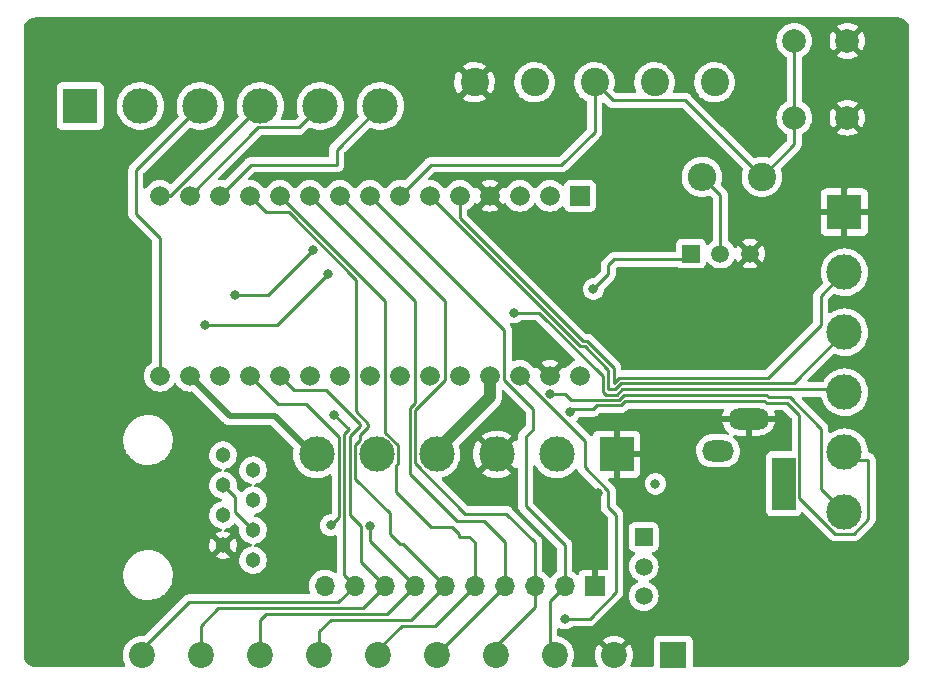
<source format=gbr>
%TF.GenerationSoftware,KiCad,Pcbnew,(6.0.7)*%
%TF.CreationDate,2022-10-05T21:28:45-05:00*%
%TF.ProjectId,ScareBanger_PCB,53636172-6542-4616-9e67-65725f504342,rev?*%
%TF.SameCoordinates,Original*%
%TF.FileFunction,Copper,L1,Top*%
%TF.FilePolarity,Positive*%
%FSLAX46Y46*%
G04 Gerber Fmt 4.6, Leading zero omitted, Abs format (unit mm)*
G04 Created by KiCad (PCBNEW (6.0.7)) date 2022-10-05 21:28:45*
%MOMM*%
%LPD*%
G01*
G04 APERTURE LIST*
%TA.AperFunction,ComponentPad*%
%ADD10R,1.665000X1.665000*%
%TD*%
%TA.AperFunction,ComponentPad*%
%ADD11C,1.665000*%
%TD*%
%TA.AperFunction,ComponentPad*%
%ADD12R,3.000000X3.000000*%
%TD*%
%TA.AperFunction,ComponentPad*%
%ADD13C,3.000000*%
%TD*%
%TA.AperFunction,ComponentPad*%
%ADD14R,1.500000X1.500000*%
%TD*%
%TA.AperFunction,ComponentPad*%
%ADD15C,1.500000*%
%TD*%
%TA.AperFunction,ComponentPad*%
%ADD16C,2.400000*%
%TD*%
%TA.AperFunction,ComponentPad*%
%ADD17C,2.000000*%
%TD*%
%TA.AperFunction,ComponentPad*%
%ADD18R,2.300000X2.300000*%
%TD*%
%TA.AperFunction,ComponentPad*%
%ADD19C,2.200000*%
%TD*%
%TA.AperFunction,ComponentPad*%
%ADD20O,2.400000X2.400000*%
%TD*%
%TA.AperFunction,ComponentPad*%
%ADD21C,1.303000*%
%TD*%
%TA.AperFunction,ComponentPad*%
%ADD22R,2.000000X4.500000*%
%TD*%
%TA.AperFunction,ComponentPad*%
%ADD23O,3.500000X1.800000*%
%TD*%
%TA.AperFunction,ComponentPad*%
%ADD24O,2.700000X1.800000*%
%TD*%
%TA.AperFunction,ComponentPad*%
%ADD25R,1.700000X1.700000*%
%TD*%
%TA.AperFunction,ComponentPad*%
%ADD26O,1.700000X1.700000*%
%TD*%
%TA.AperFunction,ViaPad*%
%ADD27C,0.800000*%
%TD*%
%TA.AperFunction,Conductor*%
%ADD28C,0.250000*%
%TD*%
%TA.AperFunction,Conductor*%
%ADD29C,0.500000*%
%TD*%
%TA.AperFunction,Conductor*%
%ADD30C,1.000000*%
%TD*%
G04 APERTURE END LIST*
D10*
%TO.P,A1,1,D1/TX*%
%TO.N,Net-(A1-Pad1)*%
X148590000Y-101610000D03*
D11*
%TO.P,A1,2,D0/RX*%
%TO.N,Net-(A1-Pad2)*%
X146050000Y-101610000D03*
%TO.P,A1,3,~{RESET}*%
%TO.N,unconnected-(A1-Pad3)*%
X143510000Y-101610000D03*
%TO.P,A1,4,GND*%
%TO.N,GND*%
X140970000Y-101610000D03*
%TO.P,A1,5,D2*%
%TO.N,Net-(A1-Pad5)*%
X138430000Y-101610000D03*
%TO.P,A1,6,D3*%
%TO.N,Net-(A1-Pad6)*%
X135890000Y-101610000D03*
%TO.P,A1,7,D4*%
%TO.N,Net-(J2-Pad3)*%
X133350000Y-101610000D03*
%TO.P,A1,8,D5*%
%TO.N,Net-(A1-Pad8)*%
X130810000Y-101610000D03*
%TO.P,A1,9,D6*%
%TO.N,Net-(A1-Pad9)*%
X128270000Y-101610000D03*
%TO.P,A1,10,D7*%
%TO.N,Net-(A1-Pad10)*%
X125730000Y-101610000D03*
%TO.P,A1,11,D8*%
%TO.N,Net-(A1-Pad11)*%
X123190000Y-101610000D03*
%TO.P,A1,12,D9*%
%TO.N,Net-(A1-Pad12)*%
X120650000Y-101610000D03*
%TO.P,A1,13,D10*%
%TO.N,Net-(A1-Pad13)*%
X118110000Y-101610000D03*
%TO.P,A1,14,D11*%
%TO.N,Net-(A1-Pad14)*%
X115570000Y-101610000D03*
%TO.P,A1,15,D12*%
%TO.N,Net-(A1-Pad15)*%
X113030000Y-101610000D03*
%TO.P,A1,16,D13*%
%TO.N,Net-(A1-Pad16)*%
X113030000Y-116850000D03*
%TO.P,A1,17,3V3*%
%TO.N,+3.3V*%
X115570000Y-116850000D03*
%TO.P,A1,18,AREF*%
%TO.N,unconnected-(A1-Pad18)*%
X118110000Y-116850000D03*
%TO.P,A1,19,A0*%
%TO.N,Net-(A1-Pad19)*%
X120650000Y-116850000D03*
%TO.P,A1,20,A1*%
%TO.N,Net-(A1-Pad20)*%
X123190000Y-116850000D03*
%TO.P,A1,21,A2*%
%TO.N,Net-(A1-Pad21)*%
X125730000Y-116850000D03*
%TO.P,A1,22,A3*%
%TO.N,Net-(J7-Pad4)*%
X128270000Y-116850000D03*
%TO.P,A1,23,A4*%
%TO.N,Net-(A1-Pad23)*%
X130810000Y-116850000D03*
%TO.P,A1,24,A5*%
%TO.N,Net-(A1-Pad24)*%
X133350000Y-116850000D03*
%TO.P,A1,25,A6*%
%TO.N,Net-(A1-Pad25)*%
X135890000Y-116850000D03*
%TO.P,A1,26,A7*%
%TO.N,Net-(A1-Pad26)*%
X138430000Y-116850000D03*
%TO.P,A1,27,+5V*%
%TO.N,+5V*%
X140970000Y-116850000D03*
%TO.P,A1,28,~{RESET}*%
%TO.N,Net-(A1-Pad28)*%
X143510000Y-116850000D03*
%TO.P,A1,29,GND*%
%TO.N,GND*%
X146050000Y-116850000D03*
%TO.P,A1,30,VIN*%
%TO.N,+12V*%
X148590000Y-116850000D03*
%TD*%
D12*
%TO.P,J3,1,Pin_1*%
%TO.N,Net-(A1-Pad23)*%
X106300000Y-94000000D03*
D13*
%TO.P,J3,2,Pin_2*%
%TO.N,Net-(A1-Pad24)*%
X111380000Y-94000000D03*
%TO.P,J3,3,Pin_3*%
%TO.N,Net-(A1-Pad16)*%
X116460000Y-94000000D03*
%TO.P,J3,4,Pin_4*%
%TO.N,Net-(A1-Pad15)*%
X121540000Y-94000000D03*
%TO.P,J3,5,Pin_5*%
%TO.N,Net-(A1-Pad14)*%
X126620000Y-94000000D03*
%TO.P,J3,6,Pin_6*%
%TO.N,Net-(A1-Pad13)*%
X131700000Y-94000000D03*
%TD*%
D14*
%TO.P,SW2,1,A*%
%TO.N,+5V*%
X154000000Y-130500000D03*
D15*
%TO.P,SW2,2,B*%
%TO.N,Net-(A1-Pad12)*%
X154000000Y-133000000D03*
%TO.P,SW2,3,C*%
%TO.N,unconnected-(SW2-Pad3)*%
X154000000Y-135500000D03*
%TD*%
D12*
%TO.P,J6,1,Pin_1*%
%TO.N,GND*%
X151700000Y-123500000D03*
D13*
%TO.P,J6,2,Pin_2*%
%TO.N,+12V*%
X146620000Y-123500000D03*
%TO.P,J6,3,Pin_3*%
%TO.N,GND*%
X141540000Y-123500000D03*
%TO.P,J6,4,Pin_4*%
%TO.N,+5V*%
X136460000Y-123500000D03*
%TO.P,J6,5,Pin_5*%
%TO.N,GND*%
X131380000Y-123500000D03*
%TO.P,J6,6,Pin_6*%
%TO.N,+3.3V*%
X126300000Y-123500000D03*
%TD*%
D12*
%TO.P,J7,1,Pin_1*%
%TO.N,GND*%
X171000000Y-103000000D03*
D13*
%TO.P,J7,2,Pin_2*%
%TO.N,Net-(A1-Pad5)*%
X171000000Y-108080000D03*
%TO.P,J7,3,Pin_3*%
%TO.N,Net-(A1-Pad6)*%
X171000000Y-113160000D03*
%TO.P,J7,4,Pin_4*%
%TO.N,Net-(J7-Pad4)*%
X171000000Y-118240000D03*
%TO.P,J7,5,Pin_5*%
%TO.N,Net-(A1-Pad25)*%
X171000000Y-123320000D03*
%TO.P,J7,6,Pin_6*%
%TO.N,Net-(A1-Pad26)*%
X171000000Y-128400000D03*
%TD*%
D16*
%TO.P,J2,1,1*%
%TO.N,SPKR +*%
X160000000Y-92000000D03*
%TO.P,J2,2,2*%
%TO.N,SPKR -*%
X154920000Y-92000000D03*
%TO.P,J2,3,3*%
%TO.N,Net-(J2-Pad3)*%
X149840000Y-92000000D03*
%TO.P,J2,4,4*%
%TO.N,+12V*%
X144760000Y-92000000D03*
%TO.P,J2,5,5*%
%TO.N,GND*%
X139680000Y-92000000D03*
%TD*%
D17*
%TO.P,S1,1*%
%TO.N,Net-(J2-Pad3)*%
X166750000Y-88500000D03*
X166750000Y-95000000D03*
%TO.P,S1,2*%
%TO.N,GND*%
X171250000Y-95000000D03*
X171250000Y-88500000D03*
%TD*%
D18*
%TO.P,J17,1,Pin_1*%
%TO.N,+12V*%
X156500000Y-140500000D03*
D19*
%TO.P,J17,2,Pin_2*%
%TO.N,GND*%
X151500000Y-140500000D03*
%TO.P,J17,3,Pin_3*%
%TO.N,Net-(A1-Pad8)*%
X146500000Y-140500000D03*
%TO.P,J17,4,Pin_4*%
%TO.N,Net-(A1-Pad9)*%
X141500000Y-140500000D03*
%TO.P,J17,5,Pin_5*%
%TO.N,Net-(A1-Pad10)*%
X136500000Y-140500000D03*
%TO.P,J17,6,Pin_6*%
%TO.N,Net-(A1-Pad11)*%
X131500000Y-140500000D03*
%TO.P,J17,7,Pin_7*%
%TO.N,Net-(A1-Pad12)*%
X126500000Y-140500000D03*
%TO.P,J17,8,Pin_8*%
%TO.N,Net-(A1-Pad19)*%
X121500000Y-140500000D03*
%TO.P,J17,9,Pin_9*%
%TO.N,Net-(A1-Pad20)*%
X116500000Y-140500000D03*
%TO.P,J17,10,Pin_10*%
%TO.N,Net-(A1-Pad21)*%
X111500000Y-140500000D03*
%TD*%
D16*
%TO.P,R2,1*%
%TO.N,Net-(J2-Pad3)*%
X164000000Y-100000000D03*
D20*
%TO.P,R2,2*%
%TO.N,Net-(R2-Pad2)*%
X158920000Y-100000000D03*
%TD*%
D21*
%TO.P,J1,1*%
%TO.N,Net-(J1-Pad1)*%
X118384000Y-123571000D03*
%TO.P,J1,2*%
X120924000Y-124841000D03*
%TO.P,J1,3*%
%TO.N,Net-(J1-Pad3)*%
X118384000Y-126111000D03*
%TO.P,J1,4*%
%TO.N,+12V*%
X120924000Y-127381000D03*
%TO.P,J1,5*%
X118384000Y-128651000D03*
%TO.P,J1,6*%
%TO.N,Net-(J1-Pad3)*%
X120924000Y-129921000D03*
%TO.P,J1,7*%
%TO.N,GND*%
X118384000Y-131191000D03*
%TO.P,J1,8*%
%TO.N,Net-(A1-Pad28)*%
X120924000Y-132461000D03*
%TD*%
D14*
%TO.P,SW1,1,A*%
%TO.N,+5V*%
X158000000Y-106500000D03*
D15*
%TO.P,SW1,2,B*%
%TO.N,Net-(R2-Pad2)*%
X160500000Y-106500000D03*
%TO.P,SW1,3,C*%
%TO.N,GND*%
X163000000Y-106500000D03*
%TD*%
D22*
%TO.P,J4,1*%
%TO.N,+12V*%
X165850000Y-126000000D03*
D23*
%TO.P,J4,2*%
%TO.N,GND*%
X162900000Y-120500000D03*
D24*
%TO.P,J4,3*%
%TO.N,unconnected-(J4-Pad3)*%
X160300000Y-123200000D03*
%TD*%
D25*
%TO.P,J16,1,Pin_1*%
%TO.N,GND*%
X149860000Y-134620000D03*
D26*
%TO.P,J16,2,Pin_2*%
%TO.N,Net-(A1-Pad8)*%
X147320000Y-134620000D03*
%TO.P,J16,3,Pin_3*%
%TO.N,Net-(A1-Pad9)*%
X144780000Y-134620000D03*
%TO.P,J16,4,Pin_4*%
%TO.N,Net-(A1-Pad10)*%
X142240000Y-134620000D03*
%TO.P,J16,5,Pin_5*%
%TO.N,Net-(A1-Pad11)*%
X139700000Y-134620000D03*
%TO.P,J16,6,Pin_6*%
%TO.N,Net-(A1-Pad12)*%
X137160000Y-134620000D03*
%TO.P,J16,7,Pin_7*%
%TO.N,Net-(A1-Pad19)*%
X134620000Y-134620000D03*
%TO.P,J16,8,Pin_8*%
%TO.N,Net-(A1-Pad20)*%
X132080000Y-134620000D03*
%TO.P,J16,9,Pin_9*%
%TO.N,Net-(A1-Pad21)*%
X129540000Y-134620000D03*
%TO.P,J16,10,Pin_10*%
%TO.N,+5V*%
X127000000Y-134620000D03*
%TD*%
D27*
%TO.N,GND*%
X142400000Y-119600000D03*
%TO.N,*%
X155000000Y-126000000D03*
%TO.N,Net-(J7-Pad4)*%
X143000000Y-111500000D03*
%TO.N,GND*%
X122000000Y-123000000D03*
X114808000Y-124460000D03*
X150114000Y-126746000D03*
X141986000Y-97282000D03*
X108712000Y-128524000D03*
%TO.N,Net-(A1-Pad19)*%
X127500000Y-129500000D03*
X130810000Y-129540000D03*
%TO.N,Net-(A1-Pad21)*%
X127800000Y-120150000D03*
%TO.N,Net-(A1-Pad26)*%
X146042299Y-118357701D03*
%TO.N,+5V*%
X149750000Y-109500000D03*
%TO.N,Net-(A1-Pad28)*%
X147320000Y-137414000D03*
%TO.N,Net-(A1-Pad25)*%
X147740500Y-119900500D03*
%TO.N,Net-(J1-Pad1)*%
X125984000Y-106172000D03*
X119380000Y-109982000D03*
%TO.N,Net-(J1-Pad3)*%
X116840000Y-112522000D03*
X127254000Y-108204000D03*
%TD*%
D28*
%TO.N,Net-(A1-Pad25)*%
X171680000Y-124000000D02*
X171000000Y-123320000D01*
X173000000Y-124000000D02*
X171680000Y-124000000D01*
X171775000Y-130225000D02*
X173000000Y-129000000D01*
X170225000Y-130225000D02*
X171775000Y-130225000D01*
X167175000Y-120175000D02*
X167175000Y-127175000D01*
X166140000Y-119140000D02*
X167175000Y-120175000D01*
X164387208Y-119140000D02*
X166140000Y-119140000D01*
X164247208Y-119000000D02*
X164387208Y-119140000D01*
X152445584Y-119000000D02*
X164247208Y-119000000D01*
X152095584Y-119350000D02*
X152445584Y-119000000D01*
X150050000Y-119350000D02*
X152095584Y-119350000D01*
X149700000Y-119700000D02*
X150050000Y-119350000D01*
X167175000Y-127175000D02*
X170225000Y-130225000D01*
X147941000Y-119700000D02*
X149700000Y-119700000D01*
X173000000Y-129000000D02*
X173000000Y-124000000D01*
X147740500Y-119900500D02*
X147941000Y-119700000D01*
%TO.N,Net-(A1-Pad26)*%
X169000000Y-126400000D02*
X171000000Y-128400000D01*
X169000000Y-121320000D02*
X169000000Y-126400000D01*
X166370000Y-118690000D02*
X169000000Y-121320000D01*
X164333604Y-118450000D02*
X164573604Y-118690000D01*
X164573604Y-118690000D02*
X166370000Y-118690000D01*
X151909188Y-118900000D02*
X152359188Y-118450000D01*
X152359188Y-118450000D02*
X164333604Y-118450000D01*
X147865305Y-118900000D02*
X151909188Y-118900000D01*
X147323006Y-118357701D02*
X147865305Y-118900000D01*
X146042299Y-118357701D02*
X147323006Y-118357701D01*
%TO.N,Net-(J7-Pad4)*%
X170760000Y-118000000D02*
X171000000Y-118240000D01*
X150550000Y-118186396D02*
X150813604Y-118450000D01*
X150550000Y-116906396D02*
X150550000Y-118186396D01*
X150813604Y-118450000D02*
X151722792Y-118450000D01*
X151722792Y-118450000D02*
X152172792Y-118000000D01*
X152172792Y-118000000D02*
X170760000Y-118000000D01*
X145143604Y-111500000D02*
X150550000Y-116906396D01*
X143000000Y-111500000D02*
X145143604Y-111500000D01*
%TO.N,Net-(A1-Pad20)*%
X124402793Y-118062793D02*
X123190000Y-116850000D01*
X127062793Y-118062793D02*
X124402793Y-118062793D01*
X129958000Y-120958000D02*
X127062793Y-118062793D01*
X129958000Y-121078000D02*
X129958000Y-120958000D01*
%TO.N,Net-(A1-Pad12)*%
X129652500Y-119873500D02*
X129652500Y-108708896D01*
%TO.N,Net-(A1-Pad19)*%
X128205000Y-122055000D02*
X128205000Y-128795000D01*
X123053000Y-119253000D02*
X125403000Y-119253000D01*
X125403000Y-119253000D02*
X128205000Y-122055000D01*
X120650000Y-116850000D02*
X123053000Y-119253000D01*
X128205000Y-128795000D02*
X127500000Y-129500000D01*
%TO.N,Net-(A1-Pad12)*%
X122040000Y-103000000D02*
X120650000Y-101610000D01*
X129652500Y-108708896D02*
X123943604Y-103000000D01*
X123943604Y-103000000D02*
X122040000Y-103000000D01*
X130683000Y-120904000D02*
X129652500Y-119873500D01*
%TO.N,Net-(J2-Pad3)*%
X133350000Y-101610000D02*
X135960000Y-99000000D01*
X135960000Y-99000000D02*
X147020000Y-99000000D01*
D29*
%TO.N,GND*%
X140462000Y-122769500D02*
X140970000Y-122261500D01*
D28*
%TO.N,Net-(A1-Pad5)*%
X151900000Y-117000000D02*
X164500000Y-117000000D01*
X138430000Y-103513604D02*
X148824396Y-113908000D01*
X151450000Y-116177208D02*
X151450000Y-117450000D01*
X168979587Y-112520413D02*
X168979587Y-110100413D01*
X138430000Y-101610000D02*
X138430000Y-103513604D01*
X164500000Y-117000000D02*
X168979587Y-112520413D01*
X168979587Y-110100413D02*
X171000000Y-108080000D01*
X148824396Y-113908000D02*
X149180792Y-113908000D01*
X149180792Y-113908000D02*
X151450000Y-116177208D01*
X151450000Y-117450000D02*
X151900000Y-117000000D01*
%TO.N,Net-(A1-Pad6)*%
X152086396Y-117450000D02*
X166710000Y-117450000D01*
X135890000Y-101610000D02*
X148638000Y-114358000D01*
X151000000Y-118000000D02*
X151536396Y-118000000D01*
X151000000Y-116363604D02*
X151000000Y-118000000D01*
X148994396Y-114358000D02*
X151000000Y-116363604D01*
X151536396Y-118000000D02*
X152086396Y-117450000D01*
X166710000Y-117450000D02*
X171000000Y-113160000D01*
X148638000Y-114358000D02*
X148994396Y-114358000D01*
%TO.N,Net-(A1-Pad8)*%
X144655000Y-119631953D02*
X142200000Y-117176953D01*
X147320000Y-131191000D02*
X144000000Y-127871000D01*
X146050000Y-140208000D02*
X146050000Y-135890000D01*
X142200000Y-117176953D02*
X142200000Y-113000000D01*
X144000000Y-127871000D02*
X144000000Y-122000000D01*
X144655000Y-121345000D02*
X144655000Y-119631953D01*
X147320000Y-134620000D02*
X147320000Y-131191000D01*
X144000000Y-122000000D02*
X144655000Y-121345000D01*
X142200000Y-113000000D02*
X130810000Y-101610000D01*
X146050000Y-135890000D02*
X147320000Y-134620000D01*
%TO.N,Net-(A1-Pad9)*%
X137160000Y-110500000D02*
X137160000Y-117221000D01*
X142367000Y-128524000D02*
X144780000Y-130937000D01*
X144780000Y-136398000D02*
X144780000Y-134620000D01*
X134635000Y-119746000D02*
X134635000Y-124255940D01*
X137160000Y-117221000D02*
X134635000Y-119746000D01*
X128270000Y-101610000D02*
X137160000Y-110500000D01*
X138903060Y-128524000D02*
X142367000Y-128524000D01*
X144780000Y-130937000D02*
X144780000Y-134620000D01*
X140970000Y-140208000D02*
X144780000Y-136398000D01*
X134635000Y-124255940D02*
X138903060Y-128524000D01*
%TO.N,Net-(A1-Pad10)*%
X134620000Y-110500000D02*
X134620000Y-119124604D01*
X138159000Y-129159000D02*
X140462000Y-129159000D01*
X140462000Y-129159000D02*
X142240000Y-130937000D01*
X134185000Y-119559604D02*
X134185000Y-125185000D01*
X125730000Y-101610000D02*
X134620000Y-110500000D01*
X142240000Y-134620000D02*
X136652000Y-140208000D01*
X134620000Y-119124604D02*
X134185000Y-119559604D01*
X142240000Y-130937000D02*
X142240000Y-134620000D01*
X134185000Y-125185000D02*
X138159000Y-129159000D01*
%TO.N,Net-(A1-Pad11)*%
X123190000Y-101610000D02*
X132080000Y-110500000D01*
X138335000Y-130461000D02*
X139224000Y-130461000D01*
X133205000Y-122744060D02*
X133205000Y-124255940D01*
X133205000Y-124255940D02*
X133000000Y-124460940D01*
X133000000Y-124460940D02*
X133000000Y-126650000D01*
X133000000Y-126650000D02*
X136017000Y-129667000D01*
X139700000Y-130937000D02*
X139700000Y-134620000D01*
X139700000Y-134620000D02*
X136320000Y-138000000D01*
X136320000Y-138000000D02*
X133500000Y-138000000D01*
X133500000Y-138000000D02*
X131500000Y-140000000D01*
X139224000Y-130461000D02*
X139700000Y-130937000D01*
X137795000Y-129667000D02*
X138335000Y-130207000D01*
X136017000Y-129667000D02*
X137795000Y-129667000D01*
X132080000Y-110500000D02*
X132080000Y-121675000D01*
X138335000Y-130207000D02*
X138335000Y-130461000D01*
X132080000Y-121675000D02*
X132135940Y-121675000D01*
X132135940Y-121675000D02*
X133205000Y-122744060D01*
%TO.N,Net-(J2-Pad3)*%
X166750000Y-95000000D02*
X166750000Y-88500000D01*
X147020000Y-99000000D02*
X149840000Y-96180000D01*
X149840000Y-96180000D02*
X149840000Y-92000000D01*
X149840000Y-92000000D02*
X151365000Y-93525000D01*
X164000000Y-100000000D02*
X166750000Y-97250000D01*
X166750000Y-97250000D02*
X166750000Y-95000000D01*
X151365000Y-93525000D02*
X157525000Y-93525000D01*
X157525000Y-93525000D02*
X164000000Y-100000000D01*
%TO.N,+3.3V*%
X127150000Y-122769500D02*
X126706500Y-122769500D01*
D29*
X122769000Y-120269000D02*
X126000000Y-123500000D01*
X118989000Y-120269000D02*
X122769000Y-120269000D01*
X115570000Y-116850000D02*
X118989000Y-120269000D01*
D28*
%TO.N,Net-(A1-Pad12)*%
X127500000Y-137500000D02*
X126500000Y-138500000D01*
X129555000Y-125555000D02*
X132500000Y-128500000D01*
X130000000Y-122299060D02*
X129555000Y-122744060D01*
X133350000Y-131064000D02*
X133604000Y-131064000D01*
X132500000Y-130214000D02*
X133350000Y-131064000D01*
X132500000Y-128500000D02*
X132500000Y-130214000D01*
X130683000Y-120904000D02*
X130683000Y-121211999D01*
X130683000Y-121211999D02*
X130000000Y-121894999D01*
X133604000Y-131064000D02*
X137160000Y-134620000D01*
X126500000Y-138500000D02*
X126500000Y-140000000D01*
X129555000Y-122744060D02*
X129555000Y-125555000D01*
X134280000Y-137500000D02*
X127500000Y-137500000D01*
X130000000Y-121894999D02*
X130000000Y-122299060D01*
X137160000Y-134620000D02*
X134280000Y-137500000D01*
%TO.N,Net-(A1-Pad19)*%
X132240000Y-137000000D02*
X122000000Y-137000000D01*
X121500000Y-137500000D02*
X121500000Y-140000000D01*
X134620000Y-134620000D02*
X132240000Y-137000000D01*
X130810000Y-130810000D02*
X134620000Y-134620000D01*
X122000000Y-137000000D02*
X121500000Y-137500000D01*
X130810000Y-129540000D02*
X130810000Y-130810000D01*
%TO.N,Net-(A1-Pad20)*%
X132080000Y-134620000D02*
X130200000Y-136500000D01*
X116500000Y-138000000D02*
X116500000Y-140000000D01*
X118000000Y-136500000D02*
X116500000Y-138000000D01*
X130200000Y-136500000D02*
X118000000Y-136500000D01*
X130085000Y-129585000D02*
X130085000Y-132625000D01*
X129958000Y-121078000D02*
X129105000Y-121931000D01*
X129105000Y-128605000D02*
X130085000Y-129585000D01*
X130085000Y-132625000D02*
X132080000Y-134620000D01*
X129105000Y-121931000D02*
X129105000Y-128605000D01*
%TO.N,Net-(A1-Pad21)*%
X115500000Y-136000000D02*
X111500000Y-140000000D01*
X129024802Y-121374802D02*
X128655000Y-121744604D01*
X128160000Y-136000000D02*
X115500000Y-136000000D01*
X129540000Y-134620000D02*
X128160000Y-136000000D01*
X128655000Y-133735000D02*
X129540000Y-134620000D01*
X128655000Y-121744604D02*
X128655000Y-133735000D01*
X127800000Y-120150000D02*
X129024802Y-121374802D01*
%TO.N,Net-(A1-Pad13)*%
X128000000Y-99000000D02*
X128000000Y-97700000D01*
X128000000Y-97700000D02*
X131700000Y-94000000D01*
X120720000Y-99000000D02*
X128000000Y-99000000D01*
X118110000Y-101610000D02*
X120720000Y-99000000D01*
%TO.N,+5V*%
X151000000Y-108250000D02*
X151000000Y-107500000D01*
D30*
X140970000Y-118690000D02*
X136160000Y-123500000D01*
D28*
X151500000Y-107000000D02*
X157500000Y-107000000D01*
X157500000Y-107000000D02*
X158000000Y-106500000D01*
X149750000Y-109500000D02*
X151000000Y-108250000D01*
X151000000Y-107500000D02*
X151500000Y-107000000D01*
D30*
X140970000Y-116850000D02*
X140970000Y-118690000D01*
D28*
%TO.N,Net-(A1-Pad28)*%
X143510000Y-116850000D02*
X149000000Y-122340000D01*
X151638000Y-135192000D02*
X149416000Y-137414000D01*
X149000000Y-124606695D02*
X151010000Y-126616695D01*
X149000000Y-122340000D02*
X149000000Y-124606695D01*
X149416000Y-137414000D02*
X147320000Y-137414000D01*
X151638000Y-128618000D02*
X151638000Y-135192000D01*
X151003000Y-127983000D02*
X151638000Y-128618000D01*
X151010000Y-126616695D02*
X151010000Y-127990000D01*
%TO.N,Net-(A1-Pad14)*%
X121355000Y-95825000D02*
X115570000Y-101610000D01*
X126620000Y-94000000D02*
X124795000Y-95825000D01*
X124795000Y-95825000D02*
X121355000Y-95825000D01*
%TO.N,Net-(A1-Pad15)*%
X113930000Y-101610000D02*
X113030000Y-101610000D01*
X121540000Y-94000000D02*
X113930000Y-101610000D01*
%TO.N,Net-(A1-Pad16)*%
X116460000Y-94000000D02*
X110998000Y-99462000D01*
X113030000Y-116850000D02*
X113030000Y-105156000D01*
X113030000Y-105156000D02*
X110998000Y-103124000D01*
X110998000Y-103124000D02*
X110998000Y-101002000D01*
X110998000Y-99462000D02*
X110998000Y-101002000D01*
%TO.N,Net-(J1-Pad1)*%
X122174000Y-109982000D02*
X119380000Y-109982000D01*
X125984000Y-106172000D02*
X122174000Y-109982000D01*
%TO.N,Net-(J1-Pad3)*%
X122936000Y-112522000D02*
X116840000Y-112522000D01*
X119360500Y-127087500D02*
X119360500Y-128357500D01*
X127254000Y-108204000D02*
X122936000Y-112522000D01*
X119360500Y-128357500D02*
X120924000Y-129921000D01*
X118384000Y-126111000D02*
X119360500Y-127087500D01*
%TO.N,Net-(A1-Pad1)*%
X148800000Y-101820000D02*
X148590000Y-101610000D01*
%TO.N,Net-(R2-Pad2)*%
X160500000Y-106500000D02*
X160500000Y-101580000D01*
X160500000Y-101580000D02*
X158920000Y-100000000D01*
%TD*%
%TA.AperFunction,Conductor*%
%TO.N,GND*%
G36*
X175470018Y-86510000D02*
G01*
X175484851Y-86512310D01*
X175484855Y-86512310D01*
X175493724Y-86513691D01*
X175506397Y-86512034D01*
X175533707Y-86511449D01*
X175661194Y-86522603D01*
X175682817Y-86526415D01*
X175828466Y-86565442D01*
X175849104Y-86572954D01*
X175985760Y-86636678D01*
X176004780Y-86647660D01*
X176128297Y-86734147D01*
X176145122Y-86748265D01*
X176251735Y-86854878D01*
X176265853Y-86871703D01*
X176352340Y-86995220D01*
X176363322Y-87014240D01*
X176427046Y-87150896D01*
X176434557Y-87171534D01*
X176473583Y-87317178D01*
X176477398Y-87338809D01*
X176487947Y-87459393D01*
X176487393Y-87475871D01*
X176487800Y-87475876D01*
X176487690Y-87484853D01*
X176486309Y-87493724D01*
X176487473Y-87502626D01*
X176487473Y-87502628D01*
X176490436Y-87525283D01*
X176491500Y-87541621D01*
X176491500Y-140450633D01*
X176490000Y-140470018D01*
X176487690Y-140484851D01*
X176487690Y-140484855D01*
X176486309Y-140493724D01*
X176487966Y-140506397D01*
X176488551Y-140533707D01*
X176477398Y-140661191D01*
X176473585Y-140682817D01*
X176452174Y-140762724D01*
X176434558Y-140828466D01*
X176427046Y-140849104D01*
X176363322Y-140985760D01*
X176352340Y-141004780D01*
X176265853Y-141128297D01*
X176251735Y-141145122D01*
X176145122Y-141251735D01*
X176128297Y-141265853D01*
X176004780Y-141352340D01*
X175985760Y-141363322D01*
X175849104Y-141427046D01*
X175828466Y-141434557D01*
X175682822Y-141473583D01*
X175661194Y-141477397D01*
X175604659Y-141482344D01*
X175540607Y-141487947D01*
X175524129Y-141487393D01*
X175524124Y-141487800D01*
X175515147Y-141487690D01*
X175506276Y-141486309D01*
X175497374Y-141487473D01*
X175497372Y-141487473D01*
X175483548Y-141489281D01*
X175474714Y-141490436D01*
X175458379Y-141491500D01*
X158284500Y-141491500D01*
X158216379Y-141471498D01*
X158169886Y-141417842D01*
X158158500Y-141365500D01*
X158158500Y-139301866D01*
X158151745Y-139239684D01*
X158100615Y-139103295D01*
X158013261Y-138986739D01*
X157896705Y-138899385D01*
X157760316Y-138848255D01*
X157698134Y-138841500D01*
X155301866Y-138841500D01*
X155239684Y-138848255D01*
X155103295Y-138899385D01*
X154986739Y-138986739D01*
X154899385Y-139103295D01*
X154848255Y-139239684D01*
X154841500Y-139301866D01*
X154841500Y-141365500D01*
X154821498Y-141433621D01*
X154767842Y-141480114D01*
X154715500Y-141491500D01*
X153003305Y-141491500D01*
X152935184Y-141471498D01*
X152888691Y-141417842D01*
X152878587Y-141347568D01*
X152895872Y-141299665D01*
X152934583Y-141236494D01*
X152939064Y-141227700D01*
X153032134Y-141003009D01*
X153035183Y-140993624D01*
X153091959Y-140757137D01*
X153093502Y-140747390D01*
X153112584Y-140504930D01*
X153112584Y-140495070D01*
X153093502Y-140252610D01*
X153091959Y-140242863D01*
X153035183Y-140006376D01*
X153032134Y-139996991D01*
X152939064Y-139772300D01*
X152934583Y-139763506D01*
X152815287Y-139568833D01*
X152804830Y-139559373D01*
X152796054Y-139563156D01*
X151589095Y-140770115D01*
X151526783Y-140804141D01*
X151455968Y-140799076D01*
X151410905Y-140770115D01*
X150206990Y-139566200D01*
X150194610Y-139559440D01*
X150186960Y-139565167D01*
X150065417Y-139763506D01*
X150060936Y-139772300D01*
X149967866Y-139996991D01*
X149964817Y-140006376D01*
X149908041Y-140242863D01*
X149906498Y-140252610D01*
X149887416Y-140495070D01*
X149887416Y-140504930D01*
X149906498Y-140747390D01*
X149908041Y-140757137D01*
X149964817Y-140993624D01*
X149967866Y-141003009D01*
X150060936Y-141227700D01*
X150065417Y-141236494D01*
X150104128Y-141299665D01*
X150122666Y-141368199D01*
X150101209Y-141435876D01*
X150046570Y-141481209D01*
X149996695Y-141491500D01*
X148003891Y-141491500D01*
X147935770Y-141471498D01*
X147889277Y-141417842D01*
X147879173Y-141347568D01*
X147896459Y-141299665D01*
X147935025Y-141236732D01*
X147935031Y-141236721D01*
X147937616Y-141232502D01*
X148031942Y-141004780D01*
X148032611Y-141003164D01*
X148032612Y-141003162D01*
X148034505Y-140998591D01*
X148054821Y-140913968D01*
X148092454Y-140757216D01*
X148092455Y-140757210D01*
X148093609Y-140752403D01*
X148113474Y-140500000D01*
X148093609Y-140247597D01*
X148034505Y-140001409D01*
X147937616Y-139767498D01*
X147805328Y-139551624D01*
X147640898Y-139359102D01*
X147448959Y-139195170D01*
X150559373Y-139195170D01*
X150563156Y-139203946D01*
X151487188Y-140127978D01*
X151501132Y-140135592D01*
X151502965Y-140135461D01*
X151509580Y-140131210D01*
X152433800Y-139206990D01*
X152440560Y-139194610D01*
X152434833Y-139186960D01*
X152236494Y-139065417D01*
X152227700Y-139060936D01*
X152003009Y-138967866D01*
X151993624Y-138964817D01*
X151757137Y-138908041D01*
X151747390Y-138906498D01*
X151504930Y-138887416D01*
X151495070Y-138887416D01*
X151252610Y-138906498D01*
X151242863Y-138908041D01*
X151006376Y-138964817D01*
X150996991Y-138967866D01*
X150772300Y-139060936D01*
X150763506Y-139065417D01*
X150568833Y-139184713D01*
X150559373Y-139195170D01*
X147448959Y-139195170D01*
X147448376Y-139194672D01*
X147232502Y-139062384D01*
X147227932Y-139060491D01*
X147227928Y-139060489D01*
X147003164Y-138967389D01*
X147003162Y-138967388D01*
X146998591Y-138965495D01*
X146780086Y-138913037D01*
X146718517Y-138877685D01*
X146685834Y-138814658D01*
X146683500Y-138790518D01*
X146683500Y-138318782D01*
X146703502Y-138250661D01*
X146757158Y-138204168D01*
X146827432Y-138194064D01*
X146862730Y-138206282D01*
X146863248Y-138205118D01*
X147025669Y-138277432D01*
X147037712Y-138282794D01*
X147131112Y-138302647D01*
X147218056Y-138321128D01*
X147218061Y-138321128D01*
X147224513Y-138322500D01*
X147415487Y-138322500D01*
X147421939Y-138321128D01*
X147421944Y-138321128D01*
X147508888Y-138302647D01*
X147602288Y-138282794D01*
X147608319Y-138280109D01*
X147770722Y-138207803D01*
X147770724Y-138207802D01*
X147776752Y-138205118D01*
X147791967Y-138194064D01*
X147925914Y-138096745D01*
X147931253Y-138092866D01*
X147935668Y-138087963D01*
X147940580Y-138083540D01*
X147941705Y-138084789D01*
X147995014Y-138051949D01*
X148028200Y-138047500D01*
X149337233Y-138047500D01*
X149348416Y-138048027D01*
X149355909Y-138049702D01*
X149363835Y-138049453D01*
X149363836Y-138049453D01*
X149423986Y-138047562D01*
X149427945Y-138047500D01*
X149455856Y-138047500D01*
X149459791Y-138047003D01*
X149459856Y-138046995D01*
X149471693Y-138046062D01*
X149503951Y-138045048D01*
X149507970Y-138044922D01*
X149515889Y-138044673D01*
X149535343Y-138039021D01*
X149554700Y-138035013D01*
X149566930Y-138033468D01*
X149566931Y-138033468D01*
X149574797Y-138032474D01*
X149582168Y-138029555D01*
X149582170Y-138029555D01*
X149615912Y-138016196D01*
X149627142Y-138012351D01*
X149661983Y-138002229D01*
X149661984Y-138002229D01*
X149669593Y-138000018D01*
X149676412Y-137995985D01*
X149676417Y-137995983D01*
X149687028Y-137989707D01*
X149704776Y-137981012D01*
X149723617Y-137973552D01*
X149742360Y-137959935D01*
X149759387Y-137947564D01*
X149769307Y-137941048D01*
X149800535Y-137922580D01*
X149800538Y-137922578D01*
X149807362Y-137918542D01*
X149821683Y-137904221D01*
X149836717Y-137891380D01*
X149846694Y-137884131D01*
X149853107Y-137879472D01*
X149881298Y-137845395D01*
X149889288Y-137836616D01*
X152030247Y-135695657D01*
X152038537Y-135688113D01*
X152045018Y-135684000D01*
X152091659Y-135634332D01*
X152094413Y-135631491D01*
X152114135Y-135611769D01*
X152116612Y-135608576D01*
X152124317Y-135599555D01*
X152149159Y-135573100D01*
X152154586Y-135567321D01*
X152162496Y-135552933D01*
X152164346Y-135549568D01*
X152175202Y-135533041D01*
X152182757Y-135523302D01*
X152182758Y-135523300D01*
X152187614Y-135517040D01*
X152194988Y-135500000D01*
X152736693Y-135500000D01*
X152755885Y-135719371D01*
X152812880Y-135932076D01*
X152832228Y-135973567D01*
X152903618Y-136126666D01*
X152903621Y-136126671D01*
X152905944Y-136131653D01*
X152909100Y-136136160D01*
X152909101Y-136136162D01*
X153018810Y-136292842D01*
X153032251Y-136312038D01*
X153187962Y-136467749D01*
X153192471Y-136470906D01*
X153192473Y-136470908D01*
X153267241Y-136523261D01*
X153368346Y-136594056D01*
X153567924Y-136687120D01*
X153780629Y-136744115D01*
X154000000Y-136763307D01*
X154219371Y-136744115D01*
X154432076Y-136687120D01*
X154631654Y-136594056D01*
X154732759Y-136523261D01*
X154807527Y-136470908D01*
X154807529Y-136470906D01*
X154812038Y-136467749D01*
X154967749Y-136312038D01*
X154981191Y-136292842D01*
X155090899Y-136136162D01*
X155090900Y-136136160D01*
X155094056Y-136131653D01*
X155096379Y-136126671D01*
X155096382Y-136126666D01*
X155167772Y-135973567D01*
X155187120Y-135932076D01*
X155244115Y-135719371D01*
X155263307Y-135500000D01*
X155244115Y-135280629D01*
X155187120Y-135067924D01*
X155127705Y-134940508D01*
X155096382Y-134873334D01*
X155096379Y-134873329D01*
X155094056Y-134868347D01*
X155056539Y-134814767D01*
X154970908Y-134692473D01*
X154970906Y-134692470D01*
X154967749Y-134687962D01*
X154812038Y-134532251D01*
X154631654Y-134405944D01*
X154626666Y-134403618D01*
X154626663Y-134403616D01*
X154542123Y-134364195D01*
X154488837Y-134317278D01*
X154469376Y-134249001D01*
X154489918Y-134181041D01*
X154542123Y-134135805D01*
X154626663Y-134096384D01*
X154626669Y-134096380D01*
X154631654Y-134094056D01*
X154812038Y-133967749D01*
X154967749Y-133812038D01*
X154987062Y-133784457D01*
X155090899Y-133636162D01*
X155090900Y-133636160D01*
X155094056Y-133631653D01*
X155096379Y-133626671D01*
X155096382Y-133626666D01*
X155153754Y-133503630D01*
X155187120Y-133432076D01*
X155244115Y-133219371D01*
X155263307Y-133000000D01*
X155244115Y-132780629D01*
X155187120Y-132567924D01*
X155135538Y-132457305D01*
X155096382Y-132373334D01*
X155096379Y-132373329D01*
X155094056Y-132368347D01*
X155090899Y-132363838D01*
X154970908Y-132192473D01*
X154970906Y-132192470D01*
X154967749Y-132187962D01*
X154812038Y-132032251D01*
X154795556Y-132020710D01*
X154746317Y-131986232D01*
X154701989Y-131930774D01*
X154694680Y-131860155D01*
X154726711Y-131796795D01*
X154787913Y-131760810D01*
X154804978Y-131757756D01*
X154816757Y-131756477D01*
X154852460Y-131752599D01*
X154852464Y-131752598D01*
X154860316Y-131751745D01*
X154996705Y-131700615D01*
X155113261Y-131613261D01*
X155200615Y-131496705D01*
X155251745Y-131360316D01*
X155258500Y-131298134D01*
X155258500Y-129701866D01*
X155251745Y-129639684D01*
X155200615Y-129503295D01*
X155113261Y-129386739D01*
X154996705Y-129299385D01*
X154860316Y-129248255D01*
X154798134Y-129241500D01*
X153201866Y-129241500D01*
X153139684Y-129248255D01*
X153003295Y-129299385D01*
X152886739Y-129386739D01*
X152799385Y-129503295D01*
X152748255Y-129639684D01*
X152741500Y-129701866D01*
X152741500Y-131298134D01*
X152748255Y-131360316D01*
X152799385Y-131496705D01*
X152886739Y-131613261D01*
X153003295Y-131700615D01*
X153139684Y-131751745D01*
X153147536Y-131752598D01*
X153147540Y-131752599D01*
X153183243Y-131756477D01*
X153195020Y-131757756D01*
X153260581Y-131784997D01*
X153301008Y-131843360D01*
X153303464Y-131914314D01*
X153267169Y-131975332D01*
X153253683Y-131986232D01*
X153192473Y-132029092D01*
X153192470Y-132029094D01*
X153187962Y-132032251D01*
X153032251Y-132187962D01*
X153029094Y-132192470D01*
X153029092Y-132192473D01*
X152909101Y-132363838D01*
X152905944Y-132368347D01*
X152903621Y-132373329D01*
X152903618Y-132373334D01*
X152864462Y-132457305D01*
X152812880Y-132567924D01*
X152755885Y-132780629D01*
X152736693Y-133000000D01*
X152755885Y-133219371D01*
X152812880Y-133432076D01*
X152846246Y-133503630D01*
X152903618Y-133626666D01*
X152903621Y-133626671D01*
X152905944Y-133631653D01*
X152909100Y-133636160D01*
X152909101Y-133636162D01*
X153012939Y-133784457D01*
X153032251Y-133812038D01*
X153187962Y-133967749D01*
X153368346Y-134094056D01*
X153373331Y-134096380D01*
X153373337Y-134096384D01*
X153457877Y-134135805D01*
X153511163Y-134182722D01*
X153530624Y-134250999D01*
X153510082Y-134318959D01*
X153457878Y-134364195D01*
X153373334Y-134403618D01*
X153373329Y-134403621D01*
X153368347Y-134405944D01*
X153363840Y-134409100D01*
X153363838Y-134409101D01*
X153192473Y-134529092D01*
X153192470Y-134529094D01*
X153187962Y-134532251D01*
X153032251Y-134687962D01*
X153029094Y-134692470D01*
X153029092Y-134692473D01*
X152943461Y-134814767D01*
X152905944Y-134868347D01*
X152903621Y-134873329D01*
X152903618Y-134873334D01*
X152872295Y-134940508D01*
X152812880Y-135067924D01*
X152755885Y-135280629D01*
X152736693Y-135500000D01*
X152194988Y-135500000D01*
X152205174Y-135476460D01*
X152210391Y-135465812D01*
X152227875Y-135434009D01*
X152227876Y-135434007D01*
X152231695Y-135427060D01*
X152234017Y-135418019D01*
X152236733Y-135407438D01*
X152243137Y-135388734D01*
X152248033Y-135377420D01*
X152248033Y-135377419D01*
X152251181Y-135370145D01*
X152252420Y-135362322D01*
X152252423Y-135362312D01*
X152258099Y-135326476D01*
X152260505Y-135314856D01*
X152269528Y-135279711D01*
X152269528Y-135279710D01*
X152271500Y-135272030D01*
X152271500Y-135251776D01*
X152273051Y-135232065D01*
X152274980Y-135219886D01*
X152276220Y-135212057D01*
X152272059Y-135168038D01*
X152271500Y-135156181D01*
X152271500Y-128696768D01*
X152272027Y-128685585D01*
X152273702Y-128678092D01*
X152273443Y-128669834D01*
X152271562Y-128610002D01*
X152271500Y-128606044D01*
X152271500Y-128578144D01*
X152270996Y-128574153D01*
X152270063Y-128562311D01*
X152269994Y-128560091D01*
X152268674Y-128518111D01*
X152263021Y-128498652D01*
X152259012Y-128479293D01*
X152258846Y-128477983D01*
X152256474Y-128459203D01*
X152253558Y-128451837D01*
X152253556Y-128451831D01*
X152240200Y-128418098D01*
X152236355Y-128406868D01*
X152226230Y-128372017D01*
X152226230Y-128372016D01*
X152224019Y-128364407D01*
X152213705Y-128346966D01*
X152205008Y-128329213D01*
X152200472Y-128317758D01*
X152197552Y-128310383D01*
X152178526Y-128284196D01*
X152171563Y-128274612D01*
X152165047Y-128264692D01*
X152152468Y-128243422D01*
X152142542Y-128226638D01*
X152128221Y-128212317D01*
X152115380Y-128197283D01*
X152108132Y-128187307D01*
X152103472Y-128180893D01*
X152069407Y-128152712D01*
X152060626Y-128144722D01*
X151680404Y-127764499D01*
X151646379Y-127702187D01*
X151643500Y-127675404D01*
X151643500Y-126695462D01*
X151644027Y-126684279D01*
X151645702Y-126676786D01*
X151645236Y-126661945D01*
X151643562Y-126608709D01*
X151643500Y-126604750D01*
X151643500Y-126576839D01*
X151642995Y-126572839D01*
X151642062Y-126560996D01*
X151640922Y-126524724D01*
X151640673Y-126516805D01*
X151635022Y-126497353D01*
X151631014Y-126478001D01*
X151629467Y-126465758D01*
X151628474Y-126457898D01*
X151625252Y-126449760D01*
X151612200Y-126416792D01*
X151608355Y-126405565D01*
X151605862Y-126396984D01*
X151596018Y-126363102D01*
X151591984Y-126356280D01*
X151591981Y-126356274D01*
X151585706Y-126345663D01*
X151577010Y-126327913D01*
X151572472Y-126316451D01*
X151572469Y-126316446D01*
X151569552Y-126309078D01*
X151543573Y-126273320D01*
X151537057Y-126263402D01*
X151521029Y-126236301D01*
X151514542Y-126225332D01*
X151500218Y-126211008D01*
X151487376Y-126195973D01*
X151482984Y-126189928D01*
X151475472Y-126179588D01*
X151441406Y-126151406D01*
X151432627Y-126143417D01*
X151289210Y-126000000D01*
X154086496Y-126000000D01*
X154087186Y-126006565D01*
X154104571Y-126171970D01*
X154106458Y-126189928D01*
X154165473Y-126371556D01*
X154260960Y-126536944D01*
X154265378Y-126541851D01*
X154265379Y-126541852D01*
X154370322Y-126658403D01*
X154388747Y-126678866D01*
X154543248Y-126791118D01*
X154549276Y-126793802D01*
X154549278Y-126793803D01*
X154711681Y-126866109D01*
X154717712Y-126868794D01*
X154811112Y-126888647D01*
X154898056Y-126907128D01*
X154898061Y-126907128D01*
X154904513Y-126908500D01*
X155095487Y-126908500D01*
X155101939Y-126907128D01*
X155101944Y-126907128D01*
X155188888Y-126888647D01*
X155282288Y-126868794D01*
X155288319Y-126866109D01*
X155450722Y-126793803D01*
X155450724Y-126793802D01*
X155456752Y-126791118D01*
X155611253Y-126678866D01*
X155629678Y-126658403D01*
X155734621Y-126541852D01*
X155734622Y-126541851D01*
X155739040Y-126536944D01*
X155834527Y-126371556D01*
X155893542Y-126189928D01*
X155895430Y-126171970D01*
X155912814Y-126006565D01*
X155913504Y-126000000D01*
X155902272Y-125893137D01*
X155894232Y-125816635D01*
X155894232Y-125816633D01*
X155893542Y-125810072D01*
X155834527Y-125628444D01*
X155830869Y-125622107D01*
X155764023Y-125506328D01*
X155739040Y-125463056D01*
X155702314Y-125422267D01*
X155615675Y-125326045D01*
X155615674Y-125326044D01*
X155611253Y-125321134D01*
X155456752Y-125208882D01*
X155450724Y-125206198D01*
X155450722Y-125206197D01*
X155288319Y-125133891D01*
X155288318Y-125133891D01*
X155282288Y-125131206D01*
X155169519Y-125107236D01*
X155101944Y-125092872D01*
X155101939Y-125092872D01*
X155095487Y-125091500D01*
X154904513Y-125091500D01*
X154898061Y-125092872D01*
X154898056Y-125092872D01*
X154830481Y-125107236D01*
X154717712Y-125131206D01*
X154711682Y-125133891D01*
X154711681Y-125133891D01*
X154549278Y-125206197D01*
X154549276Y-125206198D01*
X154543248Y-125208882D01*
X154388747Y-125321134D01*
X154384326Y-125326044D01*
X154384325Y-125326045D01*
X154297687Y-125422267D01*
X154260960Y-125463056D01*
X154235977Y-125506328D01*
X154169132Y-125622107D01*
X154165473Y-125628444D01*
X154106458Y-125810072D01*
X154105768Y-125816633D01*
X154105768Y-125816635D01*
X154097728Y-125893137D01*
X154086496Y-126000000D01*
X151289210Y-126000000D01*
X151012305Y-125723095D01*
X150978279Y-125660783D01*
X150983344Y-125589968D01*
X151025891Y-125533132D01*
X151092411Y-125508321D01*
X151101400Y-125508000D01*
X151427885Y-125508000D01*
X151443124Y-125503525D01*
X151444329Y-125502135D01*
X151446000Y-125494452D01*
X151446000Y-125489884D01*
X151954000Y-125489884D01*
X151958475Y-125505123D01*
X151959865Y-125506328D01*
X151967548Y-125507999D01*
X153244669Y-125507999D01*
X153251490Y-125507629D01*
X153302352Y-125502105D01*
X153317604Y-125498479D01*
X153438054Y-125453324D01*
X153453649Y-125444786D01*
X153555724Y-125368285D01*
X153568285Y-125355724D01*
X153644786Y-125253649D01*
X153653324Y-125238054D01*
X153698478Y-125117606D01*
X153702105Y-125102351D01*
X153707631Y-125051486D01*
X153708000Y-125044672D01*
X153708000Y-123772115D01*
X153703525Y-123756876D01*
X153702135Y-123755671D01*
X153694452Y-123754000D01*
X151972115Y-123754000D01*
X151956876Y-123758475D01*
X151955671Y-123759865D01*
X151954000Y-123767548D01*
X151954000Y-125489884D01*
X151446000Y-125489884D01*
X151446000Y-123227885D01*
X151954000Y-123227885D01*
X151958475Y-123243124D01*
X151959865Y-123244329D01*
X151967548Y-123246000D01*
X153689884Y-123246000D01*
X153705123Y-123241525D01*
X153706328Y-123240135D01*
X153707999Y-123232452D01*
X153707999Y-123133411D01*
X158437977Y-123133411D01*
X158438177Y-123138740D01*
X158438177Y-123138741D01*
X158439821Y-123182534D01*
X158446945Y-123372274D01*
X158454887Y-123410123D01*
X158492116Y-123587555D01*
X158496030Y-123606211D01*
X158583829Y-123828533D01*
X158707832Y-124032883D01*
X158711329Y-124036913D01*
X158807933Y-124148239D01*
X158864493Y-124213419D01*
X158868619Y-124216802D01*
X158868623Y-124216806D01*
X158945870Y-124280144D01*
X159049333Y-124364978D01*
X159053969Y-124367617D01*
X159053972Y-124367619D01*
X159209544Y-124456176D01*
X159257066Y-124483227D01*
X159481753Y-124564784D01*
X159487002Y-124565733D01*
X159487005Y-124565734D01*
X159712885Y-124606580D01*
X159712893Y-124606581D01*
X159716969Y-124607318D01*
X159735359Y-124608185D01*
X159740544Y-124608430D01*
X159740551Y-124608430D01*
X159742032Y-124608500D01*
X160810012Y-124608500D01*
X160988175Y-124593383D01*
X160993339Y-124592043D01*
X160993343Y-124592042D01*
X161214375Y-124534673D01*
X161214380Y-124534671D01*
X161219540Y-124533332D01*
X161326724Y-124485049D01*
X161432619Y-124437347D01*
X161432622Y-124437346D01*
X161437480Y-124435157D01*
X161446513Y-124429076D01*
X161488646Y-124400710D01*
X161635762Y-124301666D01*
X161654513Y-124283779D01*
X161740265Y-124201975D01*
X161808718Y-124136674D01*
X161951402Y-123944900D01*
X161957999Y-123931926D01*
X162057314Y-123736586D01*
X162057314Y-123736585D01*
X162059733Y-123731828D01*
X162107129Y-123579189D01*
X162129032Y-123508651D01*
X162129033Y-123508645D01*
X162130616Y-123503548D01*
X162154944Y-123320000D01*
X162161323Y-123271873D01*
X162161323Y-123271869D01*
X162162023Y-123266589D01*
X162161794Y-123260476D01*
X162156921Y-123130710D01*
X162153055Y-123027726D01*
X162103970Y-122793789D01*
X162016171Y-122571467D01*
X161892168Y-122367117D01*
X161801303Y-122262404D01*
X161739007Y-122190614D01*
X161739005Y-122190612D01*
X161735507Y-122186581D01*
X161731381Y-122183198D01*
X161731377Y-122183194D01*
X161632371Y-122102015D01*
X161621820Y-122093363D01*
X161581826Y-122034705D01*
X161579894Y-121963735D01*
X161616638Y-121902986D01*
X161680392Y-121871747D01*
X161724132Y-121871941D01*
X161912932Y-121906081D01*
X161921162Y-121907016D01*
X161940550Y-121907930D01*
X161943526Y-121908000D01*
X162627885Y-121908000D01*
X162643124Y-121903525D01*
X162644329Y-121902135D01*
X162646000Y-121894452D01*
X162646000Y-121889885D01*
X163154000Y-121889885D01*
X163158475Y-121905124D01*
X163159865Y-121906329D01*
X163167548Y-121908000D01*
X163807340Y-121908000D01*
X163812649Y-121907775D01*
X163982771Y-121893340D01*
X163993259Y-121891548D01*
X164214211Y-121834199D01*
X164224239Y-121830667D01*
X164432363Y-121736915D01*
X164441669Y-121731735D01*
X164631024Y-121604253D01*
X164639307Y-121597594D01*
X164804478Y-121440029D01*
X164811530Y-121432058D01*
X164947790Y-121248918D01*
X164953394Y-121239881D01*
X165056851Y-121036394D01*
X165060852Y-121026541D01*
X165128544Y-120808539D01*
X165130828Y-120798152D01*
X165134300Y-120771957D01*
X165132104Y-120757793D01*
X165118919Y-120754000D01*
X163172115Y-120754000D01*
X163156876Y-120758475D01*
X163155671Y-120759865D01*
X163154000Y-120767548D01*
X163154000Y-121889885D01*
X162646000Y-121889885D01*
X162646000Y-120772115D01*
X162641525Y-120756876D01*
X162640135Y-120755671D01*
X162632452Y-120754000D01*
X160682718Y-120754000D01*
X160669187Y-120757973D01*
X160667662Y-120768580D01*
X160695413Y-120900840D01*
X160698473Y-120911037D01*
X160782315Y-121123340D01*
X160787049Y-121132876D01*
X160905468Y-121328025D01*
X160911734Y-121336618D01*
X161061342Y-121509027D01*
X161068972Y-121516447D01*
X161178397Y-121606169D01*
X161218391Y-121664828D01*
X161220323Y-121735799D01*
X161183579Y-121796547D01*
X161119825Y-121827786D01*
X161076086Y-121827592D01*
X161036429Y-121820421D01*
X160887115Y-121793420D01*
X160887107Y-121793419D01*
X160883031Y-121792682D01*
X160864641Y-121791815D01*
X160859456Y-121791570D01*
X160859449Y-121791570D01*
X160857968Y-121791500D01*
X159789988Y-121791500D01*
X159611825Y-121806617D01*
X159606661Y-121807957D01*
X159606657Y-121807958D01*
X159385625Y-121865327D01*
X159385620Y-121865329D01*
X159380460Y-121866668D01*
X159375594Y-121868860D01*
X159167381Y-121962653D01*
X159167378Y-121962654D01*
X159162520Y-121964843D01*
X158964238Y-122098334D01*
X158960381Y-122102013D01*
X158960379Y-122102015D01*
X158909541Y-122150512D01*
X158791282Y-122263326D01*
X158788099Y-122267603D01*
X158788099Y-122267604D01*
X158781025Y-122277112D01*
X158648598Y-122455100D01*
X158646182Y-122459851D01*
X158646180Y-122459855D01*
X158558491Y-122632328D01*
X158540267Y-122668172D01*
X158517970Y-122739980D01*
X158470968Y-122891349D01*
X158470967Y-122891355D01*
X158469384Y-122896452D01*
X158453967Y-123012770D01*
X158439746Y-123120067D01*
X158437977Y-123133411D01*
X153707999Y-123133411D01*
X153707999Y-121955331D01*
X153707629Y-121948510D01*
X153702105Y-121897648D01*
X153698479Y-121882396D01*
X153653324Y-121761946D01*
X153644786Y-121746351D01*
X153568285Y-121644276D01*
X153555724Y-121631715D01*
X153453649Y-121555214D01*
X153438054Y-121546676D01*
X153317606Y-121501522D01*
X153302351Y-121497895D01*
X153251486Y-121492369D01*
X153244672Y-121492000D01*
X151972115Y-121492000D01*
X151956876Y-121496475D01*
X151955671Y-121497865D01*
X151954000Y-121505548D01*
X151954000Y-123227885D01*
X151446000Y-123227885D01*
X151446000Y-121510116D01*
X151441525Y-121494877D01*
X151440135Y-121493672D01*
X151432452Y-121492001D01*
X150155331Y-121492001D01*
X150148510Y-121492371D01*
X150097648Y-121497895D01*
X150082396Y-121501521D01*
X149961946Y-121546676D01*
X149946351Y-121555214D01*
X149844276Y-121631715D01*
X149831715Y-121644276D01*
X149755214Y-121746351D01*
X149746676Y-121761946D01*
X149698748Y-121889793D01*
X149695690Y-121888647D01*
X149667899Y-121937269D01*
X149604937Y-121970076D01*
X149534234Y-121963635D01*
X149491458Y-121935553D01*
X149490218Y-121934313D01*
X149477376Y-121919278D01*
X149475556Y-121916773D01*
X149465472Y-121902893D01*
X149431406Y-121874711D01*
X149422627Y-121866722D01*
X148330686Y-120774781D01*
X148296660Y-120712469D01*
X148301725Y-120641654D01*
X148342174Y-120588417D01*
X148341501Y-120587669D01*
X148345432Y-120584130D01*
X148345720Y-120583750D01*
X148346409Y-120583249D01*
X148346411Y-120583247D01*
X148351753Y-120579366D01*
X148432845Y-120489304D01*
X148475121Y-120442352D01*
X148475122Y-120442351D01*
X148479540Y-120437444D01*
X148503179Y-120396500D01*
X148554561Y-120347507D01*
X148612298Y-120333500D01*
X149621233Y-120333500D01*
X149632416Y-120334027D01*
X149639909Y-120335702D01*
X149647835Y-120335453D01*
X149647836Y-120335453D01*
X149707986Y-120333562D01*
X149711945Y-120333500D01*
X149739856Y-120333500D01*
X149743791Y-120333003D01*
X149743856Y-120332995D01*
X149755693Y-120332062D01*
X149787951Y-120331048D01*
X149791970Y-120330922D01*
X149799889Y-120330673D01*
X149819343Y-120325021D01*
X149838700Y-120321013D01*
X149850930Y-120319468D01*
X149850931Y-120319468D01*
X149858797Y-120318474D01*
X149866168Y-120315555D01*
X149866170Y-120315555D01*
X149899912Y-120302196D01*
X149911142Y-120298351D01*
X149945983Y-120288229D01*
X149945984Y-120288229D01*
X149953593Y-120286018D01*
X149960412Y-120281985D01*
X149960417Y-120281983D01*
X149971028Y-120275707D01*
X149988776Y-120267012D01*
X150007617Y-120259552D01*
X150031739Y-120242027D01*
X150043387Y-120233564D01*
X150053307Y-120227048D01*
X150056687Y-120225049D01*
X150091362Y-120204542D01*
X150096969Y-120198936D01*
X150105685Y-120190220D01*
X150120719Y-120177379D01*
X150130695Y-120170131D01*
X150130696Y-120170130D01*
X150137107Y-120165472D01*
X150165288Y-120131407D01*
X150173277Y-120122627D01*
X150275501Y-120020404D01*
X150337813Y-119986379D01*
X150364596Y-119983500D01*
X152016817Y-119983500D01*
X152028000Y-119984027D01*
X152035493Y-119985702D01*
X152043419Y-119985453D01*
X152043420Y-119985453D01*
X152103570Y-119983562D01*
X152107529Y-119983500D01*
X152135440Y-119983500D01*
X152139375Y-119983003D01*
X152139440Y-119982995D01*
X152151277Y-119982062D01*
X152183535Y-119981048D01*
X152187554Y-119980922D01*
X152195473Y-119980673D01*
X152214927Y-119975021D01*
X152234284Y-119971013D01*
X152246514Y-119969468D01*
X152246515Y-119969468D01*
X152254381Y-119968474D01*
X152261752Y-119965555D01*
X152261754Y-119965555D01*
X152295496Y-119952196D01*
X152306726Y-119948351D01*
X152341567Y-119938229D01*
X152341568Y-119938229D01*
X152349177Y-119936018D01*
X152355996Y-119931985D01*
X152356001Y-119931983D01*
X152366612Y-119925707D01*
X152384360Y-119917012D01*
X152403201Y-119909552D01*
X152424116Y-119894357D01*
X152438971Y-119883564D01*
X152448891Y-119877048D01*
X152452271Y-119875049D01*
X152486946Y-119854542D01*
X152492553Y-119848936D01*
X152501269Y-119840220D01*
X152516303Y-119827379D01*
X152526279Y-119820131D01*
X152526280Y-119820130D01*
X152532691Y-119815472D01*
X152560872Y-119781407D01*
X152568861Y-119772627D01*
X152671085Y-119670404D01*
X152733397Y-119636379D01*
X152760180Y-119633500D01*
X160705571Y-119633500D01*
X160773692Y-119653502D01*
X160820185Y-119707158D01*
X160830289Y-119777432D01*
X160817888Y-119816605D01*
X160743149Y-119963606D01*
X160739148Y-119973459D01*
X160671456Y-120191461D01*
X160669172Y-120201848D01*
X160665700Y-120228043D01*
X160667896Y-120242207D01*
X160681081Y-120246000D01*
X165117282Y-120246000D01*
X165130813Y-120242027D01*
X165132338Y-120231420D01*
X165104587Y-120099160D01*
X165101527Y-120088963D01*
X165044982Y-119945781D01*
X165038564Y-119875075D01*
X165071392Y-119812124D01*
X165133042Y-119776914D01*
X165162174Y-119773500D01*
X165825405Y-119773500D01*
X165893526Y-119793502D01*
X165914501Y-119810405D01*
X166504596Y-120400501D01*
X166538621Y-120462813D01*
X166541500Y-120489596D01*
X166541500Y-123115500D01*
X166521498Y-123183621D01*
X166467842Y-123230114D01*
X166415500Y-123241500D01*
X164801866Y-123241500D01*
X164739684Y-123248255D01*
X164603295Y-123299385D01*
X164486739Y-123386739D01*
X164399385Y-123503295D01*
X164348255Y-123639684D01*
X164341500Y-123701866D01*
X164341500Y-128298134D01*
X164348255Y-128360316D01*
X164399385Y-128496705D01*
X164486739Y-128613261D01*
X164603295Y-128700615D01*
X164739684Y-128751745D01*
X164801866Y-128758500D01*
X166898134Y-128758500D01*
X166960316Y-128751745D01*
X167096705Y-128700615D01*
X167213261Y-128613261D01*
X167300615Y-128496705D01*
X167313770Y-128461615D01*
X167356409Y-128404852D01*
X167422970Y-128380151D01*
X167492319Y-128395357D01*
X167520846Y-128416750D01*
X169721343Y-130617247D01*
X169728887Y-130625537D01*
X169733000Y-130632018D01*
X169738777Y-130637443D01*
X169782667Y-130678658D01*
X169785509Y-130681413D01*
X169805230Y-130701134D01*
X169808425Y-130703612D01*
X169817447Y-130711318D01*
X169849679Y-130741586D01*
X169856628Y-130745406D01*
X169867432Y-130751346D01*
X169883956Y-130762199D01*
X169899959Y-130774613D01*
X169940543Y-130792176D01*
X169951173Y-130797383D01*
X169989940Y-130818695D01*
X169997617Y-130820666D01*
X169997622Y-130820668D01*
X170009558Y-130823732D01*
X170028266Y-130830137D01*
X170046855Y-130838181D01*
X170054680Y-130839420D01*
X170054682Y-130839421D01*
X170090519Y-130845097D01*
X170102140Y-130847504D01*
X170133959Y-130855673D01*
X170144970Y-130858500D01*
X170165231Y-130858500D01*
X170184940Y-130860051D01*
X170204943Y-130863219D01*
X170212835Y-130862473D01*
X170218062Y-130861979D01*
X170248954Y-130859059D01*
X170260811Y-130858500D01*
X171696233Y-130858500D01*
X171707416Y-130859027D01*
X171714909Y-130860702D01*
X171722835Y-130860453D01*
X171722836Y-130860453D01*
X171782986Y-130858562D01*
X171786945Y-130858500D01*
X171814856Y-130858500D01*
X171818791Y-130858003D01*
X171818856Y-130857995D01*
X171830693Y-130857062D01*
X171862951Y-130856048D01*
X171866970Y-130855922D01*
X171874889Y-130855673D01*
X171894343Y-130850021D01*
X171913700Y-130846013D01*
X171925930Y-130844468D01*
X171925931Y-130844468D01*
X171933797Y-130843474D01*
X171941168Y-130840555D01*
X171941170Y-130840555D01*
X171974912Y-130827196D01*
X171986142Y-130823351D01*
X172020983Y-130813229D01*
X172020984Y-130813229D01*
X172028593Y-130811018D01*
X172035412Y-130806985D01*
X172035417Y-130806983D01*
X172046028Y-130800707D01*
X172063776Y-130792012D01*
X172082617Y-130784552D01*
X172102987Y-130769753D01*
X172118387Y-130758564D01*
X172128307Y-130752048D01*
X172159535Y-130733580D01*
X172159538Y-130733578D01*
X172166362Y-130729542D01*
X172180683Y-130715221D01*
X172195717Y-130702380D01*
X172197432Y-130701134D01*
X172212107Y-130690472D01*
X172240298Y-130656395D01*
X172248288Y-130647616D01*
X173392247Y-129503657D01*
X173400537Y-129496113D01*
X173407018Y-129492000D01*
X173453659Y-129442332D01*
X173456413Y-129439491D01*
X173476135Y-129419769D01*
X173478612Y-129416576D01*
X173486317Y-129407555D01*
X173511159Y-129381100D01*
X173516586Y-129375321D01*
X173520511Y-129368181D01*
X173526346Y-129357568D01*
X173537202Y-129341041D01*
X173544757Y-129331302D01*
X173544758Y-129331300D01*
X173549614Y-129325040D01*
X173567174Y-129284460D01*
X173572391Y-129273812D01*
X173589875Y-129242009D01*
X173589876Y-129242007D01*
X173593695Y-129235060D01*
X173598733Y-129215437D01*
X173605137Y-129196734D01*
X173610033Y-129185420D01*
X173610033Y-129185419D01*
X173613181Y-129178145D01*
X173614420Y-129170322D01*
X173614423Y-129170312D01*
X173620099Y-129134476D01*
X173622505Y-129122856D01*
X173631528Y-129087711D01*
X173631528Y-129087710D01*
X173633500Y-129080030D01*
X173633500Y-129059776D01*
X173635051Y-129040065D01*
X173636980Y-129027886D01*
X173638220Y-129020057D01*
X173634059Y-128976038D01*
X173633500Y-128964181D01*
X173633500Y-124071793D01*
X173635732Y-124048184D01*
X173635790Y-124047881D01*
X173635790Y-124047877D01*
X173637275Y-124040094D01*
X173633749Y-123984049D01*
X173633500Y-123976138D01*
X173633500Y-123960144D01*
X173631494Y-123944270D01*
X173630751Y-123936402D01*
X173630470Y-123931926D01*
X173627225Y-123880350D01*
X173624679Y-123872513D01*
X173619506Y-123849369D01*
X173619468Y-123849065D01*
X173619467Y-123849060D01*
X173618474Y-123841203D01*
X173615558Y-123833838D01*
X173615557Y-123833834D01*
X173597801Y-123788989D01*
X173595129Y-123781570D01*
X173577764Y-123728125D01*
X173573514Y-123721428D01*
X173573350Y-123721169D01*
X173562585Y-123700042D01*
X173562471Y-123699754D01*
X173562468Y-123699749D01*
X173559552Y-123692383D01*
X173554896Y-123685975D01*
X173554893Y-123685969D01*
X173526542Y-123646948D01*
X173522092Y-123640401D01*
X173521637Y-123639684D01*
X173492000Y-123592982D01*
X173485993Y-123587341D01*
X173470312Y-123569554D01*
X173470134Y-123569309D01*
X173470132Y-123569307D01*
X173465472Y-123562893D01*
X173443393Y-123544627D01*
X173422204Y-123527097D01*
X173416270Y-123521866D01*
X173381102Y-123488842D01*
X173381099Y-123488840D01*
X173375321Y-123483414D01*
X173368097Y-123479442D01*
X173348494Y-123466119D01*
X173348254Y-123465920D01*
X173348247Y-123465916D01*
X173342144Y-123460867D01*
X173291324Y-123436953D01*
X173284292Y-123433371D01*
X173235060Y-123406305D01*
X173227385Y-123404335D01*
X173227379Y-123404332D01*
X173227081Y-123404256D01*
X173204772Y-123396224D01*
X173204497Y-123396094D01*
X173204489Y-123396091D01*
X173197318Y-123392717D01*
X173142151Y-123382194D01*
X173134442Y-123380471D01*
X173103408Y-123372503D01*
X173042403Y-123336188D01*
X173010715Y-123272655D01*
X173009037Y-123259032D01*
X172994859Y-123051055D01*
X172994858Y-123051049D01*
X172994567Y-123046778D01*
X172991726Y-123033057D01*
X172950320Y-122833118D01*
X172939032Y-122778612D01*
X172847617Y-122520465D01*
X172722013Y-122277112D01*
X172709739Y-122259647D01*
X172627030Y-122141964D01*
X172564545Y-122053057D01*
X172481449Y-121963635D01*
X172381046Y-121855588D01*
X172381043Y-121855585D01*
X172378125Y-121852445D01*
X172374810Y-121849731D01*
X172374806Y-121849728D01*
X172214577Y-121718582D01*
X172166205Y-121678990D01*
X171992239Y-121572384D01*
X171936366Y-121538145D01*
X171936365Y-121538145D01*
X171932704Y-121535901D01*
X171928768Y-121534173D01*
X171685873Y-121427549D01*
X171685869Y-121427548D01*
X171681945Y-121425825D01*
X171418566Y-121350800D01*
X171414324Y-121350196D01*
X171414318Y-121350195D01*
X171189516Y-121318201D01*
X171147443Y-121312213D01*
X171003589Y-121311460D01*
X170877877Y-121310802D01*
X170877871Y-121310802D01*
X170873591Y-121310780D01*
X170869347Y-121311339D01*
X170869343Y-121311339D01*
X170795665Y-121321039D01*
X170602078Y-121346525D01*
X170597938Y-121347658D01*
X170597936Y-121347658D01*
X170534336Y-121365057D01*
X170337928Y-121418788D01*
X170333980Y-121420472D01*
X170089982Y-121524546D01*
X170089978Y-121524548D01*
X170086030Y-121526232D01*
X169994235Y-121581170D01*
X169854725Y-121664664D01*
X169854721Y-121664667D01*
X169851043Y-121666868D01*
X169847692Y-121669552D01*
X169847690Y-121669554D01*
X169838279Y-121677093D01*
X169772609Y-121704074D01*
X169702777Y-121691268D01*
X169650954Y-121642741D01*
X169633500Y-121578758D01*
X169633500Y-121398768D01*
X169634027Y-121387585D01*
X169635702Y-121380092D01*
X169635230Y-121365057D01*
X169633562Y-121312002D01*
X169633500Y-121308044D01*
X169633500Y-121280144D01*
X169632996Y-121276153D01*
X169632063Y-121264311D01*
X169631943Y-121260473D01*
X169630674Y-121220111D01*
X169628461Y-121212493D01*
X169625021Y-121200652D01*
X169621012Y-121181293D01*
X169620846Y-121179983D01*
X169618474Y-121161203D01*
X169615558Y-121153837D01*
X169615556Y-121153831D01*
X169602200Y-121120098D01*
X169598355Y-121108868D01*
X169588230Y-121074017D01*
X169588230Y-121074016D01*
X169586019Y-121066407D01*
X169575705Y-121048966D01*
X169567008Y-121031213D01*
X169562472Y-121019758D01*
X169559552Y-121012383D01*
X169533563Y-120976612D01*
X169527047Y-120966692D01*
X169525509Y-120964091D01*
X169504542Y-120928638D01*
X169490221Y-120914317D01*
X169477380Y-120899283D01*
X169470131Y-120889306D01*
X169465472Y-120882893D01*
X169431395Y-120854702D01*
X169422616Y-120846712D01*
X167424500Y-118848595D01*
X167390474Y-118786283D01*
X167395539Y-118715467D01*
X167438086Y-118658632D01*
X167504606Y-118633821D01*
X167513595Y-118633500D01*
X168926698Y-118633500D01*
X168994819Y-118653502D01*
X169041312Y-118707158D01*
X169050341Y-118735242D01*
X169055405Y-118761053D01*
X169056792Y-118765103D01*
X169056793Y-118765108D01*
X169142723Y-119016088D01*
X169144112Y-119020144D01*
X169178850Y-119089213D01*
X169263417Y-119257356D01*
X169267160Y-119264799D01*
X169269586Y-119268328D01*
X169269589Y-119268334D01*
X169410662Y-119473595D01*
X169422274Y-119490490D01*
X169425161Y-119493663D01*
X169425162Y-119493664D01*
X169514729Y-119592097D01*
X169606582Y-119693043D01*
X169609877Y-119695798D01*
X169609878Y-119695799D01*
X169658071Y-119736094D01*
X169816675Y-119868707D01*
X169820316Y-119870991D01*
X170045024Y-120011951D01*
X170045028Y-120011953D01*
X170048664Y-120014234D01*
X170116544Y-120044883D01*
X170294345Y-120125164D01*
X170294349Y-120125166D01*
X170298257Y-120126930D01*
X170302377Y-120128150D01*
X170302376Y-120128150D01*
X170556723Y-120203491D01*
X170556727Y-120203492D01*
X170560836Y-120204709D01*
X170565070Y-120205357D01*
X170565075Y-120205358D01*
X170827298Y-120245483D01*
X170827300Y-120245483D01*
X170831540Y-120246132D01*
X170970912Y-120248322D01*
X171101071Y-120250367D01*
X171101077Y-120250367D01*
X171105362Y-120250434D01*
X171377235Y-120217534D01*
X171642127Y-120148041D01*
X171646087Y-120146401D01*
X171646092Y-120146399D01*
X171768632Y-120095641D01*
X171895136Y-120043241D01*
X172104910Y-119920659D01*
X172127879Y-119907237D01*
X172127880Y-119907236D01*
X172131582Y-119905073D01*
X172347089Y-119736094D01*
X172372829Y-119709533D01*
X172534686Y-119542509D01*
X172537669Y-119539431D01*
X172540202Y-119535983D01*
X172540206Y-119535978D01*
X172697257Y-119322178D01*
X172699795Y-119318723D01*
X172727154Y-119268334D01*
X172828418Y-119081830D01*
X172828419Y-119081828D01*
X172830468Y-119078054D01*
X172899488Y-118895398D01*
X172925751Y-118825895D01*
X172925752Y-118825891D01*
X172927269Y-118821877D01*
X172988407Y-118554933D01*
X172989836Y-118538927D01*
X173012531Y-118284627D01*
X173012531Y-118284625D01*
X173012751Y-118282161D01*
X173012896Y-118268379D01*
X173013167Y-118242484D01*
X173013167Y-118242483D01*
X173013193Y-118240000D01*
X173012256Y-118226252D01*
X172994859Y-117971055D01*
X172994858Y-117971049D01*
X172994567Y-117966778D01*
X172976172Y-117877950D01*
X172961703Y-117808087D01*
X172939032Y-117698612D01*
X172847617Y-117440465D01*
X172722013Y-117197112D01*
X172709380Y-117179136D01*
X172567008Y-116976562D01*
X172564545Y-116973057D01*
X172455281Y-116855475D01*
X172381046Y-116775588D01*
X172381043Y-116775585D01*
X172378125Y-116772445D01*
X172374810Y-116769731D01*
X172374806Y-116769728D01*
X172169523Y-116601706D01*
X172166205Y-116598990D01*
X171932704Y-116455901D01*
X171928768Y-116454173D01*
X171685873Y-116347549D01*
X171685869Y-116347548D01*
X171681945Y-116345825D01*
X171418566Y-116270800D01*
X171414324Y-116270196D01*
X171414318Y-116270195D01*
X171213834Y-116241662D01*
X171147443Y-116232213D01*
X171003589Y-116231460D01*
X170877877Y-116230802D01*
X170877871Y-116230802D01*
X170873591Y-116230780D01*
X170869347Y-116231339D01*
X170869343Y-116231339D01*
X170750302Y-116247011D01*
X170602078Y-116266525D01*
X170597938Y-116267658D01*
X170597936Y-116267658D01*
X170525008Y-116287609D01*
X170337928Y-116338788D01*
X170333980Y-116340472D01*
X170089982Y-116444546D01*
X170089978Y-116444548D01*
X170086030Y-116446232D01*
X170066125Y-116458145D01*
X169854725Y-116584664D01*
X169854721Y-116584667D01*
X169851043Y-116586868D01*
X169637318Y-116758094D01*
X169448808Y-116956742D01*
X169289002Y-117179136D01*
X169286999Y-117182920D01*
X169286991Y-117182932D01*
X169225293Y-117299459D01*
X169175740Y-117350302D01*
X169113939Y-117366500D01*
X167993594Y-117366500D01*
X167925473Y-117346498D01*
X167878980Y-117292842D01*
X167868876Y-117222568D01*
X167898370Y-117157988D01*
X167904499Y-117151405D01*
X170037382Y-115018522D01*
X170099694Y-114984496D01*
X170170509Y-114989561D01*
X170178328Y-114992780D01*
X170294345Y-115045164D01*
X170294349Y-115045166D01*
X170298257Y-115046930D01*
X170302377Y-115048150D01*
X170302376Y-115048150D01*
X170556723Y-115123491D01*
X170556727Y-115123492D01*
X170560836Y-115124709D01*
X170565070Y-115125357D01*
X170565075Y-115125358D01*
X170827298Y-115165483D01*
X170827300Y-115165483D01*
X170831540Y-115166132D01*
X170970912Y-115168322D01*
X171101071Y-115170367D01*
X171101077Y-115170367D01*
X171105362Y-115170434D01*
X171377235Y-115137534D01*
X171642127Y-115068041D01*
X171646087Y-115066401D01*
X171646092Y-115066399D01*
X171768632Y-115015641D01*
X171895136Y-114963241D01*
X172131582Y-114825073D01*
X172347089Y-114656094D01*
X172537669Y-114459431D01*
X172540202Y-114455983D01*
X172540206Y-114455978D01*
X172697257Y-114242178D01*
X172699795Y-114238723D01*
X172767537Y-114113958D01*
X172828418Y-114001830D01*
X172828419Y-114001828D01*
X172830468Y-113998054D01*
X172927269Y-113741877D01*
X172964996Y-113577152D01*
X172987449Y-113479117D01*
X172987450Y-113479113D01*
X172988407Y-113474933D01*
X172990244Y-113454357D01*
X173012531Y-113204627D01*
X173012531Y-113204625D01*
X173012751Y-113202161D01*
X173013193Y-113160000D01*
X173013024Y-113157519D01*
X172994859Y-112891055D01*
X172994858Y-112891049D01*
X172994567Y-112886778D01*
X172939032Y-112618612D01*
X172847617Y-112360465D01*
X172732768Y-112137949D01*
X172723978Y-112120919D01*
X172723978Y-112120918D01*
X172722013Y-112117112D01*
X172564545Y-111893057D01*
X172434125Y-111752708D01*
X172381046Y-111695588D01*
X172381043Y-111695585D01*
X172378125Y-111692445D01*
X172374810Y-111689731D01*
X172374806Y-111689728D01*
X172216832Y-111560428D01*
X172166205Y-111518990D01*
X171932704Y-111375901D01*
X171928768Y-111374173D01*
X171685873Y-111267549D01*
X171685869Y-111267548D01*
X171681945Y-111265825D01*
X171418566Y-111190800D01*
X171414324Y-111190196D01*
X171414318Y-111190195D01*
X171213834Y-111161662D01*
X171147443Y-111152213D01*
X171003589Y-111151460D01*
X170877877Y-111150802D01*
X170877871Y-111150802D01*
X170873591Y-111150780D01*
X170869347Y-111151339D01*
X170869343Y-111151339D01*
X170750302Y-111167011D01*
X170602078Y-111186525D01*
X170597938Y-111187658D01*
X170597936Y-111187658D01*
X170525008Y-111207609D01*
X170337928Y-111258788D01*
X170333980Y-111260472D01*
X170089982Y-111364546D01*
X170089978Y-111364548D01*
X170086030Y-111366232D01*
X170066125Y-111378145D01*
X169854725Y-111504664D01*
X169854721Y-111504667D01*
X169851043Y-111506868D01*
X169847698Y-111509548D01*
X169817867Y-111533447D01*
X169752198Y-111560428D01*
X169682365Y-111547623D01*
X169630542Y-111499096D01*
X169613087Y-111435112D01*
X169613087Y-110415007D01*
X169633089Y-110346886D01*
X169649992Y-110325912D01*
X170037382Y-109938522D01*
X170099694Y-109904496D01*
X170170509Y-109909561D01*
X170178328Y-109912780D01*
X170294345Y-109965164D01*
X170294349Y-109965166D01*
X170298257Y-109966930D01*
X170349133Y-109982000D01*
X170556723Y-110043491D01*
X170556727Y-110043492D01*
X170560836Y-110044709D01*
X170565070Y-110045357D01*
X170565075Y-110045358D01*
X170827298Y-110085483D01*
X170827300Y-110085483D01*
X170831540Y-110086132D01*
X170970912Y-110088322D01*
X171101071Y-110090367D01*
X171101077Y-110090367D01*
X171105362Y-110090434D01*
X171377235Y-110057534D01*
X171642127Y-109988041D01*
X171646087Y-109986401D01*
X171646092Y-109986399D01*
X171782006Y-109930101D01*
X171895136Y-109883241D01*
X172052166Y-109791480D01*
X172127879Y-109747237D01*
X172127880Y-109747236D01*
X172131582Y-109745073D01*
X172347089Y-109576094D01*
X172414468Y-109506565D01*
X172534686Y-109382509D01*
X172537669Y-109379431D01*
X172540202Y-109375983D01*
X172540206Y-109375978D01*
X172697257Y-109162178D01*
X172699795Y-109158723D01*
X172745706Y-109074166D01*
X172828418Y-108921830D01*
X172828419Y-108921828D01*
X172830468Y-108918054D01*
X172895538Y-108745852D01*
X172925751Y-108665895D01*
X172925752Y-108665891D01*
X172927269Y-108661877D01*
X172979134Y-108435420D01*
X172987449Y-108399117D01*
X172987450Y-108399113D01*
X172988407Y-108394933D01*
X172989341Y-108384476D01*
X173012531Y-108124627D01*
X173012531Y-108124625D01*
X173012751Y-108122161D01*
X173013193Y-108080000D01*
X173003336Y-107935405D01*
X172994859Y-107811055D01*
X172994858Y-107811049D01*
X172994567Y-107806778D01*
X172970082Y-107688543D01*
X172959279Y-107636379D01*
X172939032Y-107538612D01*
X172847617Y-107280465D01*
X172722013Y-107037112D01*
X172712040Y-107022921D01*
X172600635Y-106864408D01*
X172564545Y-106813057D01*
X172467797Y-106708944D01*
X172381046Y-106615588D01*
X172381043Y-106615585D01*
X172378125Y-106612445D01*
X172374810Y-106609731D01*
X172374806Y-106609728D01*
X172242127Y-106501132D01*
X172166205Y-106438990D01*
X171932704Y-106295901D01*
X171928768Y-106294173D01*
X171685873Y-106187549D01*
X171685869Y-106187548D01*
X171681945Y-106185825D01*
X171418566Y-106110800D01*
X171414324Y-106110196D01*
X171414318Y-106110195D01*
X171213834Y-106081662D01*
X171147443Y-106072213D01*
X171003589Y-106071460D01*
X170877877Y-106070802D01*
X170877871Y-106070802D01*
X170873591Y-106070780D01*
X170869347Y-106071339D01*
X170869343Y-106071339D01*
X170750302Y-106087011D01*
X170602078Y-106106525D01*
X170597938Y-106107658D01*
X170597936Y-106107658D01*
X170525008Y-106127609D01*
X170337928Y-106178788D01*
X170333980Y-106180472D01*
X170089982Y-106284546D01*
X170089978Y-106284548D01*
X170086030Y-106286232D01*
X169970936Y-106355114D01*
X169854725Y-106424664D01*
X169854721Y-106424667D01*
X169851043Y-106426868D01*
X169637318Y-106598094D01*
X169620717Y-106615588D01*
X169455270Y-106789933D01*
X169448808Y-106796742D01*
X169289002Y-107019136D01*
X169160857Y-107261161D01*
X169159385Y-107265184D01*
X169159383Y-107265188D01*
X169068214Y-107514317D01*
X169066743Y-107518337D01*
X169008404Y-107785907D01*
X168986917Y-108058918D01*
X169002682Y-108332320D01*
X169003507Y-108336525D01*
X169003508Y-108336533D01*
X169031142Y-108477384D01*
X169055405Y-108601053D01*
X169056792Y-108605103D01*
X169056793Y-108605108D01*
X169129426Y-108817251D01*
X169144112Y-108860144D01*
X169146041Y-108863978D01*
X169146042Y-108863982D01*
X169163387Y-108898470D01*
X169176125Y-108968314D01*
X169149080Y-109033958D01*
X169139917Y-109044178D01*
X168587334Y-109596761D01*
X168579048Y-109604301D01*
X168572569Y-109608413D01*
X168567144Y-109614190D01*
X168525944Y-109658064D01*
X168523189Y-109660906D01*
X168503452Y-109680643D01*
X168500972Y-109683840D01*
X168493269Y-109692860D01*
X168463001Y-109725092D01*
X168459182Y-109732038D01*
X168459180Y-109732041D01*
X168453239Y-109742847D01*
X168442388Y-109759366D01*
X168429973Y-109775372D01*
X168426828Y-109782641D01*
X168426825Y-109782645D01*
X168412413Y-109815950D01*
X168407196Y-109826600D01*
X168385892Y-109865353D01*
X168383921Y-109873028D01*
X168383921Y-109873029D01*
X168380854Y-109884975D01*
X168374450Y-109903679D01*
X168374097Y-109904496D01*
X168366406Y-109922268D01*
X168365167Y-109930091D01*
X168365164Y-109930101D01*
X168359488Y-109965937D01*
X168357082Y-109977557D01*
X168354256Y-109988565D01*
X168346087Y-110020383D01*
X168346087Y-110040637D01*
X168344536Y-110060347D01*
X168341367Y-110080356D01*
X168342113Y-110088248D01*
X168345528Y-110124374D01*
X168346087Y-110136232D01*
X168346087Y-112205819D01*
X168326085Y-112273940D01*
X168309182Y-112294914D01*
X164274500Y-116329595D01*
X164212188Y-116363621D01*
X164185405Y-116366500D01*
X152210963Y-116366500D01*
X152142842Y-116346498D01*
X152096349Y-116292842D01*
X152086977Y-116237260D01*
X152085702Y-116237300D01*
X152083562Y-116169210D01*
X152083500Y-116165252D01*
X152083500Y-116137352D01*
X152082996Y-116133361D01*
X152082063Y-116121519D01*
X152081552Y-116105240D01*
X152080674Y-116077319D01*
X152078462Y-116069705D01*
X152078461Y-116069700D01*
X152075023Y-116057867D01*
X152071012Y-116038503D01*
X152069467Y-116026272D01*
X152068474Y-116018411D01*
X152065557Y-116011044D01*
X152065556Y-116011039D01*
X152052198Y-115977300D01*
X152048354Y-115966073D01*
X152038230Y-115931230D01*
X152036018Y-115923615D01*
X152025707Y-115906180D01*
X152017012Y-115888432D01*
X152009552Y-115869591D01*
X151983564Y-115833821D01*
X151977048Y-115823901D01*
X151958580Y-115792673D01*
X151958578Y-115792670D01*
X151954542Y-115785846D01*
X151940221Y-115771525D01*
X151927380Y-115756491D01*
X151915472Y-115740101D01*
X151881395Y-115711910D01*
X151872616Y-115703920D01*
X149684444Y-113515747D01*
X149676904Y-113507461D01*
X149672792Y-113500982D01*
X149623140Y-113454356D01*
X149620299Y-113451602D01*
X149600562Y-113431865D01*
X149597365Y-113429385D01*
X149588343Y-113421680D01*
X149561892Y-113396841D01*
X149556113Y-113391414D01*
X149549167Y-113387595D01*
X149549164Y-113387593D01*
X149538358Y-113381652D01*
X149521839Y-113370801D01*
X149521375Y-113370441D01*
X149505833Y-113358386D01*
X149498564Y-113355241D01*
X149498560Y-113355238D01*
X149465255Y-113340826D01*
X149454605Y-113335609D01*
X149415852Y-113314305D01*
X149396229Y-113309267D01*
X149377526Y-113302863D01*
X149366212Y-113297967D01*
X149366211Y-113297967D01*
X149358937Y-113294819D01*
X149351114Y-113293580D01*
X149351104Y-113293577D01*
X149315268Y-113287901D01*
X149303648Y-113285495D01*
X149268503Y-113276472D01*
X149268502Y-113276472D01*
X149260822Y-113274500D01*
X149240568Y-113274500D01*
X149220857Y-113272949D01*
X149208678Y-113271020D01*
X149200849Y-113269780D01*
X149192957Y-113270526D01*
X149156831Y-113273941D01*
X149144973Y-113274500D01*
X149138990Y-113274500D01*
X149070869Y-113254498D01*
X149049895Y-113237595D01*
X145312300Y-109500000D01*
X148836496Y-109500000D01*
X148837186Y-109506565D01*
X148848765Y-109616729D01*
X148856458Y-109689928D01*
X148915473Y-109871556D01*
X148918776Y-109877278D01*
X148918777Y-109877279D01*
X148937415Y-109909561D01*
X149010960Y-110036944D01*
X149015378Y-110041851D01*
X149015379Y-110041852D01*
X149062619Y-110094317D01*
X149138747Y-110178866D01*
X149293248Y-110291118D01*
X149299276Y-110293802D01*
X149299278Y-110293803D01*
X149450864Y-110361293D01*
X149467712Y-110368794D01*
X149561112Y-110388647D01*
X149648056Y-110407128D01*
X149648061Y-110407128D01*
X149654513Y-110408500D01*
X149845487Y-110408500D01*
X149851939Y-110407128D01*
X149851944Y-110407128D01*
X149938887Y-110388647D01*
X150032288Y-110368794D01*
X150049136Y-110361293D01*
X150200722Y-110293803D01*
X150200724Y-110293802D01*
X150206752Y-110291118D01*
X150361253Y-110178866D01*
X150437381Y-110094317D01*
X150484621Y-110041852D01*
X150484622Y-110041851D01*
X150489040Y-110036944D01*
X150562585Y-109909561D01*
X150581223Y-109877279D01*
X150581224Y-109877278D01*
X150584527Y-109871556D01*
X150643542Y-109689928D01*
X150651236Y-109616729D01*
X150660907Y-109524708D01*
X150687920Y-109459051D01*
X150697122Y-109448782D01*
X151030526Y-109115379D01*
X151392258Y-108753647D01*
X151400537Y-108746113D01*
X151407018Y-108742000D01*
X151453644Y-108692348D01*
X151456398Y-108689507D01*
X151476135Y-108669770D01*
X151478615Y-108666573D01*
X151486320Y-108657551D01*
X151508538Y-108633891D01*
X151516586Y-108625321D01*
X151520405Y-108618375D01*
X151520407Y-108618372D01*
X151526348Y-108607566D01*
X151537199Y-108591047D01*
X151544758Y-108581301D01*
X151549614Y-108575041D01*
X151552759Y-108567772D01*
X151552762Y-108567768D01*
X151567174Y-108534463D01*
X151572391Y-108523813D01*
X151593695Y-108485060D01*
X151598733Y-108465437D01*
X151605137Y-108446734D01*
X151610033Y-108435420D01*
X151610033Y-108435419D01*
X151613181Y-108428145D01*
X151614420Y-108420322D01*
X151614423Y-108420312D01*
X151620099Y-108384476D01*
X151622505Y-108372856D01*
X151631528Y-108337711D01*
X151631528Y-108337710D01*
X151633500Y-108330030D01*
X151633500Y-108309776D01*
X151635051Y-108290065D01*
X151636980Y-108277886D01*
X151638220Y-108270057D01*
X151634059Y-108226038D01*
X151633500Y-108214181D01*
X151633500Y-107814595D01*
X151653502Y-107746474D01*
X151670405Y-107725499D01*
X151725501Y-107670404D01*
X151787814Y-107636379D01*
X151814596Y-107633500D01*
X156871768Y-107633500D01*
X156939889Y-107653502D01*
X156947333Y-107658674D01*
X156996108Y-107695229D01*
X156996110Y-107695230D01*
X157003295Y-107700615D01*
X157139684Y-107751745D01*
X157201866Y-107758500D01*
X158798134Y-107758500D01*
X158860316Y-107751745D01*
X158996705Y-107700615D01*
X159113261Y-107613261D01*
X159200615Y-107496705D01*
X159251745Y-107360316D01*
X159252598Y-107352464D01*
X159252599Y-107352460D01*
X159256713Y-107314580D01*
X159257756Y-107304980D01*
X159284997Y-107239419D01*
X159343360Y-107198992D01*
X159414314Y-107196536D01*
X159475332Y-107232831D01*
X159486232Y-107246317D01*
X159529092Y-107307527D01*
X159532251Y-107312038D01*
X159687962Y-107467749D01*
X159692471Y-107470906D01*
X159692473Y-107470908D01*
X159717307Y-107488297D01*
X159868346Y-107594056D01*
X160067924Y-107687120D01*
X160280629Y-107744115D01*
X160500000Y-107763307D01*
X160719371Y-107744115D01*
X160932076Y-107687120D01*
X161131654Y-107594056D01*
X161194342Y-107550161D01*
X162314393Y-107550161D01*
X162323687Y-107562175D01*
X162364088Y-107590464D01*
X162373584Y-107595947D01*
X162563113Y-107684326D01*
X162573405Y-107688072D01*
X162775401Y-107742196D01*
X162786196Y-107744099D01*
X162994525Y-107762326D01*
X163005475Y-107762326D01*
X163213804Y-107744099D01*
X163224599Y-107742196D01*
X163426595Y-107688072D01*
X163436887Y-107684326D01*
X163626416Y-107595947D01*
X163635912Y-107590464D01*
X163677148Y-107561590D01*
X163685523Y-107551112D01*
X163678457Y-107537668D01*
X163012811Y-106872021D01*
X162998868Y-106864408D01*
X162997034Y-106864539D01*
X162990420Y-106868790D01*
X162320820Y-107538391D01*
X162314393Y-107550161D01*
X161194342Y-107550161D01*
X161282693Y-107488297D01*
X161307527Y-107470908D01*
X161307529Y-107470906D01*
X161312038Y-107467749D01*
X161467749Y-107312038D01*
X161472691Y-107304981D01*
X161590899Y-107136162D01*
X161590900Y-107136160D01*
X161594056Y-107131653D01*
X161596379Y-107126671D01*
X161596382Y-107126666D01*
X161636081Y-107041530D01*
X161682998Y-106988245D01*
X161751276Y-106968784D01*
X161819235Y-106989326D01*
X161864471Y-107041530D01*
X161904054Y-107126417D01*
X161909534Y-107135907D01*
X161938411Y-107177149D01*
X161948887Y-107185523D01*
X161962334Y-107178455D01*
X162627979Y-106512811D01*
X162634356Y-106501132D01*
X163364408Y-106501132D01*
X163364539Y-106502966D01*
X163368790Y-106509580D01*
X164038391Y-107179180D01*
X164050161Y-107185607D01*
X164062176Y-107176311D01*
X164090466Y-107135907D01*
X164095946Y-107126417D01*
X164184326Y-106936887D01*
X164188072Y-106926595D01*
X164242196Y-106724599D01*
X164244099Y-106713804D01*
X164262326Y-106505475D01*
X164262326Y-106494525D01*
X164244099Y-106286196D01*
X164242196Y-106275401D01*
X164188072Y-106073405D01*
X164184326Y-106063113D01*
X164095946Y-105873583D01*
X164090466Y-105864093D01*
X164061589Y-105822851D01*
X164051113Y-105814477D01*
X164037666Y-105821545D01*
X163372021Y-106487189D01*
X163364408Y-106501132D01*
X162634356Y-106501132D01*
X162635592Y-106498868D01*
X162635461Y-106497034D01*
X162631210Y-106490420D01*
X161961609Y-105820820D01*
X161949839Y-105814393D01*
X161937824Y-105823689D01*
X161909534Y-105864093D01*
X161904054Y-105873583D01*
X161864471Y-105958470D01*
X161817554Y-106011755D01*
X161749276Y-106031216D01*
X161681316Y-106010674D01*
X161636081Y-105958470D01*
X161596382Y-105873334D01*
X161596379Y-105873329D01*
X161594056Y-105868347D01*
X161562786Y-105823689D01*
X161470908Y-105692473D01*
X161470906Y-105692470D01*
X161467749Y-105687962D01*
X161312038Y-105532251D01*
X161307530Y-105529094D01*
X161307527Y-105529092D01*
X161211151Y-105461609D01*
X161192982Y-105448887D01*
X162314477Y-105448887D01*
X162321545Y-105462334D01*
X162987189Y-106127979D01*
X163001132Y-106135592D01*
X163002966Y-106135461D01*
X163009580Y-106131210D01*
X163679180Y-105461609D01*
X163685607Y-105449839D01*
X163676313Y-105437825D01*
X163635912Y-105409536D01*
X163626416Y-105404053D01*
X163436887Y-105315674D01*
X163426595Y-105311928D01*
X163224599Y-105257804D01*
X163213804Y-105255901D01*
X163005475Y-105237674D01*
X162994525Y-105237674D01*
X162786196Y-105255901D01*
X162775401Y-105257804D01*
X162573405Y-105311928D01*
X162563113Y-105315674D01*
X162373583Y-105404054D01*
X162364093Y-105409534D01*
X162322851Y-105438411D01*
X162314477Y-105448887D01*
X161192982Y-105448887D01*
X161187228Y-105444858D01*
X161142901Y-105389402D01*
X161133500Y-105341646D01*
X161133500Y-104544669D01*
X168992001Y-104544669D01*
X168992371Y-104551490D01*
X168997895Y-104602352D01*
X169001521Y-104617604D01*
X169046676Y-104738054D01*
X169055214Y-104753649D01*
X169131715Y-104855724D01*
X169144276Y-104868285D01*
X169246351Y-104944786D01*
X169261946Y-104953324D01*
X169382394Y-104998478D01*
X169397649Y-105002105D01*
X169448514Y-105007631D01*
X169455328Y-105008000D01*
X170727885Y-105008000D01*
X170743124Y-105003525D01*
X170744329Y-105002135D01*
X170746000Y-104994452D01*
X170746000Y-104989884D01*
X171254000Y-104989884D01*
X171258475Y-105005123D01*
X171259865Y-105006328D01*
X171267548Y-105007999D01*
X172544669Y-105007999D01*
X172551490Y-105007629D01*
X172602352Y-105002105D01*
X172617604Y-104998479D01*
X172738054Y-104953324D01*
X172753649Y-104944786D01*
X172855724Y-104868285D01*
X172868285Y-104855724D01*
X172944786Y-104753649D01*
X172953324Y-104738054D01*
X172998478Y-104617606D01*
X173002105Y-104602351D01*
X173007631Y-104551486D01*
X173008000Y-104544672D01*
X173008000Y-103272115D01*
X173003525Y-103256876D01*
X173002135Y-103255671D01*
X172994452Y-103254000D01*
X171272115Y-103254000D01*
X171256876Y-103258475D01*
X171255671Y-103259865D01*
X171254000Y-103267548D01*
X171254000Y-104989884D01*
X170746000Y-104989884D01*
X170746000Y-103272115D01*
X170741525Y-103256876D01*
X170740135Y-103255671D01*
X170732452Y-103254000D01*
X169010116Y-103254000D01*
X168994877Y-103258475D01*
X168993672Y-103259865D01*
X168992001Y-103267548D01*
X168992001Y-104544669D01*
X161133500Y-104544669D01*
X161133500Y-102727885D01*
X168992000Y-102727885D01*
X168996475Y-102743124D01*
X168997865Y-102744329D01*
X169005548Y-102746000D01*
X170727885Y-102746000D01*
X170743124Y-102741525D01*
X170744329Y-102740135D01*
X170746000Y-102732452D01*
X170746000Y-102727885D01*
X171254000Y-102727885D01*
X171258475Y-102743124D01*
X171259865Y-102744329D01*
X171267548Y-102746000D01*
X172989884Y-102746000D01*
X173005123Y-102741525D01*
X173006328Y-102740135D01*
X173007999Y-102732452D01*
X173007999Y-101455331D01*
X173007629Y-101448510D01*
X173002105Y-101397648D01*
X172998479Y-101382396D01*
X172953324Y-101261946D01*
X172944786Y-101246351D01*
X172868285Y-101144276D01*
X172855724Y-101131715D01*
X172753649Y-101055214D01*
X172738054Y-101046676D01*
X172617606Y-101001522D01*
X172602351Y-100997895D01*
X172551486Y-100992369D01*
X172544672Y-100992000D01*
X171272115Y-100992000D01*
X171256876Y-100996475D01*
X171255671Y-100997865D01*
X171254000Y-101005548D01*
X171254000Y-102727885D01*
X170746000Y-102727885D01*
X170746000Y-101010116D01*
X170741525Y-100994877D01*
X170740135Y-100993672D01*
X170732452Y-100992001D01*
X169455331Y-100992001D01*
X169448510Y-100992371D01*
X169397648Y-100997895D01*
X169382396Y-101001521D01*
X169261946Y-101046676D01*
X169246351Y-101055214D01*
X169144276Y-101131715D01*
X169131715Y-101144276D01*
X169055214Y-101246351D01*
X169046676Y-101261946D01*
X169001522Y-101382394D01*
X168997895Y-101397649D01*
X168992369Y-101448514D01*
X168992000Y-101455328D01*
X168992000Y-102727885D01*
X161133500Y-102727885D01*
X161133500Y-101658763D01*
X161134027Y-101647579D01*
X161135701Y-101640091D01*
X161133562Y-101572032D01*
X161133500Y-101568075D01*
X161133500Y-101540144D01*
X161132994Y-101536138D01*
X161132061Y-101524292D01*
X161130922Y-101488037D01*
X161130673Y-101480110D01*
X161125022Y-101460658D01*
X161121014Y-101441306D01*
X161119468Y-101429068D01*
X161119467Y-101429066D01*
X161118474Y-101421203D01*
X161102194Y-101380086D01*
X161098359Y-101368885D01*
X161086018Y-101326406D01*
X161081985Y-101319587D01*
X161081983Y-101319582D01*
X161075707Y-101308971D01*
X161067010Y-101291221D01*
X161059552Y-101272383D01*
X161033571Y-101236623D01*
X161027053Y-101226701D01*
X161008578Y-101195460D01*
X161008574Y-101195455D01*
X161004542Y-101188637D01*
X160990218Y-101174313D01*
X160977376Y-101159278D01*
X160970344Y-101149599D01*
X160965472Y-101142893D01*
X160931406Y-101114711D01*
X160922627Y-101106722D01*
X160551709Y-100735804D01*
X160517683Y-100673492D01*
X160522748Y-100602677D01*
X160525916Y-100594973D01*
X160529967Y-100585980D01*
X160598896Y-100341575D01*
X160630943Y-100089667D01*
X160633291Y-100000000D01*
X160614472Y-99746759D01*
X160589586Y-99636777D01*
X160571056Y-99554890D01*
X160558428Y-99499082D01*
X160555674Y-99492000D01*
X160468084Y-99266762D01*
X160468083Y-99266760D01*
X160466391Y-99262409D01*
X160446370Y-99227379D01*
X160342702Y-99045997D01*
X160342700Y-99045995D01*
X160340383Y-99041940D01*
X160183171Y-98842517D01*
X159998209Y-98668523D01*
X159860754Y-98573167D01*
X159793393Y-98526437D01*
X159793390Y-98526435D01*
X159789561Y-98523779D01*
X159785384Y-98521719D01*
X159785377Y-98521715D01*
X159565996Y-98413528D01*
X159565992Y-98413527D01*
X159561810Y-98411464D01*
X159319960Y-98334047D01*
X159292623Y-98329595D01*
X159073935Y-98293980D01*
X159073934Y-98293980D01*
X159069323Y-98293229D01*
X158942365Y-98291567D01*
X158820083Y-98289966D01*
X158820080Y-98289966D01*
X158815406Y-98289905D01*
X158563787Y-98324149D01*
X158319993Y-98395208D01*
X158315740Y-98397168D01*
X158315739Y-98397169D01*
X158305592Y-98401847D01*
X158089380Y-98501522D01*
X158066083Y-98516796D01*
X157880928Y-98638189D01*
X157880923Y-98638193D01*
X157877015Y-98640755D01*
X157687562Y-98809848D01*
X157525183Y-99005087D01*
X157393447Y-99222182D01*
X157391638Y-99226496D01*
X157391637Y-99226498D01*
X157301294Y-99441943D01*
X157295246Y-99456365D01*
X157294096Y-99460894D01*
X157294094Y-99460900D01*
X157281985Y-99508580D01*
X157232738Y-99702490D01*
X157207296Y-99955151D01*
X157219480Y-100208798D01*
X157234409Y-100283850D01*
X157265847Y-100441898D01*
X157269021Y-100457857D01*
X157270600Y-100462255D01*
X157270602Y-100462262D01*
X157353248Y-100692449D01*
X157354831Y-100696858D01*
X157357048Y-100700984D01*
X157448266Y-100870749D01*
X157475025Y-100920551D01*
X157477820Y-100924294D01*
X157477822Y-100924297D01*
X157624171Y-101120282D01*
X157624176Y-101120288D01*
X157626963Y-101124020D01*
X157630272Y-101127300D01*
X157630277Y-101127306D01*
X157750366Y-101246351D01*
X157807307Y-101302797D01*
X157811069Y-101305555D01*
X157811072Y-101305558D01*
X158006040Y-101448514D01*
X158012094Y-101452953D01*
X158016229Y-101455129D01*
X158016233Y-101455131D01*
X158134289Y-101517243D01*
X158236827Y-101571191D01*
X158329896Y-101603692D01*
X158462325Y-101649938D01*
X158476568Y-101654912D01*
X158726050Y-101702278D01*
X158846532Y-101707011D01*
X158975125Y-101712064D01*
X158975130Y-101712064D01*
X158979793Y-101712247D01*
X159078774Y-101701407D01*
X159227569Y-101685112D01*
X159227575Y-101685111D01*
X159232222Y-101684602D01*
X159341680Y-101655784D01*
X159473273Y-101621138D01*
X159477793Y-101619948D01*
X159500948Y-101610000D01*
X159515632Y-101603692D01*
X159586117Y-101595181D01*
X159654462Y-101630366D01*
X159829595Y-101805499D01*
X159863621Y-101867811D01*
X159866500Y-101894594D01*
X159866500Y-105341646D01*
X159846498Y-105409767D01*
X159812772Y-105444858D01*
X159788849Y-105461609D01*
X159692473Y-105529092D01*
X159692470Y-105529094D01*
X159687962Y-105532251D01*
X159532251Y-105687962D01*
X159529094Y-105692470D01*
X159529092Y-105692473D01*
X159486232Y-105753683D01*
X159430774Y-105798011D01*
X159360155Y-105805320D01*
X159296795Y-105773289D01*
X159260810Y-105712087D01*
X159257756Y-105695019D01*
X159257480Y-105692473D01*
X159256477Y-105683243D01*
X159252599Y-105647540D01*
X159252598Y-105647536D01*
X159251745Y-105639684D01*
X159200615Y-105503295D01*
X159113261Y-105386739D01*
X158996705Y-105299385D01*
X158860316Y-105248255D01*
X158798134Y-105241500D01*
X157201866Y-105241500D01*
X157139684Y-105248255D01*
X157003295Y-105299385D01*
X156886739Y-105386739D01*
X156799385Y-105503295D01*
X156748255Y-105639684D01*
X156741500Y-105701866D01*
X156741500Y-106240500D01*
X156721498Y-106308621D01*
X156667842Y-106355114D01*
X156615500Y-106366500D01*
X151578768Y-106366500D01*
X151567585Y-106365973D01*
X151560092Y-106364298D01*
X151552166Y-106364547D01*
X151552165Y-106364547D01*
X151492002Y-106366438D01*
X151488044Y-106366500D01*
X151460144Y-106366500D01*
X151456154Y-106367004D01*
X151444320Y-106367936D01*
X151400111Y-106369326D01*
X151392497Y-106371538D01*
X151392492Y-106371539D01*
X151380659Y-106374977D01*
X151361296Y-106378988D01*
X151341203Y-106381526D01*
X151333836Y-106384443D01*
X151333831Y-106384444D01*
X151300092Y-106397802D01*
X151288865Y-106401646D01*
X151246407Y-106413982D01*
X151239581Y-106418019D01*
X151228972Y-106424293D01*
X151211224Y-106432988D01*
X151192383Y-106440448D01*
X151185967Y-106445110D01*
X151185966Y-106445110D01*
X151156613Y-106466436D01*
X151146693Y-106472952D01*
X151115465Y-106491420D01*
X151115462Y-106491422D01*
X151108638Y-106495458D01*
X151094317Y-106509779D01*
X151079284Y-106522619D01*
X151062893Y-106534528D01*
X151036516Y-106566413D01*
X151034712Y-106568593D01*
X151026722Y-106577374D01*
X150607742Y-106996353D01*
X150599463Y-107003887D01*
X150592982Y-107008000D01*
X150560898Y-107042166D01*
X150546357Y-107057651D01*
X150543602Y-107060493D01*
X150523865Y-107080230D01*
X150521385Y-107083427D01*
X150513682Y-107092447D01*
X150483414Y-107124679D01*
X150479595Y-107131625D01*
X150479593Y-107131628D01*
X150473652Y-107142434D01*
X150462801Y-107158953D01*
X150450386Y-107174959D01*
X150447241Y-107182228D01*
X150447238Y-107182232D01*
X150432826Y-107215537D01*
X150427609Y-107226187D01*
X150406305Y-107264940D01*
X150404334Y-107272615D01*
X150404334Y-107272616D01*
X150401267Y-107284562D01*
X150394863Y-107303266D01*
X150386819Y-107321855D01*
X150385580Y-107329678D01*
X150385577Y-107329688D01*
X150379901Y-107365524D01*
X150377495Y-107377144D01*
X150366500Y-107419970D01*
X150366500Y-107440224D01*
X150364949Y-107459934D01*
X150361780Y-107479943D01*
X150362526Y-107487835D01*
X150365941Y-107523961D01*
X150366500Y-107535819D01*
X150366500Y-107935405D01*
X150346498Y-108003526D01*
X150329595Y-108024501D01*
X149799499Y-108554596D01*
X149737187Y-108588621D01*
X149710404Y-108591500D01*
X149654513Y-108591500D01*
X149648061Y-108592872D01*
X149648056Y-108592872D01*
X149561113Y-108611353D01*
X149467712Y-108631206D01*
X149461682Y-108633891D01*
X149461681Y-108633891D01*
X149299278Y-108706197D01*
X149299276Y-108706198D01*
X149293248Y-108708882D01*
X149138747Y-108821134D01*
X149134326Y-108826044D01*
X149134325Y-108826045D01*
X149100167Y-108863982D01*
X149010960Y-108963056D01*
X148915473Y-109128444D01*
X148856458Y-109310072D01*
X148836496Y-109500000D01*
X145312300Y-109500000D01*
X139100405Y-103288104D01*
X139066379Y-103225792D01*
X139063500Y-103199009D01*
X139063500Y-102869068D01*
X139083502Y-102800947D01*
X139117230Y-102765855D01*
X139183579Y-102719397D01*
X140225157Y-102719397D01*
X140234453Y-102731412D01*
X140292685Y-102772187D01*
X140302175Y-102777665D01*
X140504789Y-102872146D01*
X140515081Y-102875892D01*
X140731021Y-102933753D01*
X140741816Y-102935656D01*
X140964525Y-102955141D01*
X140975475Y-102955141D01*
X141198184Y-102935656D01*
X141208979Y-102933753D01*
X141424919Y-102875892D01*
X141435211Y-102872146D01*
X141637825Y-102777665D01*
X141647315Y-102772187D01*
X141706386Y-102730825D01*
X141714760Y-102720349D01*
X141707691Y-102706901D01*
X140982812Y-101982022D01*
X140968868Y-101974408D01*
X140967035Y-101974539D01*
X140960420Y-101978790D01*
X140231587Y-102707623D01*
X140225157Y-102719397D01*
X139183579Y-102719397D01*
X139290755Y-102644352D01*
X139290761Y-102644347D01*
X139295271Y-102641189D01*
X139461189Y-102475271D01*
X139595776Y-102283061D01*
X139597363Y-102284172D01*
X139642562Y-102241081D01*
X139712277Y-102227650D01*
X139778186Y-102254042D01*
X139803694Y-102283486D01*
X139804659Y-102282810D01*
X139849175Y-102346386D01*
X139859651Y-102354760D01*
X139873099Y-102347691D01*
X140597978Y-101622812D01*
X140604356Y-101611132D01*
X141334408Y-101611132D01*
X141334539Y-101612965D01*
X141338790Y-101619580D01*
X142067623Y-102348413D01*
X142079397Y-102354843D01*
X142091412Y-102345547D01*
X142135341Y-102282810D01*
X142137000Y-102283971D01*
X142181962Y-102241092D01*
X142251674Y-102227648D01*
X142317588Y-102254028D01*
X142343306Y-102283704D01*
X142344224Y-102283061D01*
X142478811Y-102475271D01*
X142644729Y-102641189D01*
X142649237Y-102644346D01*
X142649240Y-102644348D01*
X142790307Y-102743124D01*
X142836939Y-102775776D01*
X142841921Y-102778099D01*
X142841926Y-102778102D01*
X143020978Y-102861595D01*
X143049599Y-102874941D01*
X143054907Y-102876363D01*
X143054909Y-102876364D01*
X143270933Y-102934247D01*
X143270935Y-102934247D01*
X143276248Y-102935671D01*
X143510000Y-102956122D01*
X143743752Y-102935671D01*
X143749065Y-102934247D01*
X143749067Y-102934247D01*
X143965091Y-102876364D01*
X143965093Y-102876363D01*
X143970401Y-102874941D01*
X143999022Y-102861595D01*
X144178074Y-102778102D01*
X144178079Y-102778099D01*
X144183061Y-102775776D01*
X144229693Y-102743124D01*
X144370760Y-102644348D01*
X144370763Y-102644346D01*
X144375271Y-102641189D01*
X144541189Y-102475271D01*
X144675776Y-102283061D01*
X144677500Y-102284268D01*
X144722266Y-102241586D01*
X144791980Y-102228152D01*
X144857891Y-102254540D01*
X144883216Y-102283767D01*
X144884224Y-102283061D01*
X145018811Y-102475271D01*
X145184729Y-102641189D01*
X145189237Y-102644346D01*
X145189240Y-102644348D01*
X145330307Y-102743124D01*
X145376939Y-102775776D01*
X145381921Y-102778099D01*
X145381926Y-102778102D01*
X145560978Y-102861595D01*
X145589599Y-102874941D01*
X145594907Y-102876363D01*
X145594909Y-102876364D01*
X145810933Y-102934247D01*
X145810935Y-102934247D01*
X145816248Y-102935671D01*
X146050000Y-102956122D01*
X146283752Y-102935671D01*
X146289065Y-102934247D01*
X146289067Y-102934247D01*
X146505091Y-102876364D01*
X146505093Y-102876363D01*
X146510401Y-102874941D01*
X146539022Y-102861595D01*
X146718074Y-102778102D01*
X146718079Y-102778099D01*
X146723061Y-102775776D01*
X146769693Y-102743124D01*
X146910760Y-102644348D01*
X146910763Y-102644346D01*
X146915271Y-102641189D01*
X147048646Y-102507814D01*
X147110958Y-102473788D01*
X147181773Y-102478853D01*
X147238609Y-102521400D01*
X147253620Y-102553616D01*
X147255755Y-102552816D01*
X147306885Y-102689205D01*
X147394239Y-102805761D01*
X147510795Y-102893115D01*
X147647184Y-102944245D01*
X147709366Y-102951000D01*
X149470634Y-102951000D01*
X149532816Y-102944245D01*
X149669205Y-102893115D01*
X149785761Y-102805761D01*
X149873115Y-102689205D01*
X149924245Y-102552816D01*
X149931000Y-102490634D01*
X149931000Y-100729366D01*
X149924245Y-100667184D01*
X149873115Y-100530795D01*
X149785761Y-100414239D01*
X149669205Y-100326885D01*
X149532816Y-100275755D01*
X149470634Y-100269000D01*
X147709366Y-100269000D01*
X147647184Y-100275755D01*
X147510795Y-100326885D01*
X147394239Y-100414239D01*
X147306885Y-100530795D01*
X147255755Y-100667184D01*
X147252412Y-100665931D01*
X147225466Y-100713536D01*
X147162642Y-100746606D01*
X147091912Y-100740461D01*
X147048646Y-100712186D01*
X146915271Y-100578811D01*
X146910763Y-100575654D01*
X146910760Y-100575652D01*
X146727570Y-100447381D01*
X146727568Y-100447380D01*
X146723061Y-100444224D01*
X146718079Y-100441901D01*
X146718074Y-100441898D01*
X146515383Y-100347382D01*
X146515382Y-100347381D01*
X146510401Y-100345059D01*
X146505093Y-100343637D01*
X146505091Y-100343636D01*
X146289067Y-100285753D01*
X146289065Y-100285753D01*
X146283752Y-100284329D01*
X146050000Y-100263878D01*
X145816248Y-100284329D01*
X145810935Y-100285753D01*
X145810933Y-100285753D01*
X145594909Y-100343636D01*
X145594907Y-100343637D01*
X145589599Y-100345059D01*
X145584618Y-100347381D01*
X145584617Y-100347382D01*
X145381926Y-100441898D01*
X145381921Y-100441901D01*
X145376939Y-100444224D01*
X145372432Y-100447380D01*
X145372430Y-100447381D01*
X145189240Y-100575652D01*
X145189237Y-100575654D01*
X145184729Y-100578811D01*
X145018811Y-100744729D01*
X144884224Y-100936939D01*
X144882500Y-100935732D01*
X144837734Y-100978414D01*
X144768020Y-100991848D01*
X144702109Y-100965460D01*
X144676784Y-100936233D01*
X144675776Y-100936939D01*
X144544348Y-100749240D01*
X144544346Y-100749237D01*
X144541189Y-100744729D01*
X144375271Y-100578811D01*
X144370763Y-100575654D01*
X144370760Y-100575652D01*
X144187570Y-100447381D01*
X144187568Y-100447380D01*
X144183061Y-100444224D01*
X144178079Y-100441901D01*
X144178074Y-100441898D01*
X143975383Y-100347382D01*
X143975382Y-100347381D01*
X143970401Y-100345059D01*
X143965093Y-100343637D01*
X143965091Y-100343636D01*
X143749067Y-100285753D01*
X143749065Y-100285753D01*
X143743752Y-100284329D01*
X143510000Y-100263878D01*
X143276248Y-100284329D01*
X143270935Y-100285753D01*
X143270933Y-100285753D01*
X143054909Y-100343636D01*
X143054907Y-100343637D01*
X143049599Y-100345059D01*
X143044618Y-100347381D01*
X143044617Y-100347382D01*
X142841926Y-100441898D01*
X142841921Y-100441901D01*
X142836939Y-100444224D01*
X142832432Y-100447380D01*
X142832430Y-100447381D01*
X142649240Y-100575652D01*
X142649237Y-100575654D01*
X142644729Y-100578811D01*
X142478811Y-100744729D01*
X142344224Y-100936939D01*
X142342637Y-100935828D01*
X142297438Y-100978919D01*
X142227723Y-100992350D01*
X142161814Y-100965958D01*
X142136306Y-100936514D01*
X142135341Y-100937190D01*
X142090825Y-100873614D01*
X142080349Y-100865240D01*
X142066901Y-100872309D01*
X141342022Y-101597188D01*
X141334408Y-101611132D01*
X140604356Y-101611132D01*
X140605592Y-101608868D01*
X140605461Y-101607035D01*
X140601210Y-101600420D01*
X139872377Y-100871587D01*
X139860603Y-100865157D01*
X139848588Y-100874453D01*
X139804659Y-100937190D01*
X139803000Y-100936029D01*
X139758038Y-100978908D01*
X139688326Y-100992352D01*
X139622412Y-100965972D01*
X139596694Y-100936296D01*
X139595776Y-100936939D01*
X139464348Y-100749240D01*
X139464346Y-100749237D01*
X139461189Y-100744729D01*
X139295271Y-100578811D01*
X139290763Y-100575654D01*
X139290760Y-100575652D01*
X139182219Y-100499651D01*
X140225240Y-100499651D01*
X140232309Y-100513099D01*
X140957188Y-101237978D01*
X140971132Y-101245592D01*
X140972965Y-101245461D01*
X140979580Y-101241210D01*
X141708413Y-100512377D01*
X141714843Y-100500603D01*
X141705547Y-100488588D01*
X141647315Y-100447813D01*
X141637825Y-100442335D01*
X141435211Y-100347854D01*
X141424919Y-100344108D01*
X141208979Y-100286247D01*
X141198184Y-100284344D01*
X140975475Y-100264859D01*
X140964525Y-100264859D01*
X140741816Y-100284344D01*
X140731021Y-100286247D01*
X140515081Y-100344108D01*
X140504789Y-100347854D01*
X140302175Y-100442335D01*
X140292685Y-100447813D01*
X140233614Y-100489175D01*
X140225240Y-100499651D01*
X139182219Y-100499651D01*
X139107570Y-100447381D01*
X139107568Y-100447380D01*
X139103061Y-100444224D01*
X139098079Y-100441901D01*
X139098074Y-100441898D01*
X138895383Y-100347382D01*
X138895382Y-100347381D01*
X138890401Y-100345059D01*
X138885093Y-100343637D01*
X138885091Y-100343636D01*
X138669067Y-100285753D01*
X138669065Y-100285753D01*
X138663752Y-100284329D01*
X138430000Y-100263878D01*
X138196248Y-100284329D01*
X138190935Y-100285753D01*
X138190933Y-100285753D01*
X137974909Y-100343636D01*
X137974907Y-100343637D01*
X137969599Y-100345059D01*
X137964618Y-100347381D01*
X137964617Y-100347382D01*
X137761926Y-100441898D01*
X137761921Y-100441901D01*
X137756939Y-100444224D01*
X137752432Y-100447380D01*
X137752430Y-100447381D01*
X137569240Y-100575652D01*
X137569237Y-100575654D01*
X137564729Y-100578811D01*
X137398811Y-100744729D01*
X137264224Y-100936939D01*
X137262500Y-100935732D01*
X137217734Y-100978414D01*
X137148020Y-100991848D01*
X137082109Y-100965460D01*
X137056784Y-100936233D01*
X137055776Y-100936939D01*
X136924348Y-100749240D01*
X136924346Y-100749237D01*
X136921189Y-100744729D01*
X136755271Y-100578811D01*
X136750763Y-100575654D01*
X136750760Y-100575652D01*
X136567570Y-100447381D01*
X136567568Y-100447380D01*
X136563061Y-100444224D01*
X136558079Y-100441901D01*
X136558074Y-100441898D01*
X136355383Y-100347382D01*
X136355382Y-100347381D01*
X136350401Y-100345059D01*
X136345093Y-100343637D01*
X136345091Y-100343636D01*
X136129067Y-100285753D01*
X136129065Y-100285753D01*
X136123752Y-100284329D01*
X135890000Y-100263878D01*
X135890103Y-100262703D01*
X135827616Y-100244355D01*
X135781123Y-100190699D01*
X135771019Y-100120425D01*
X135800513Y-100055845D01*
X135806642Y-100049262D01*
X136185499Y-99670405D01*
X136247811Y-99636379D01*
X136274594Y-99633500D01*
X146941233Y-99633500D01*
X146952416Y-99634027D01*
X146959909Y-99635702D01*
X146967835Y-99635453D01*
X146967836Y-99635453D01*
X147027986Y-99633562D01*
X147031945Y-99633500D01*
X147059856Y-99633500D01*
X147063791Y-99633003D01*
X147063856Y-99632995D01*
X147075693Y-99632062D01*
X147109488Y-99631000D01*
X147111970Y-99630922D01*
X147119889Y-99630673D01*
X147139343Y-99625021D01*
X147158700Y-99621013D01*
X147170930Y-99619468D01*
X147170931Y-99619468D01*
X147178797Y-99618474D01*
X147186168Y-99615555D01*
X147186170Y-99615555D01*
X147219912Y-99602196D01*
X147231142Y-99598351D01*
X147265983Y-99588229D01*
X147265984Y-99588229D01*
X147273593Y-99586018D01*
X147280412Y-99581985D01*
X147280417Y-99581983D01*
X147291028Y-99575707D01*
X147308776Y-99567012D01*
X147327617Y-99559552D01*
X147363387Y-99533564D01*
X147373307Y-99527048D01*
X147404535Y-99508580D01*
X147404538Y-99508578D01*
X147411362Y-99504542D01*
X147425683Y-99490221D01*
X147440717Y-99477380D01*
X147450694Y-99470131D01*
X147457107Y-99465472D01*
X147485298Y-99431395D01*
X147493288Y-99422616D01*
X150232247Y-96683657D01*
X150240537Y-96676113D01*
X150247018Y-96672000D01*
X150293659Y-96622332D01*
X150296413Y-96619491D01*
X150316134Y-96599770D01*
X150318612Y-96596575D01*
X150326318Y-96587553D01*
X150351158Y-96561101D01*
X150356586Y-96555321D01*
X150366346Y-96537568D01*
X150377199Y-96521045D01*
X150378356Y-96519553D01*
X150389613Y-96505041D01*
X150407176Y-96464457D01*
X150412383Y-96453827D01*
X150433695Y-96415060D01*
X150435666Y-96407383D01*
X150435668Y-96407378D01*
X150438732Y-96395442D01*
X150445138Y-96376730D01*
X150450033Y-96365419D01*
X150453181Y-96358145D01*
X150454421Y-96350317D01*
X150454423Y-96350310D01*
X150460099Y-96314476D01*
X150462505Y-96302856D01*
X150471528Y-96267711D01*
X150471528Y-96267710D01*
X150473500Y-96260030D01*
X150473500Y-96239776D01*
X150475051Y-96220065D01*
X150476980Y-96207886D01*
X150478220Y-96200057D01*
X150474059Y-96156038D01*
X150473500Y-96144181D01*
X150473500Y-93833594D01*
X150493502Y-93765473D01*
X150547158Y-93718980D01*
X150617432Y-93708876D01*
X150682012Y-93738370D01*
X150688595Y-93744499D01*
X150861343Y-93917247D01*
X150868887Y-93925537D01*
X150873000Y-93932018D01*
X150878777Y-93937443D01*
X150922667Y-93978658D01*
X150925509Y-93981413D01*
X150945231Y-94001135D01*
X150948355Y-94003558D01*
X150948359Y-94003562D01*
X150948424Y-94003612D01*
X150957445Y-94011317D01*
X150989679Y-94041586D01*
X150996627Y-94045405D01*
X150996629Y-94045407D01*
X151007432Y-94051346D01*
X151023959Y-94062202D01*
X151033698Y-94069757D01*
X151033700Y-94069758D01*
X151039960Y-94074614D01*
X151080540Y-94092174D01*
X151091188Y-94097391D01*
X151108349Y-94106825D01*
X151129940Y-94118695D01*
X151137616Y-94120666D01*
X151137619Y-94120667D01*
X151149562Y-94123733D01*
X151168267Y-94130137D01*
X151186855Y-94138181D01*
X151194678Y-94139420D01*
X151194688Y-94139423D01*
X151230524Y-94145099D01*
X151242144Y-94147505D01*
X151277289Y-94156528D01*
X151284970Y-94158500D01*
X151305224Y-94158500D01*
X151324934Y-94160051D01*
X151344943Y-94163220D01*
X151352835Y-94162474D01*
X151388961Y-94159059D01*
X151400819Y-94158500D01*
X157210406Y-94158500D01*
X157278527Y-94178502D01*
X157299501Y-94195405D01*
X162370153Y-99266058D01*
X162404179Y-99328370D01*
X162397255Y-99403879D01*
X162377053Y-99452054D01*
X162377050Y-99452063D01*
X162375246Y-99456365D01*
X162312738Y-99702490D01*
X162287296Y-99955151D01*
X162299480Y-100208798D01*
X162314409Y-100283850D01*
X162345847Y-100441898D01*
X162349021Y-100457857D01*
X162350600Y-100462255D01*
X162350602Y-100462262D01*
X162433248Y-100692449D01*
X162434831Y-100696858D01*
X162437048Y-100700984D01*
X162528266Y-100870749D01*
X162555025Y-100920551D01*
X162557820Y-100924294D01*
X162557822Y-100924297D01*
X162704171Y-101120282D01*
X162704176Y-101120288D01*
X162706963Y-101124020D01*
X162710272Y-101127300D01*
X162710277Y-101127306D01*
X162830366Y-101246351D01*
X162887307Y-101302797D01*
X162891069Y-101305555D01*
X162891072Y-101305558D01*
X163086040Y-101448514D01*
X163092094Y-101452953D01*
X163096229Y-101455129D01*
X163096233Y-101455131D01*
X163214289Y-101517243D01*
X163316827Y-101571191D01*
X163409896Y-101603692D01*
X163542325Y-101649938D01*
X163556568Y-101654912D01*
X163806050Y-101702278D01*
X163926532Y-101707011D01*
X164055125Y-101712064D01*
X164055130Y-101712064D01*
X164059793Y-101712247D01*
X164158774Y-101701407D01*
X164307569Y-101685112D01*
X164307575Y-101685111D01*
X164312222Y-101684602D01*
X164421680Y-101655784D01*
X164553273Y-101621138D01*
X164557793Y-101619948D01*
X164734338Y-101544099D01*
X164786807Y-101521557D01*
X164786810Y-101521555D01*
X164791110Y-101519708D01*
X164795090Y-101517245D01*
X164795094Y-101517243D01*
X165003064Y-101388547D01*
X165003066Y-101388545D01*
X165007047Y-101386082D01*
X165011401Y-101382396D01*
X165197289Y-101225031D01*
X165197291Y-101225029D01*
X165200862Y-101222006D01*
X165368295Y-101031084D01*
X165383023Y-101008188D01*
X165503141Y-100821442D01*
X165505669Y-100817512D01*
X165609967Y-100585980D01*
X165678896Y-100341575D01*
X165710943Y-100089667D01*
X165713291Y-100000000D01*
X165694472Y-99746759D01*
X165669586Y-99636777D01*
X165651056Y-99554890D01*
X165638428Y-99499082D01*
X165635626Y-99491875D01*
X165600578Y-99401750D01*
X165594531Y-99331011D01*
X165628916Y-99266988D01*
X167142247Y-97753657D01*
X167150537Y-97746113D01*
X167157018Y-97742000D01*
X167203659Y-97692332D01*
X167206413Y-97689491D01*
X167226134Y-97669770D01*
X167228612Y-97666575D01*
X167236318Y-97657553D01*
X167261158Y-97631101D01*
X167266586Y-97625321D01*
X167276346Y-97607568D01*
X167287199Y-97591045D01*
X167294753Y-97581306D01*
X167299613Y-97575041D01*
X167317176Y-97534457D01*
X167322383Y-97523827D01*
X167343695Y-97485060D01*
X167345666Y-97477383D01*
X167345668Y-97477378D01*
X167348732Y-97465442D01*
X167355138Y-97446730D01*
X167360033Y-97435419D01*
X167363181Y-97428145D01*
X167364421Y-97420317D01*
X167364423Y-97420310D01*
X167370099Y-97384476D01*
X167372505Y-97372856D01*
X167381528Y-97337711D01*
X167381528Y-97337710D01*
X167383500Y-97330030D01*
X167383500Y-97309776D01*
X167385051Y-97290065D01*
X167386980Y-97277886D01*
X167388220Y-97270057D01*
X167384059Y-97226038D01*
X167383500Y-97214181D01*
X167383500Y-96451566D01*
X167403502Y-96383445D01*
X167443665Y-96344133D01*
X167625556Y-96232670D01*
X170382160Y-96232670D01*
X170387887Y-96240320D01*
X170559042Y-96345205D01*
X170567837Y-96349687D01*
X170777988Y-96436734D01*
X170787373Y-96439783D01*
X171008554Y-96492885D01*
X171018301Y-96494428D01*
X171245070Y-96512275D01*
X171254930Y-96512275D01*
X171481699Y-96494428D01*
X171491446Y-96492885D01*
X171712627Y-96439783D01*
X171722012Y-96436734D01*
X171932163Y-96349687D01*
X171940958Y-96345205D01*
X172108445Y-96242568D01*
X172117907Y-96232110D01*
X172114124Y-96223334D01*
X171262812Y-95372022D01*
X171248868Y-95364408D01*
X171247035Y-95364539D01*
X171240420Y-95368790D01*
X170388920Y-96220290D01*
X170382160Y-96232670D01*
X167625556Y-96232670D01*
X167635202Y-96226759D01*
X167635208Y-96226755D01*
X167639416Y-96224176D01*
X167819969Y-96069969D01*
X167974176Y-95889416D01*
X167976755Y-95885208D01*
X167976759Y-95885202D01*
X168095654Y-95691183D01*
X168098240Y-95686963D01*
X168100229Y-95682163D01*
X168187211Y-95472167D01*
X168187212Y-95472165D01*
X168189105Y-95467594D01*
X168213878Y-95364408D01*
X168243380Y-95241524D01*
X168243381Y-95241518D01*
X168244535Y-95236711D01*
X168262777Y-95004930D01*
X169737725Y-95004930D01*
X169755572Y-95231699D01*
X169757115Y-95241446D01*
X169810217Y-95462627D01*
X169813266Y-95472012D01*
X169900313Y-95682163D01*
X169904795Y-95690958D01*
X170007432Y-95858445D01*
X170017890Y-95867907D01*
X170026666Y-95864124D01*
X170877978Y-95012812D01*
X170884356Y-95001132D01*
X171614408Y-95001132D01*
X171614539Y-95002965D01*
X171618790Y-95009580D01*
X172470290Y-95861080D01*
X172482670Y-95867840D01*
X172490320Y-95862113D01*
X172595205Y-95690958D01*
X172599687Y-95682163D01*
X172686734Y-95472012D01*
X172689783Y-95462627D01*
X172742885Y-95241446D01*
X172744428Y-95231699D01*
X172762275Y-95004930D01*
X172762275Y-94995070D01*
X172744428Y-94768301D01*
X172742885Y-94758554D01*
X172689783Y-94537373D01*
X172686734Y-94527988D01*
X172599687Y-94317837D01*
X172595205Y-94309042D01*
X172492568Y-94141555D01*
X172482110Y-94132093D01*
X172473334Y-94135876D01*
X171622022Y-94987188D01*
X171614408Y-95001132D01*
X170884356Y-95001132D01*
X170885592Y-94998868D01*
X170885461Y-94997035D01*
X170881210Y-94990420D01*
X170029710Y-94138920D01*
X170017330Y-94132160D01*
X170009680Y-94137887D01*
X169904795Y-94309042D01*
X169900313Y-94317837D01*
X169813266Y-94527988D01*
X169810217Y-94537373D01*
X169757115Y-94758554D01*
X169755572Y-94768301D01*
X169737725Y-94995070D01*
X169737725Y-95004930D01*
X168262777Y-95004930D01*
X168263165Y-95000000D01*
X168244535Y-94763289D01*
X168189105Y-94532406D01*
X168186082Y-94525108D01*
X168100135Y-94317611D01*
X168100133Y-94317607D01*
X168098240Y-94313037D01*
X168063614Y-94256533D01*
X167976759Y-94114798D01*
X167976755Y-94114792D01*
X167974176Y-94110584D01*
X167840968Y-93954618D01*
X167823177Y-93933787D01*
X167819969Y-93930031D01*
X167639416Y-93775824D01*
X167635208Y-93773245D01*
X167635202Y-93773241D01*
X167626470Y-93767890D01*
X170382093Y-93767890D01*
X170385876Y-93776666D01*
X171237188Y-94627978D01*
X171251132Y-94635592D01*
X171252965Y-94635461D01*
X171259580Y-94631210D01*
X172111080Y-93779710D01*
X172117840Y-93767330D01*
X172112113Y-93759680D01*
X171940958Y-93654795D01*
X171932163Y-93650313D01*
X171722012Y-93563266D01*
X171712627Y-93560217D01*
X171491446Y-93507115D01*
X171481699Y-93505572D01*
X171254930Y-93487725D01*
X171245070Y-93487725D01*
X171018301Y-93505572D01*
X171008554Y-93507115D01*
X170787373Y-93560217D01*
X170777988Y-93563266D01*
X170567837Y-93650313D01*
X170559042Y-93654795D01*
X170391555Y-93757432D01*
X170382093Y-93767890D01*
X167626470Y-93767890D01*
X167443665Y-93655867D01*
X167396034Y-93603219D01*
X167383500Y-93548434D01*
X167383500Y-89951566D01*
X167403502Y-89883445D01*
X167443665Y-89844133D01*
X167625556Y-89732670D01*
X170382160Y-89732670D01*
X170387887Y-89740320D01*
X170559042Y-89845205D01*
X170567837Y-89849687D01*
X170777988Y-89936734D01*
X170787373Y-89939783D01*
X171008554Y-89992885D01*
X171018301Y-89994428D01*
X171245070Y-90012275D01*
X171254930Y-90012275D01*
X171481699Y-89994428D01*
X171491446Y-89992885D01*
X171712627Y-89939783D01*
X171722012Y-89936734D01*
X171932163Y-89849687D01*
X171940958Y-89845205D01*
X172108445Y-89742568D01*
X172117907Y-89732110D01*
X172114124Y-89723334D01*
X171262812Y-88872022D01*
X171248868Y-88864408D01*
X171247035Y-88864539D01*
X171240420Y-88868790D01*
X170388920Y-89720290D01*
X170382160Y-89732670D01*
X167625556Y-89732670D01*
X167635202Y-89726759D01*
X167635208Y-89726755D01*
X167639416Y-89724176D01*
X167819969Y-89569969D01*
X167974176Y-89389416D01*
X167976755Y-89385208D01*
X167976759Y-89385202D01*
X168095654Y-89191183D01*
X168098240Y-89186963D01*
X168100229Y-89182163D01*
X168187211Y-88972167D01*
X168187212Y-88972165D01*
X168189105Y-88967594D01*
X168244535Y-88736711D01*
X168262777Y-88504930D01*
X169737725Y-88504930D01*
X169755572Y-88731699D01*
X169757115Y-88741446D01*
X169810217Y-88962627D01*
X169813266Y-88972012D01*
X169900313Y-89182163D01*
X169904795Y-89190958D01*
X170007432Y-89358445D01*
X170017890Y-89367907D01*
X170026666Y-89364124D01*
X170877978Y-88512812D01*
X170884356Y-88501132D01*
X171614408Y-88501132D01*
X171614539Y-88502965D01*
X171618790Y-88509580D01*
X172470290Y-89361080D01*
X172482670Y-89367840D01*
X172490320Y-89362113D01*
X172595205Y-89190958D01*
X172599687Y-89182163D01*
X172686734Y-88972012D01*
X172689783Y-88962627D01*
X172742885Y-88741446D01*
X172744428Y-88731699D01*
X172762275Y-88504930D01*
X172762275Y-88495070D01*
X172744428Y-88268301D01*
X172742885Y-88258554D01*
X172689783Y-88037373D01*
X172686734Y-88027988D01*
X172599687Y-87817837D01*
X172595205Y-87809042D01*
X172492568Y-87641555D01*
X172482110Y-87632093D01*
X172473334Y-87635876D01*
X171622022Y-88487188D01*
X171614408Y-88501132D01*
X170884356Y-88501132D01*
X170885592Y-88498868D01*
X170885461Y-88497035D01*
X170881210Y-88490420D01*
X170029710Y-87638920D01*
X170017330Y-87632160D01*
X170009680Y-87637887D01*
X169904795Y-87809042D01*
X169900313Y-87817837D01*
X169813266Y-88027988D01*
X169810217Y-88037373D01*
X169757115Y-88258554D01*
X169755572Y-88268301D01*
X169737725Y-88495070D01*
X169737725Y-88504930D01*
X168262777Y-88504930D01*
X168263165Y-88500000D01*
X168244535Y-88263289D01*
X168189105Y-88032406D01*
X168187211Y-88027833D01*
X168100135Y-87817611D01*
X168100133Y-87817607D01*
X168098240Y-87813037D01*
X168095654Y-87808817D01*
X167976759Y-87614798D01*
X167976755Y-87614792D01*
X167974176Y-87610584D01*
X167819969Y-87430031D01*
X167639416Y-87275824D01*
X167635208Y-87273245D01*
X167635202Y-87273241D01*
X167626470Y-87267890D01*
X170382093Y-87267890D01*
X170385876Y-87276666D01*
X171237188Y-88127978D01*
X171251132Y-88135592D01*
X171252965Y-88135461D01*
X171259580Y-88131210D01*
X172111080Y-87279710D01*
X172117840Y-87267330D01*
X172112113Y-87259680D01*
X171940958Y-87154795D01*
X171932163Y-87150313D01*
X171722012Y-87063266D01*
X171712627Y-87060217D01*
X171491446Y-87007115D01*
X171481699Y-87005572D01*
X171254930Y-86987725D01*
X171245070Y-86987725D01*
X171018301Y-87005572D01*
X171008554Y-87007115D01*
X170787373Y-87060217D01*
X170777988Y-87063266D01*
X170567837Y-87150313D01*
X170559042Y-87154795D01*
X170391555Y-87257432D01*
X170382093Y-87267890D01*
X167626470Y-87267890D01*
X167441183Y-87154346D01*
X167436963Y-87151760D01*
X167432393Y-87149867D01*
X167432389Y-87149865D01*
X167222167Y-87062789D01*
X167222165Y-87062788D01*
X167217594Y-87060895D01*
X167137391Y-87041640D01*
X166991524Y-87006620D01*
X166991518Y-87006619D01*
X166986711Y-87005465D01*
X166750000Y-86986835D01*
X166513289Y-87005465D01*
X166508482Y-87006619D01*
X166508476Y-87006620D01*
X166362609Y-87041640D01*
X166282406Y-87060895D01*
X166277835Y-87062788D01*
X166277833Y-87062789D01*
X166067611Y-87149865D01*
X166067607Y-87149867D01*
X166063037Y-87151760D01*
X166058817Y-87154346D01*
X165864798Y-87273241D01*
X165864792Y-87273245D01*
X165860584Y-87275824D01*
X165680031Y-87430031D01*
X165525824Y-87610584D01*
X165523245Y-87614792D01*
X165523241Y-87614798D01*
X165404346Y-87808817D01*
X165401760Y-87813037D01*
X165399867Y-87817607D01*
X165399865Y-87817611D01*
X165312789Y-88027833D01*
X165310895Y-88032406D01*
X165255465Y-88263289D01*
X165236835Y-88500000D01*
X165255465Y-88736711D01*
X165310895Y-88967594D01*
X165312788Y-88972165D01*
X165312789Y-88972167D01*
X165399772Y-89182163D01*
X165401760Y-89186963D01*
X165404346Y-89191183D01*
X165523241Y-89385202D01*
X165523245Y-89385208D01*
X165525824Y-89389416D01*
X165680031Y-89569969D01*
X165860584Y-89724176D01*
X165864792Y-89726755D01*
X165864798Y-89726759D01*
X166056335Y-89844133D01*
X166103966Y-89896781D01*
X166116500Y-89951566D01*
X166116500Y-93548434D01*
X166096498Y-93616555D01*
X166056335Y-93655867D01*
X165864798Y-93773241D01*
X165864792Y-93773245D01*
X165860584Y-93775824D01*
X165680031Y-93930031D01*
X165676823Y-93933787D01*
X165659032Y-93954618D01*
X165525824Y-94110584D01*
X165523245Y-94114792D01*
X165523241Y-94114798D01*
X165436386Y-94256533D01*
X165401760Y-94313037D01*
X165399867Y-94317607D01*
X165399865Y-94317611D01*
X165313918Y-94525108D01*
X165310895Y-94532406D01*
X165255465Y-94763289D01*
X165236835Y-95000000D01*
X165255465Y-95236711D01*
X165256619Y-95241518D01*
X165256620Y-95241524D01*
X165286122Y-95364408D01*
X165310895Y-95467594D01*
X165312788Y-95472165D01*
X165312789Y-95472167D01*
X165399772Y-95682163D01*
X165401760Y-95686963D01*
X165404346Y-95691183D01*
X165523241Y-95885202D01*
X165523245Y-95885208D01*
X165525824Y-95889416D01*
X165680031Y-96069969D01*
X165860584Y-96224176D01*
X165864792Y-96226755D01*
X165864798Y-96226759D01*
X166056335Y-96344133D01*
X166103966Y-96396781D01*
X166116500Y-96451566D01*
X166116500Y-96935405D01*
X166096498Y-97003526D01*
X166079595Y-97024500D01*
X164734639Y-98369456D01*
X164672327Y-98403482D01*
X164607131Y-98400363D01*
X164404405Y-98335470D01*
X164404407Y-98335470D01*
X164399960Y-98334047D01*
X164372623Y-98329595D01*
X164153935Y-98293980D01*
X164153934Y-98293980D01*
X164149323Y-98293229D01*
X164022365Y-98291567D01*
X163900083Y-98289966D01*
X163900080Y-98289966D01*
X163895406Y-98289905D01*
X163643787Y-98324149D01*
X163639301Y-98325457D01*
X163639299Y-98325457D01*
X163404493Y-98393896D01*
X163404488Y-98393898D01*
X163399993Y-98395208D01*
X163396660Y-98396744D01*
X163326116Y-98401847D01*
X163263704Y-98367800D01*
X160671905Y-95776000D01*
X158028652Y-93132747D01*
X158021112Y-93124461D01*
X158017000Y-93117982D01*
X157967348Y-93071356D01*
X157964507Y-93068602D01*
X157944770Y-93048865D01*
X157941573Y-93046385D01*
X157932551Y-93038680D01*
X157906100Y-93013841D01*
X157900321Y-93008414D01*
X157893375Y-93004595D01*
X157893372Y-93004593D01*
X157882566Y-92998652D01*
X157866047Y-92987801D01*
X157865583Y-92987441D01*
X157850041Y-92975386D01*
X157842772Y-92972241D01*
X157842768Y-92972238D01*
X157809463Y-92957826D01*
X157798813Y-92952609D01*
X157760060Y-92931305D01*
X157740437Y-92926267D01*
X157721734Y-92919863D01*
X157710420Y-92914967D01*
X157710419Y-92914967D01*
X157703145Y-92911819D01*
X157695322Y-92910580D01*
X157695312Y-92910577D01*
X157659476Y-92904901D01*
X157647856Y-92902495D01*
X157612711Y-92893472D01*
X157612710Y-92893472D01*
X157605030Y-92891500D01*
X157584776Y-92891500D01*
X157565065Y-92889949D01*
X157552886Y-92888020D01*
X157545057Y-92886780D01*
X157537165Y-92887526D01*
X157501039Y-92890941D01*
X157489181Y-92891500D01*
X156587293Y-92891500D01*
X156519172Y-92871498D01*
X156472679Y-92817842D01*
X156462575Y-92747568D01*
X156472411Y-92713749D01*
X156490189Y-92674284D01*
X156529967Y-92585980D01*
X156531288Y-92581298D01*
X156564859Y-92462262D01*
X156598896Y-92341575D01*
X156616114Y-92206232D01*
X156630545Y-92092798D01*
X156630545Y-92092792D01*
X156630943Y-92089667D01*
X156631027Y-92086483D01*
X156632611Y-92025965D01*
X156633291Y-92000000D01*
X156629958Y-91955151D01*
X158287296Y-91955151D01*
X158287520Y-91959817D01*
X158287520Y-91959822D01*
X158292081Y-92054771D01*
X158299480Y-92208798D01*
X158324251Y-92333328D01*
X158347154Y-92448469D01*
X158349021Y-92457857D01*
X158350600Y-92462255D01*
X158350602Y-92462262D01*
X158401016Y-92602676D01*
X158434831Y-92696858D01*
X158443907Y-92713749D01*
X158552666Y-92916160D01*
X158555025Y-92920551D01*
X158557820Y-92924294D01*
X158557822Y-92924297D01*
X158704171Y-93120282D01*
X158704176Y-93120288D01*
X158706963Y-93124020D01*
X158710272Y-93127300D01*
X158710277Y-93127306D01*
X158808859Y-93225031D01*
X158887307Y-93302797D01*
X158891069Y-93305555D01*
X158891072Y-93305558D01*
X158966912Y-93361166D01*
X159092094Y-93452953D01*
X159096229Y-93455129D01*
X159096233Y-93455131D01*
X159192106Y-93505572D01*
X159316827Y-93571191D01*
X159431736Y-93611319D01*
X159550764Y-93652885D01*
X159556568Y-93654912D01*
X159806050Y-93702278D01*
X159926532Y-93707011D01*
X160055125Y-93712064D01*
X160055130Y-93712064D01*
X160059793Y-93712247D01*
X160150821Y-93702278D01*
X160307569Y-93685112D01*
X160307575Y-93685111D01*
X160312222Y-93684602D01*
X160354740Y-93673408D01*
X160553273Y-93621138D01*
X160557793Y-93619948D01*
X160724248Y-93548434D01*
X160786807Y-93521557D01*
X160786810Y-93521555D01*
X160791110Y-93519708D01*
X160795090Y-93517245D01*
X160795094Y-93517243D01*
X161003064Y-93388547D01*
X161003066Y-93388545D01*
X161007047Y-93386082D01*
X161105428Y-93302797D01*
X161197289Y-93225031D01*
X161197291Y-93225029D01*
X161200862Y-93222006D01*
X161368295Y-93031084D01*
X161382686Y-93008712D01*
X161503141Y-92821442D01*
X161505669Y-92817512D01*
X161609967Y-92585980D01*
X161611288Y-92581298D01*
X161644859Y-92462262D01*
X161678896Y-92341575D01*
X161696114Y-92206232D01*
X161710545Y-92092798D01*
X161710545Y-92092792D01*
X161710943Y-92089667D01*
X161711027Y-92086483D01*
X161712611Y-92025965D01*
X161713291Y-92000000D01*
X161709612Y-91950497D01*
X161694818Y-91751411D01*
X161694817Y-91751407D01*
X161694472Y-91746759D01*
X161683449Y-91698042D01*
X161639459Y-91503639D01*
X161638428Y-91499082D01*
X161546391Y-91262409D01*
X161525866Y-91226498D01*
X161422702Y-91045997D01*
X161422700Y-91045995D01*
X161420383Y-91041940D01*
X161263171Y-90842517D01*
X161078209Y-90668523D01*
X161029443Y-90634693D01*
X160873393Y-90526437D01*
X160873390Y-90526435D01*
X160869561Y-90523779D01*
X160865384Y-90521719D01*
X160865377Y-90521715D01*
X160645996Y-90413528D01*
X160645992Y-90413527D01*
X160641810Y-90411464D01*
X160399960Y-90334047D01*
X160395355Y-90333297D01*
X160153935Y-90293980D01*
X160153934Y-90293980D01*
X160149323Y-90293229D01*
X160022364Y-90291567D01*
X159900083Y-90289966D01*
X159900080Y-90289966D01*
X159895406Y-90289905D01*
X159643787Y-90324149D01*
X159639301Y-90325457D01*
X159639299Y-90325457D01*
X159612401Y-90333297D01*
X159399993Y-90395208D01*
X159395740Y-90397168D01*
X159395739Y-90397169D01*
X159367818Y-90410041D01*
X159169380Y-90501522D01*
X159165471Y-90504085D01*
X158960928Y-90638189D01*
X158960923Y-90638193D01*
X158957015Y-90640755D01*
X158767562Y-90809848D01*
X158605183Y-91005087D01*
X158473447Y-91222182D01*
X158471638Y-91226496D01*
X158471637Y-91226498D01*
X158458190Y-91258567D01*
X158375246Y-91456365D01*
X158374095Y-91460897D01*
X158374094Y-91460900D01*
X158343017Y-91583267D01*
X158312738Y-91702490D01*
X158287296Y-91955151D01*
X156629958Y-91955151D01*
X156629612Y-91950497D01*
X156614818Y-91751411D01*
X156614817Y-91751407D01*
X156614472Y-91746759D01*
X156603449Y-91698042D01*
X156559459Y-91503639D01*
X156558428Y-91499082D01*
X156466391Y-91262409D01*
X156445866Y-91226498D01*
X156342702Y-91045997D01*
X156342700Y-91045995D01*
X156340383Y-91041940D01*
X156183171Y-90842517D01*
X155998209Y-90668523D01*
X155949443Y-90634693D01*
X155793393Y-90526437D01*
X155793390Y-90526435D01*
X155789561Y-90523779D01*
X155785384Y-90521719D01*
X155785377Y-90521715D01*
X155565996Y-90413528D01*
X155565992Y-90413527D01*
X155561810Y-90411464D01*
X155319960Y-90334047D01*
X155315355Y-90333297D01*
X155073935Y-90293980D01*
X155073934Y-90293980D01*
X155069323Y-90293229D01*
X154942364Y-90291567D01*
X154820083Y-90289966D01*
X154820080Y-90289966D01*
X154815406Y-90289905D01*
X154563787Y-90324149D01*
X154559301Y-90325457D01*
X154559299Y-90325457D01*
X154532401Y-90333297D01*
X154319993Y-90395208D01*
X154315740Y-90397168D01*
X154315739Y-90397169D01*
X154287818Y-90410041D01*
X154089380Y-90501522D01*
X154085471Y-90504085D01*
X153880928Y-90638189D01*
X153880923Y-90638193D01*
X153877015Y-90640755D01*
X153687562Y-90809848D01*
X153525183Y-91005087D01*
X153393447Y-91222182D01*
X153391638Y-91226496D01*
X153391637Y-91226498D01*
X153378190Y-91258567D01*
X153295246Y-91456365D01*
X153294095Y-91460897D01*
X153294094Y-91460900D01*
X153263017Y-91583267D01*
X153232738Y-91702490D01*
X153207296Y-91955151D01*
X153207520Y-91959817D01*
X153207520Y-91959822D01*
X153212081Y-92054771D01*
X153219480Y-92208798D01*
X153244251Y-92333328D01*
X153267154Y-92448469D01*
X153269021Y-92457857D01*
X153270600Y-92462255D01*
X153270602Y-92462262D01*
X153321016Y-92602676D01*
X153354831Y-92696858D01*
X153357048Y-92700984D01*
X153359669Y-92705862D01*
X153374292Y-92775336D01*
X153349034Y-92841688D01*
X153291912Y-92883850D01*
X153248677Y-92891500D01*
X151679595Y-92891500D01*
X151611474Y-92871498D01*
X151590499Y-92854595D01*
X151471709Y-92735804D01*
X151437684Y-92673492D01*
X151442750Y-92602676D01*
X151445922Y-92594962D01*
X151448040Y-92590259D01*
X151448044Y-92590248D01*
X151449967Y-92585980D01*
X151451288Y-92581298D01*
X151484859Y-92462262D01*
X151518896Y-92341575D01*
X151536114Y-92206232D01*
X151550545Y-92092798D01*
X151550545Y-92092792D01*
X151550943Y-92089667D01*
X151551027Y-92086483D01*
X151552611Y-92025965D01*
X151553291Y-92000000D01*
X151549612Y-91950497D01*
X151534818Y-91751411D01*
X151534817Y-91751407D01*
X151534472Y-91746759D01*
X151523449Y-91698042D01*
X151479459Y-91503639D01*
X151478428Y-91499082D01*
X151386391Y-91262409D01*
X151365866Y-91226498D01*
X151262702Y-91045997D01*
X151262700Y-91045995D01*
X151260383Y-91041940D01*
X151103171Y-90842517D01*
X150918209Y-90668523D01*
X150869443Y-90634693D01*
X150713393Y-90526437D01*
X150713390Y-90526435D01*
X150709561Y-90523779D01*
X150705384Y-90521719D01*
X150705377Y-90521715D01*
X150485996Y-90413528D01*
X150485992Y-90413527D01*
X150481810Y-90411464D01*
X150239960Y-90334047D01*
X150235355Y-90333297D01*
X149993935Y-90293980D01*
X149993934Y-90293980D01*
X149989323Y-90293229D01*
X149862364Y-90291567D01*
X149740083Y-90289966D01*
X149740080Y-90289966D01*
X149735406Y-90289905D01*
X149483787Y-90324149D01*
X149479301Y-90325457D01*
X149479299Y-90325457D01*
X149452401Y-90333297D01*
X149239993Y-90395208D01*
X149235740Y-90397168D01*
X149235739Y-90397169D01*
X149207818Y-90410041D01*
X149009380Y-90501522D01*
X149005471Y-90504085D01*
X148800928Y-90638189D01*
X148800923Y-90638193D01*
X148797015Y-90640755D01*
X148607562Y-90809848D01*
X148445183Y-91005087D01*
X148313447Y-91222182D01*
X148311638Y-91226496D01*
X148311637Y-91226498D01*
X148298190Y-91258567D01*
X148215246Y-91456365D01*
X148214095Y-91460897D01*
X148214094Y-91460900D01*
X148183017Y-91583267D01*
X148152738Y-91702490D01*
X148127296Y-91955151D01*
X148127520Y-91959817D01*
X148127520Y-91959822D01*
X148132081Y-92054771D01*
X148139480Y-92208798D01*
X148164251Y-92333328D01*
X148187154Y-92448469D01*
X148189021Y-92457857D01*
X148190600Y-92462255D01*
X148190602Y-92462262D01*
X148241016Y-92602676D01*
X148274831Y-92696858D01*
X148283907Y-92713749D01*
X148392666Y-92916160D01*
X148395025Y-92920551D01*
X148397820Y-92924294D01*
X148397822Y-92924297D01*
X148544171Y-93120282D01*
X148544176Y-93120288D01*
X148546963Y-93124020D01*
X148550272Y-93127300D01*
X148550277Y-93127306D01*
X148648859Y-93225031D01*
X148727307Y-93302797D01*
X148731069Y-93305555D01*
X148731072Y-93305558D01*
X148806912Y-93361166D01*
X148932094Y-93452953D01*
X148936231Y-93455129D01*
X148936238Y-93455134D01*
X149139167Y-93561900D01*
X149190140Y-93611319D01*
X149206500Y-93673408D01*
X149206500Y-95865405D01*
X149186498Y-95933526D01*
X149169595Y-95954500D01*
X146794500Y-98329595D01*
X146732188Y-98363621D01*
X146705405Y-98366500D01*
X136038763Y-98366500D01*
X136027579Y-98365973D01*
X136020091Y-98364299D01*
X136012168Y-98364548D01*
X135952033Y-98366438D01*
X135948075Y-98366500D01*
X135920144Y-98366500D01*
X135916229Y-98366995D01*
X135916225Y-98366995D01*
X135916167Y-98367003D01*
X135916138Y-98367006D01*
X135904296Y-98367939D01*
X135860110Y-98369327D01*
X135842744Y-98374372D01*
X135840658Y-98374978D01*
X135821306Y-98378986D01*
X135809068Y-98380532D01*
X135809066Y-98380533D01*
X135801203Y-98381526D01*
X135760086Y-98397806D01*
X135748885Y-98401641D01*
X135706406Y-98413982D01*
X135699587Y-98418015D01*
X135699582Y-98418017D01*
X135688971Y-98424293D01*
X135671221Y-98432990D01*
X135652383Y-98440448D01*
X135645967Y-98445109D01*
X135645966Y-98445110D01*
X135616625Y-98466428D01*
X135606701Y-98472947D01*
X135575460Y-98491422D01*
X135575455Y-98491426D01*
X135568637Y-98495458D01*
X135554313Y-98509782D01*
X135539281Y-98522621D01*
X135522893Y-98534528D01*
X135494712Y-98568593D01*
X135486722Y-98577373D01*
X133789783Y-100274312D01*
X133727471Y-100308338D01*
X133668080Y-100306924D01*
X133602066Y-100289236D01*
X133589067Y-100285753D01*
X133589066Y-100285753D01*
X133583752Y-100284329D01*
X133350000Y-100263878D01*
X133116248Y-100284329D01*
X133110935Y-100285753D01*
X133110933Y-100285753D01*
X132894909Y-100343636D01*
X132894907Y-100343637D01*
X132889599Y-100345059D01*
X132884618Y-100347381D01*
X132884617Y-100347382D01*
X132681926Y-100441898D01*
X132681921Y-100441901D01*
X132676939Y-100444224D01*
X132672432Y-100447380D01*
X132672430Y-100447381D01*
X132489240Y-100575652D01*
X132489237Y-100575654D01*
X132484729Y-100578811D01*
X132318811Y-100744729D01*
X132184224Y-100936939D01*
X132182500Y-100935732D01*
X132137734Y-100978414D01*
X132068020Y-100991848D01*
X132002109Y-100965460D01*
X131976784Y-100936233D01*
X131975776Y-100936939D01*
X131844348Y-100749240D01*
X131844346Y-100749237D01*
X131841189Y-100744729D01*
X131675271Y-100578811D01*
X131670763Y-100575654D01*
X131670760Y-100575652D01*
X131487570Y-100447381D01*
X131487568Y-100447380D01*
X131483061Y-100444224D01*
X131478079Y-100441901D01*
X131478074Y-100441898D01*
X131275383Y-100347382D01*
X131275382Y-100347381D01*
X131270401Y-100345059D01*
X131265093Y-100343637D01*
X131265091Y-100343636D01*
X131049067Y-100285753D01*
X131049065Y-100285753D01*
X131043752Y-100284329D01*
X130810000Y-100263878D01*
X130576248Y-100284329D01*
X130570935Y-100285753D01*
X130570933Y-100285753D01*
X130354909Y-100343636D01*
X130354907Y-100343637D01*
X130349599Y-100345059D01*
X130344618Y-100347381D01*
X130344617Y-100347382D01*
X130141926Y-100441898D01*
X130141921Y-100441901D01*
X130136939Y-100444224D01*
X130132432Y-100447380D01*
X130132430Y-100447381D01*
X129949240Y-100575652D01*
X129949237Y-100575654D01*
X129944729Y-100578811D01*
X129778811Y-100744729D01*
X129644224Y-100936939D01*
X129642500Y-100935732D01*
X129597734Y-100978414D01*
X129528020Y-100991848D01*
X129462109Y-100965460D01*
X129436784Y-100936233D01*
X129435776Y-100936939D01*
X129304348Y-100749240D01*
X129304346Y-100749237D01*
X129301189Y-100744729D01*
X129135271Y-100578811D01*
X129130763Y-100575654D01*
X129130760Y-100575652D01*
X128947570Y-100447381D01*
X128947568Y-100447380D01*
X128943061Y-100444224D01*
X128938079Y-100441901D01*
X128938074Y-100441898D01*
X128735383Y-100347382D01*
X128735382Y-100347381D01*
X128730401Y-100345059D01*
X128725093Y-100343637D01*
X128725091Y-100343636D01*
X128509067Y-100285753D01*
X128509065Y-100285753D01*
X128503752Y-100284329D01*
X128270000Y-100263878D01*
X128036248Y-100284329D01*
X128030935Y-100285753D01*
X128030933Y-100285753D01*
X127814909Y-100343636D01*
X127814907Y-100343637D01*
X127809599Y-100345059D01*
X127804618Y-100347381D01*
X127804617Y-100347382D01*
X127601926Y-100441898D01*
X127601921Y-100441901D01*
X127596939Y-100444224D01*
X127592432Y-100447380D01*
X127592430Y-100447381D01*
X127409240Y-100575652D01*
X127409237Y-100575654D01*
X127404729Y-100578811D01*
X127238811Y-100744729D01*
X127104224Y-100936939D01*
X127102500Y-100935732D01*
X127057734Y-100978414D01*
X126988020Y-100991848D01*
X126922109Y-100965460D01*
X126896784Y-100936233D01*
X126895776Y-100936939D01*
X126764348Y-100749240D01*
X126764346Y-100749237D01*
X126761189Y-100744729D01*
X126595271Y-100578811D01*
X126590763Y-100575654D01*
X126590760Y-100575652D01*
X126407570Y-100447381D01*
X126407568Y-100447380D01*
X126403061Y-100444224D01*
X126398079Y-100441901D01*
X126398074Y-100441898D01*
X126195383Y-100347382D01*
X126195382Y-100347381D01*
X126190401Y-100345059D01*
X126185093Y-100343637D01*
X126185091Y-100343636D01*
X125969067Y-100285753D01*
X125969065Y-100285753D01*
X125963752Y-100284329D01*
X125730000Y-100263878D01*
X125496248Y-100284329D01*
X125490935Y-100285753D01*
X125490933Y-100285753D01*
X125274909Y-100343636D01*
X125274907Y-100343637D01*
X125269599Y-100345059D01*
X125264618Y-100347381D01*
X125264617Y-100347382D01*
X125061926Y-100441898D01*
X125061921Y-100441901D01*
X125056939Y-100444224D01*
X125052432Y-100447380D01*
X125052430Y-100447381D01*
X124869240Y-100575652D01*
X124869237Y-100575654D01*
X124864729Y-100578811D01*
X124698811Y-100744729D01*
X124564224Y-100936939D01*
X124562500Y-100935732D01*
X124517734Y-100978414D01*
X124448020Y-100991848D01*
X124382109Y-100965460D01*
X124356784Y-100936233D01*
X124355776Y-100936939D01*
X124224348Y-100749240D01*
X124224346Y-100749237D01*
X124221189Y-100744729D01*
X124055271Y-100578811D01*
X124050763Y-100575654D01*
X124050760Y-100575652D01*
X123867570Y-100447381D01*
X123867568Y-100447380D01*
X123863061Y-100444224D01*
X123858079Y-100441901D01*
X123858074Y-100441898D01*
X123655383Y-100347382D01*
X123655382Y-100347381D01*
X123650401Y-100345059D01*
X123645093Y-100343637D01*
X123645091Y-100343636D01*
X123429067Y-100285753D01*
X123429065Y-100285753D01*
X123423752Y-100284329D01*
X123190000Y-100263878D01*
X122956248Y-100284329D01*
X122950935Y-100285753D01*
X122950933Y-100285753D01*
X122734909Y-100343636D01*
X122734907Y-100343637D01*
X122729599Y-100345059D01*
X122724618Y-100347381D01*
X122724617Y-100347382D01*
X122521926Y-100441898D01*
X122521921Y-100441901D01*
X122516939Y-100444224D01*
X122512432Y-100447380D01*
X122512430Y-100447381D01*
X122329240Y-100575652D01*
X122329237Y-100575654D01*
X122324729Y-100578811D01*
X122158811Y-100744729D01*
X122024224Y-100936939D01*
X122022500Y-100935732D01*
X121977734Y-100978414D01*
X121908020Y-100991848D01*
X121842109Y-100965460D01*
X121816784Y-100936233D01*
X121815776Y-100936939D01*
X121684348Y-100749240D01*
X121684346Y-100749237D01*
X121681189Y-100744729D01*
X121515271Y-100578811D01*
X121510763Y-100575654D01*
X121510760Y-100575652D01*
X121327570Y-100447381D01*
X121327568Y-100447380D01*
X121323061Y-100444224D01*
X121318079Y-100441901D01*
X121318074Y-100441898D01*
X121115383Y-100347382D01*
X121115382Y-100347381D01*
X121110401Y-100345059D01*
X121105093Y-100343637D01*
X121105091Y-100343636D01*
X120889067Y-100285753D01*
X120889065Y-100285753D01*
X120883752Y-100284329D01*
X120650000Y-100263878D01*
X120650103Y-100262703D01*
X120587616Y-100244355D01*
X120541123Y-100190699D01*
X120531019Y-100120425D01*
X120560513Y-100055845D01*
X120566642Y-100049262D01*
X120945499Y-99670405D01*
X121007811Y-99636379D01*
X121034594Y-99633500D01*
X127928207Y-99633500D01*
X127951816Y-99635732D01*
X127952119Y-99635790D01*
X127952123Y-99635790D01*
X127959906Y-99637275D01*
X128015951Y-99633749D01*
X128023862Y-99633500D01*
X128039856Y-99633500D01*
X128055730Y-99631494D01*
X128063590Y-99630752D01*
X128091049Y-99629024D01*
X128111737Y-99627723D01*
X128111738Y-99627723D01*
X128119650Y-99627225D01*
X128127191Y-99624775D01*
X128127487Y-99624679D01*
X128150631Y-99619506D01*
X128150935Y-99619468D01*
X128150940Y-99619467D01*
X128158797Y-99618474D01*
X128166162Y-99615558D01*
X128166166Y-99615557D01*
X128211011Y-99597801D01*
X128218430Y-99595129D01*
X128271875Y-99577764D01*
X128278572Y-99573514D01*
X128278831Y-99573350D01*
X128299958Y-99562585D01*
X128300246Y-99562471D01*
X128300251Y-99562468D01*
X128307617Y-99559552D01*
X128314025Y-99554896D01*
X128314031Y-99554893D01*
X128353052Y-99526542D01*
X128359589Y-99522099D01*
X128407018Y-99492000D01*
X128412659Y-99485993D01*
X128430446Y-99470312D01*
X128430691Y-99470134D01*
X128430693Y-99470132D01*
X128437107Y-99465472D01*
X128448211Y-99452050D01*
X128472903Y-99422204D01*
X128478134Y-99416270D01*
X128511158Y-99381102D01*
X128511160Y-99381099D01*
X128516586Y-99375321D01*
X128520558Y-99368097D01*
X128533881Y-99348494D01*
X128534080Y-99348254D01*
X128534084Y-99348247D01*
X128539133Y-99342144D01*
X128563047Y-99291324D01*
X128566629Y-99284292D01*
X128593695Y-99235060D01*
X128595665Y-99227385D01*
X128595668Y-99227379D01*
X128595744Y-99227081D01*
X128603776Y-99204772D01*
X128603906Y-99204497D01*
X128603909Y-99204489D01*
X128607283Y-99197318D01*
X128617806Y-99142151D01*
X128619532Y-99134429D01*
X128622993Y-99120953D01*
X128633500Y-99080030D01*
X128633500Y-99071793D01*
X128635732Y-99048184D01*
X128635790Y-99047881D01*
X128635790Y-99047877D01*
X128637275Y-99040094D01*
X128633749Y-98984049D01*
X128633500Y-98976138D01*
X128633500Y-98014594D01*
X128653502Y-97946473D01*
X128670405Y-97925499D01*
X130737382Y-95858522D01*
X130799694Y-95824496D01*
X130870509Y-95829561D01*
X130878328Y-95832780D01*
X130994345Y-95885164D01*
X130994349Y-95885166D01*
X130998257Y-95886930D01*
X131002377Y-95888150D01*
X131002376Y-95888150D01*
X131256723Y-95963491D01*
X131256727Y-95963492D01*
X131260836Y-95964709D01*
X131265070Y-95965357D01*
X131265075Y-95965358D01*
X131527298Y-96005483D01*
X131527300Y-96005483D01*
X131531540Y-96006132D01*
X131670912Y-96008322D01*
X131801071Y-96010367D01*
X131801077Y-96010367D01*
X131805362Y-96010434D01*
X132077235Y-95977534D01*
X132342127Y-95908041D01*
X132346087Y-95906401D01*
X132346092Y-95906399D01*
X132468631Y-95855641D01*
X132595136Y-95803241D01*
X132831582Y-95665073D01*
X133047089Y-95496094D01*
X133074708Y-95467594D01*
X133234686Y-95302509D01*
X133237669Y-95299431D01*
X133240202Y-95295983D01*
X133240206Y-95295978D01*
X133397257Y-95082178D01*
X133399795Y-95078723D01*
X133427154Y-95028334D01*
X133528418Y-94841830D01*
X133528419Y-94841828D01*
X133530468Y-94838054D01*
X133606972Y-94635592D01*
X133625751Y-94585895D01*
X133625752Y-94585891D01*
X133627269Y-94581877D01*
X133688407Y-94314933D01*
X133699075Y-94195405D01*
X133712531Y-94044627D01*
X133712531Y-94044625D01*
X133712751Y-94042161D01*
X133713193Y-94000000D01*
X133711926Y-93981413D01*
X133694859Y-93731055D01*
X133694858Y-93731049D01*
X133694567Y-93726778D01*
X133639032Y-93458612D01*
X133608842Y-93373359D01*
X138671386Y-93373359D01*
X138680099Y-93384879D01*
X138768586Y-93449760D01*
X138776505Y-93454708D01*
X138992877Y-93568547D01*
X139001451Y-93572275D01*
X139232282Y-93652885D01*
X139241291Y-93655299D01*
X139481518Y-93700908D01*
X139490775Y-93701962D01*
X139735107Y-93711563D01*
X139744420Y-93711237D01*
X139987478Y-93684618D01*
X139996655Y-93682917D01*
X140233107Y-93620665D01*
X140241926Y-93617628D01*
X140466584Y-93521107D01*
X140474856Y-93516800D01*
X140682777Y-93388135D01*
X140684620Y-93386796D01*
X140692038Y-93375541D01*
X140685974Y-93365184D01*
X139692812Y-92372022D01*
X139678868Y-92364408D01*
X139677035Y-92364539D01*
X139670420Y-92368790D01*
X138678044Y-93361166D01*
X138671386Y-93373359D01*
X133608842Y-93373359D01*
X133547617Y-93200465D01*
X133448492Y-93008414D01*
X133423978Y-92960919D01*
X133423978Y-92960918D01*
X133422013Y-92957112D01*
X133412040Y-92942921D01*
X133267008Y-92736562D01*
X133264545Y-92733057D01*
X133143388Y-92602676D01*
X133081046Y-92535588D01*
X133081043Y-92535585D01*
X133078125Y-92532445D01*
X133074810Y-92529731D01*
X133074806Y-92529728D01*
X132913304Y-92397540D01*
X132866205Y-92358990D01*
X132632704Y-92215901D01*
X132626975Y-92213386D01*
X132385873Y-92107549D01*
X132385869Y-92107548D01*
X132381945Y-92105825D01*
X132118566Y-92030800D01*
X132114324Y-92030196D01*
X132114318Y-92030195D01*
X131909387Y-92001029D01*
X131847443Y-91992213D01*
X131703589Y-91991460D01*
X131577877Y-91990802D01*
X131577871Y-91990802D01*
X131573591Y-91990780D01*
X131569347Y-91991339D01*
X131569343Y-91991339D01*
X131450302Y-92007011D01*
X131302078Y-92026525D01*
X131297938Y-92027658D01*
X131297936Y-92027658D01*
X131230037Y-92046233D01*
X131037928Y-92098788D01*
X131033980Y-92100472D01*
X130789982Y-92204546D01*
X130789978Y-92204548D01*
X130786030Y-92206232D01*
X130766125Y-92218145D01*
X130554725Y-92344664D01*
X130554721Y-92344667D01*
X130551043Y-92346868D01*
X130337318Y-92518094D01*
X130268836Y-92590259D01*
X130159133Y-92705862D01*
X130148808Y-92716742D01*
X129989002Y-92939136D01*
X129860857Y-93181161D01*
X129859385Y-93185184D01*
X129859383Y-93185188D01*
X129784964Y-93388547D01*
X129766743Y-93438337D01*
X129708404Y-93705907D01*
X129686917Y-93978918D01*
X129702682Y-94252320D01*
X129703507Y-94256525D01*
X129703508Y-94256533D01*
X129715536Y-94317837D01*
X129755405Y-94521053D01*
X129756792Y-94525103D01*
X129756793Y-94525108D01*
X129840057Y-94768301D01*
X129844112Y-94780144D01*
X129846039Y-94783975D01*
X129846042Y-94783982D01*
X129863387Y-94818470D01*
X129876125Y-94888314D01*
X129849080Y-94953958D01*
X129839917Y-94964178D01*
X127607747Y-97196348D01*
X127599461Y-97203888D01*
X127592982Y-97208000D01*
X127587557Y-97213777D01*
X127546357Y-97257651D01*
X127543602Y-97260493D01*
X127523865Y-97280230D01*
X127521385Y-97283427D01*
X127513682Y-97292447D01*
X127483414Y-97324679D01*
X127479595Y-97331625D01*
X127479593Y-97331628D01*
X127473652Y-97342434D01*
X127462801Y-97358953D01*
X127450386Y-97374959D01*
X127447241Y-97382228D01*
X127447238Y-97382232D01*
X127432826Y-97415537D01*
X127427609Y-97426187D01*
X127406305Y-97464940D01*
X127404334Y-97472615D01*
X127404334Y-97472616D01*
X127401267Y-97484562D01*
X127394863Y-97503266D01*
X127386819Y-97521855D01*
X127385580Y-97529678D01*
X127385577Y-97529688D01*
X127379901Y-97565524D01*
X127377495Y-97577144D01*
X127373926Y-97591045D01*
X127366500Y-97619970D01*
X127366500Y-97640224D01*
X127364949Y-97659934D01*
X127361780Y-97679943D01*
X127362526Y-97687835D01*
X127365941Y-97723961D01*
X127366500Y-97735819D01*
X127366500Y-98240500D01*
X127346498Y-98308621D01*
X127292842Y-98355114D01*
X127240500Y-98366500D01*
X120798763Y-98366500D01*
X120787579Y-98365973D01*
X120780091Y-98364299D01*
X120772168Y-98364548D01*
X120712033Y-98366438D01*
X120708075Y-98366500D01*
X120680144Y-98366500D01*
X120676229Y-98366995D01*
X120676225Y-98366995D01*
X120676167Y-98367003D01*
X120676138Y-98367006D01*
X120664296Y-98367939D01*
X120620110Y-98369327D01*
X120602744Y-98374372D01*
X120600658Y-98374978D01*
X120581306Y-98378986D01*
X120569068Y-98380532D01*
X120569066Y-98380533D01*
X120561203Y-98381526D01*
X120520086Y-98397806D01*
X120508885Y-98401641D01*
X120466406Y-98413982D01*
X120459587Y-98418015D01*
X120459582Y-98418017D01*
X120448971Y-98424293D01*
X120431221Y-98432990D01*
X120412383Y-98440448D01*
X120405967Y-98445109D01*
X120405966Y-98445110D01*
X120376625Y-98466428D01*
X120366701Y-98472947D01*
X120335460Y-98491422D01*
X120335455Y-98491426D01*
X120328637Y-98495458D01*
X120314313Y-98509782D01*
X120299281Y-98522621D01*
X120282893Y-98534528D01*
X120254712Y-98568593D01*
X120246722Y-98577373D01*
X118549783Y-100274312D01*
X118487471Y-100308338D01*
X118428080Y-100306924D01*
X118362066Y-100289236D01*
X118349067Y-100285753D01*
X118349066Y-100285753D01*
X118343752Y-100284329D01*
X118110000Y-100263878D01*
X118110103Y-100262703D01*
X118047616Y-100244355D01*
X118001123Y-100190699D01*
X117991019Y-100120425D01*
X118020513Y-100055845D01*
X118026642Y-100049262D01*
X121580499Y-96495405D01*
X121642811Y-96461379D01*
X121669594Y-96458500D01*
X124716233Y-96458500D01*
X124727416Y-96459027D01*
X124734909Y-96460702D01*
X124742835Y-96460453D01*
X124742836Y-96460453D01*
X124802986Y-96458562D01*
X124806945Y-96458500D01*
X124834856Y-96458500D01*
X124838791Y-96458003D01*
X124838856Y-96457995D01*
X124850693Y-96457062D01*
X124882951Y-96456048D01*
X124886970Y-96455922D01*
X124894889Y-96455673D01*
X124914343Y-96450021D01*
X124933700Y-96446013D01*
X124945930Y-96444468D01*
X124945931Y-96444468D01*
X124953797Y-96443474D01*
X124961168Y-96440555D01*
X124961170Y-96440555D01*
X124994912Y-96427196D01*
X125006142Y-96423351D01*
X125040983Y-96413229D01*
X125040984Y-96413229D01*
X125048593Y-96411018D01*
X125055412Y-96406985D01*
X125055417Y-96406983D01*
X125066028Y-96400707D01*
X125083776Y-96392012D01*
X125102617Y-96384552D01*
X125138387Y-96358564D01*
X125148307Y-96352048D01*
X125179535Y-96333580D01*
X125179538Y-96333578D01*
X125186362Y-96329542D01*
X125200683Y-96315221D01*
X125215717Y-96302380D01*
X125225694Y-96295131D01*
X125232107Y-96290472D01*
X125260298Y-96256395D01*
X125268288Y-96247616D01*
X125657382Y-95858522D01*
X125719694Y-95824496D01*
X125790509Y-95829561D01*
X125798328Y-95832780D01*
X125914345Y-95885164D01*
X125914349Y-95885166D01*
X125918257Y-95886930D01*
X125922377Y-95888150D01*
X125922376Y-95888150D01*
X126176723Y-95963491D01*
X126176727Y-95963492D01*
X126180836Y-95964709D01*
X126185070Y-95965357D01*
X126185075Y-95965358D01*
X126447298Y-96005483D01*
X126447300Y-96005483D01*
X126451540Y-96006132D01*
X126590912Y-96008322D01*
X126721071Y-96010367D01*
X126721077Y-96010367D01*
X126725362Y-96010434D01*
X126997235Y-95977534D01*
X127262127Y-95908041D01*
X127266087Y-95906401D01*
X127266092Y-95906399D01*
X127388631Y-95855641D01*
X127515136Y-95803241D01*
X127751582Y-95665073D01*
X127967089Y-95496094D01*
X127994708Y-95467594D01*
X128154686Y-95302509D01*
X128157669Y-95299431D01*
X128160202Y-95295983D01*
X128160206Y-95295978D01*
X128317257Y-95082178D01*
X128319795Y-95078723D01*
X128347154Y-95028334D01*
X128448418Y-94841830D01*
X128448419Y-94841828D01*
X128450468Y-94838054D01*
X128526972Y-94635592D01*
X128545751Y-94585895D01*
X128545752Y-94585891D01*
X128547269Y-94581877D01*
X128608407Y-94314933D01*
X128619075Y-94195405D01*
X128632531Y-94044627D01*
X128632531Y-94044625D01*
X128632751Y-94042161D01*
X128633193Y-94000000D01*
X128631926Y-93981413D01*
X128614859Y-93731055D01*
X128614858Y-93731049D01*
X128614567Y-93726778D01*
X128559032Y-93458612D01*
X128467617Y-93200465D01*
X128368492Y-93008414D01*
X128343978Y-92960919D01*
X128343978Y-92960918D01*
X128342013Y-92957112D01*
X128332040Y-92942921D01*
X128187008Y-92736562D01*
X128184545Y-92733057D01*
X128063388Y-92602676D01*
X128001046Y-92535588D01*
X128001043Y-92535585D01*
X127998125Y-92532445D01*
X127994810Y-92529731D01*
X127994806Y-92529728D01*
X127833304Y-92397540D01*
X127786205Y-92358990D01*
X127552704Y-92215901D01*
X127546975Y-92213386D01*
X127305873Y-92107549D01*
X127305869Y-92107548D01*
X127301945Y-92105825D01*
X127038566Y-92030800D01*
X127034324Y-92030196D01*
X127034318Y-92030195D01*
X126829387Y-92001029D01*
X126767443Y-91992213D01*
X126623589Y-91991460D01*
X126497877Y-91990802D01*
X126497871Y-91990802D01*
X126493591Y-91990780D01*
X126489347Y-91991339D01*
X126489343Y-91991339D01*
X126370302Y-92007011D01*
X126222078Y-92026525D01*
X126217938Y-92027658D01*
X126217936Y-92027658D01*
X126150037Y-92046233D01*
X125957928Y-92098788D01*
X125953980Y-92100472D01*
X125709982Y-92204546D01*
X125709978Y-92204548D01*
X125706030Y-92206232D01*
X125686125Y-92218145D01*
X125474725Y-92344664D01*
X125474721Y-92344667D01*
X125471043Y-92346868D01*
X125257318Y-92518094D01*
X125188836Y-92590259D01*
X125079133Y-92705862D01*
X125068808Y-92716742D01*
X124909002Y-92939136D01*
X124780857Y-93181161D01*
X124779385Y-93185184D01*
X124779383Y-93185188D01*
X124704964Y-93388547D01*
X124686743Y-93438337D01*
X124628404Y-93705907D01*
X124606917Y-93978918D01*
X124622682Y-94252320D01*
X124623507Y-94256525D01*
X124623508Y-94256533D01*
X124635536Y-94317837D01*
X124675405Y-94521053D01*
X124676792Y-94525103D01*
X124676793Y-94525108D01*
X124760057Y-94768301D01*
X124764112Y-94780144D01*
X124766039Y-94783975D01*
X124766042Y-94783982D01*
X124783387Y-94818470D01*
X124796125Y-94888314D01*
X124769080Y-94953958D01*
X124759917Y-94964178D01*
X124569500Y-95154595D01*
X124507188Y-95188621D01*
X124480405Y-95191500D01*
X123390349Y-95191500D01*
X123322228Y-95171498D01*
X123275735Y-95117842D01*
X123265631Y-95047568D01*
X123279618Y-95005378D01*
X123280928Y-95002965D01*
X123370468Y-94838054D01*
X123446972Y-94635592D01*
X123465751Y-94585895D01*
X123465752Y-94585891D01*
X123467269Y-94581877D01*
X123528407Y-94314933D01*
X123539075Y-94195405D01*
X123552531Y-94044627D01*
X123552531Y-94044625D01*
X123552751Y-94042161D01*
X123553193Y-94000000D01*
X123551926Y-93981413D01*
X123534859Y-93731055D01*
X123534858Y-93731049D01*
X123534567Y-93726778D01*
X123479032Y-93458612D01*
X123387617Y-93200465D01*
X123288492Y-93008414D01*
X123263978Y-92960919D01*
X123263978Y-92960918D01*
X123262013Y-92957112D01*
X123252040Y-92942921D01*
X123107008Y-92736562D01*
X123104545Y-92733057D01*
X122983388Y-92602676D01*
X122921046Y-92535588D01*
X122921043Y-92535585D01*
X122918125Y-92532445D01*
X122914810Y-92529731D01*
X122914806Y-92529728D01*
X122753304Y-92397540D01*
X122706205Y-92358990D01*
X122472704Y-92215901D01*
X122466975Y-92213386D01*
X122225873Y-92107549D01*
X122225869Y-92107548D01*
X122221945Y-92105825D01*
X121958566Y-92030800D01*
X121954324Y-92030196D01*
X121954318Y-92030195D01*
X121749387Y-92001029D01*
X121687443Y-91992213D01*
X121543589Y-91991460D01*
X121417877Y-91990802D01*
X121417871Y-91990802D01*
X121413591Y-91990780D01*
X121409347Y-91991339D01*
X121409343Y-91991339D01*
X121290302Y-92007011D01*
X121142078Y-92026525D01*
X121137938Y-92027658D01*
X121137936Y-92027658D01*
X121070037Y-92046233D01*
X120877928Y-92098788D01*
X120873980Y-92100472D01*
X120629982Y-92204546D01*
X120629978Y-92204548D01*
X120626030Y-92206232D01*
X120606125Y-92218145D01*
X120394725Y-92344664D01*
X120394721Y-92344667D01*
X120391043Y-92346868D01*
X120177318Y-92518094D01*
X120108836Y-92590259D01*
X119999133Y-92705862D01*
X119988808Y-92716742D01*
X119829002Y-92939136D01*
X119700857Y-93181161D01*
X119699385Y-93185184D01*
X119699383Y-93185188D01*
X119624964Y-93388547D01*
X119606743Y-93438337D01*
X119548404Y-93705907D01*
X119526917Y-93978918D01*
X119542682Y-94252320D01*
X119543507Y-94256525D01*
X119543508Y-94256533D01*
X119555536Y-94317837D01*
X119595405Y-94521053D01*
X119596792Y-94525103D01*
X119596793Y-94525108D01*
X119680057Y-94768301D01*
X119684112Y-94780144D01*
X119686039Y-94783975D01*
X119686042Y-94783982D01*
X119703387Y-94818470D01*
X119716125Y-94888314D01*
X119689080Y-94953958D01*
X119679917Y-94964178D01*
X114069015Y-100575081D01*
X114006703Y-100609107D01*
X113935888Y-100604042D01*
X113899017Y-100582557D01*
X113895271Y-100578811D01*
X113799166Y-100511518D01*
X113707570Y-100447381D01*
X113707568Y-100447380D01*
X113703061Y-100444224D01*
X113698079Y-100441901D01*
X113698074Y-100441898D01*
X113495383Y-100347382D01*
X113495382Y-100347381D01*
X113490401Y-100345059D01*
X113485093Y-100343637D01*
X113485091Y-100343636D01*
X113269067Y-100285753D01*
X113269065Y-100285753D01*
X113263752Y-100284329D01*
X113030000Y-100263878D01*
X112796248Y-100284329D01*
X112790935Y-100285753D01*
X112790933Y-100285753D01*
X112574909Y-100343636D01*
X112574907Y-100343637D01*
X112569599Y-100345059D01*
X112564618Y-100347381D01*
X112564617Y-100347382D01*
X112361926Y-100441898D01*
X112361921Y-100441901D01*
X112356939Y-100444224D01*
X112352432Y-100447380D01*
X112352430Y-100447381D01*
X112169240Y-100575652D01*
X112169237Y-100575654D01*
X112164729Y-100578811D01*
X111998811Y-100744729D01*
X111995654Y-100749237D01*
X111995652Y-100749240D01*
X111878584Y-100916431D01*
X111864224Y-100936939D01*
X111863676Y-100936556D01*
X111815235Y-100982743D01*
X111745521Y-100996178D01*
X111679610Y-100969790D01*
X111638429Y-100911958D01*
X111631500Y-100870749D01*
X111631500Y-99776594D01*
X111651502Y-99708473D01*
X111668405Y-99687499D01*
X115497382Y-95858522D01*
X115559694Y-95824496D01*
X115630509Y-95829561D01*
X115638328Y-95832780D01*
X115754345Y-95885164D01*
X115754349Y-95885166D01*
X115758257Y-95886930D01*
X115762377Y-95888150D01*
X115762376Y-95888150D01*
X116016723Y-95963491D01*
X116016727Y-95963492D01*
X116020836Y-95964709D01*
X116025070Y-95965357D01*
X116025075Y-95965358D01*
X116287298Y-96005483D01*
X116287300Y-96005483D01*
X116291540Y-96006132D01*
X116430912Y-96008322D01*
X116561071Y-96010367D01*
X116561077Y-96010367D01*
X116565362Y-96010434D01*
X116837235Y-95977534D01*
X117102127Y-95908041D01*
X117106087Y-95906401D01*
X117106092Y-95906399D01*
X117228631Y-95855641D01*
X117355136Y-95803241D01*
X117591582Y-95665073D01*
X117807089Y-95496094D01*
X117834708Y-95467594D01*
X117994686Y-95302509D01*
X117997669Y-95299431D01*
X118000202Y-95295983D01*
X118000206Y-95295978D01*
X118157257Y-95082178D01*
X118159795Y-95078723D01*
X118187154Y-95028334D01*
X118288418Y-94841830D01*
X118288419Y-94841828D01*
X118290468Y-94838054D01*
X118366972Y-94635592D01*
X118385751Y-94585895D01*
X118385752Y-94585891D01*
X118387269Y-94581877D01*
X118448407Y-94314933D01*
X118459075Y-94195405D01*
X118472531Y-94044627D01*
X118472531Y-94044625D01*
X118472751Y-94042161D01*
X118473193Y-94000000D01*
X118471926Y-93981413D01*
X118454859Y-93731055D01*
X118454858Y-93731049D01*
X118454567Y-93726778D01*
X118399032Y-93458612D01*
X118307617Y-93200465D01*
X118208492Y-93008414D01*
X118183978Y-92960919D01*
X118183978Y-92960918D01*
X118182013Y-92957112D01*
X118172040Y-92942921D01*
X118027008Y-92736562D01*
X118024545Y-92733057D01*
X117903388Y-92602676D01*
X117841046Y-92535588D01*
X117841043Y-92535585D01*
X117838125Y-92532445D01*
X117834810Y-92529731D01*
X117834806Y-92529728D01*
X117673304Y-92397540D01*
X117626205Y-92358990D01*
X117392704Y-92215901D01*
X117386975Y-92213386D01*
X117145873Y-92107549D01*
X117145869Y-92107548D01*
X117141945Y-92105825D01*
X116878566Y-92030800D01*
X116874324Y-92030196D01*
X116874318Y-92030195D01*
X116669387Y-92001029D01*
X116607443Y-91992213D01*
X116463589Y-91991460D01*
X116337877Y-91990802D01*
X116337871Y-91990802D01*
X116333591Y-91990780D01*
X116329347Y-91991339D01*
X116329343Y-91991339D01*
X116210302Y-92007011D01*
X116062078Y-92026525D01*
X116057938Y-92027658D01*
X116057936Y-92027658D01*
X115990037Y-92046233D01*
X115797928Y-92098788D01*
X115793980Y-92100472D01*
X115549982Y-92204546D01*
X115549978Y-92204548D01*
X115546030Y-92206232D01*
X115526125Y-92218145D01*
X115314725Y-92344664D01*
X115314721Y-92344667D01*
X115311043Y-92346868D01*
X115097318Y-92518094D01*
X115028836Y-92590259D01*
X114919133Y-92705862D01*
X114908808Y-92716742D01*
X114749002Y-92939136D01*
X114620857Y-93181161D01*
X114619385Y-93185184D01*
X114619383Y-93185188D01*
X114544964Y-93388547D01*
X114526743Y-93438337D01*
X114468404Y-93705907D01*
X114446917Y-93978918D01*
X114462682Y-94252320D01*
X114463507Y-94256525D01*
X114463508Y-94256533D01*
X114475536Y-94317837D01*
X114515405Y-94521053D01*
X114516792Y-94525103D01*
X114516793Y-94525108D01*
X114600057Y-94768301D01*
X114604112Y-94780144D01*
X114606039Y-94783975D01*
X114606042Y-94783982D01*
X114623387Y-94818470D01*
X114636125Y-94888314D01*
X114609080Y-94953958D01*
X114599917Y-94964178D01*
X110605747Y-98958348D01*
X110597461Y-98965888D01*
X110590982Y-98970000D01*
X110585557Y-98975777D01*
X110544357Y-99019651D01*
X110541602Y-99022493D01*
X110521865Y-99042230D01*
X110519385Y-99045427D01*
X110511682Y-99054447D01*
X110481414Y-99086679D01*
X110477595Y-99093625D01*
X110477593Y-99093628D01*
X110471652Y-99104434D01*
X110460801Y-99120953D01*
X110448386Y-99136959D01*
X110445241Y-99144228D01*
X110445238Y-99144232D01*
X110430826Y-99177537D01*
X110425609Y-99188187D01*
X110404305Y-99226940D01*
X110402334Y-99234615D01*
X110402334Y-99234616D01*
X110399267Y-99246562D01*
X110392863Y-99265266D01*
X110384819Y-99283855D01*
X110383580Y-99291678D01*
X110383577Y-99291688D01*
X110377901Y-99327524D01*
X110375495Y-99339144D01*
X110368061Y-99368101D01*
X110364500Y-99381970D01*
X110364500Y-99402224D01*
X110362949Y-99421934D01*
X110359780Y-99441943D01*
X110360526Y-99449835D01*
X110363941Y-99485961D01*
X110364500Y-99497819D01*
X110364500Y-103045233D01*
X110363973Y-103056416D01*
X110362298Y-103063909D01*
X110362547Y-103071835D01*
X110362547Y-103071836D01*
X110364438Y-103131986D01*
X110364500Y-103135945D01*
X110364500Y-103163856D01*
X110364997Y-103167790D01*
X110364997Y-103167791D01*
X110365005Y-103167856D01*
X110365938Y-103179693D01*
X110367327Y-103223889D01*
X110372978Y-103243339D01*
X110376987Y-103262700D01*
X110379526Y-103282797D01*
X110382445Y-103290168D01*
X110382445Y-103290170D01*
X110395804Y-103323912D01*
X110399649Y-103335142D01*
X110411982Y-103377593D01*
X110416015Y-103384412D01*
X110416017Y-103384417D01*
X110422293Y-103395028D01*
X110430988Y-103412776D01*
X110438448Y-103431617D01*
X110443110Y-103438033D01*
X110443110Y-103438034D01*
X110464436Y-103467387D01*
X110470952Y-103477307D01*
X110493458Y-103515362D01*
X110507779Y-103529683D01*
X110520619Y-103544716D01*
X110532528Y-103561107D01*
X110546174Y-103572396D01*
X110566605Y-103589298D01*
X110575384Y-103597288D01*
X112359595Y-105381500D01*
X112393621Y-105443812D01*
X112396500Y-105470595D01*
X112396500Y-115590932D01*
X112376498Y-115659053D01*
X112342770Y-115694145D01*
X112169245Y-115815648D01*
X112169239Y-115815653D01*
X112164729Y-115818811D01*
X111998811Y-115984729D01*
X111995654Y-115989237D01*
X111995652Y-115989240D01*
X111898873Y-116127455D01*
X111864224Y-116176939D01*
X111861901Y-116181921D01*
X111861898Y-116181926D01*
X111787967Y-116340472D01*
X111765059Y-116389599D01*
X111763637Y-116394907D01*
X111763636Y-116394909D01*
X111746692Y-116458145D01*
X111704329Y-116616248D01*
X111683878Y-116850000D01*
X111704329Y-117083752D01*
X111705753Y-117089065D01*
X111705753Y-117089067D01*
X111745752Y-117238344D01*
X111765059Y-117310401D01*
X111767381Y-117315382D01*
X111767382Y-117315383D01*
X111861898Y-117518074D01*
X111861901Y-117518079D01*
X111864224Y-117523061D01*
X111867380Y-117527568D01*
X111867381Y-117527570D01*
X111995649Y-117710755D01*
X111998811Y-117715271D01*
X112164729Y-117881189D01*
X112169235Y-117884344D01*
X112169240Y-117884348D01*
X112352430Y-118012619D01*
X112356939Y-118015776D01*
X112361921Y-118018099D01*
X112361926Y-118018102D01*
X112564617Y-118112618D01*
X112569599Y-118114941D01*
X112574907Y-118116363D01*
X112574909Y-118116364D01*
X112790933Y-118174247D01*
X112790935Y-118174247D01*
X112796248Y-118175671D01*
X113030000Y-118196122D01*
X113263752Y-118175671D01*
X113269065Y-118174247D01*
X113269067Y-118174247D01*
X113485091Y-118116364D01*
X113485093Y-118116363D01*
X113490401Y-118114941D01*
X113495383Y-118112618D01*
X113698074Y-118018102D01*
X113698079Y-118018099D01*
X113703061Y-118015776D01*
X113707570Y-118012619D01*
X113890760Y-117884348D01*
X113890765Y-117884344D01*
X113895271Y-117881189D01*
X114061189Y-117715271D01*
X114064352Y-117710755D01*
X114195776Y-117523061D01*
X114197500Y-117524268D01*
X114242266Y-117481586D01*
X114311980Y-117468152D01*
X114377891Y-117494540D01*
X114403216Y-117523767D01*
X114404224Y-117523061D01*
X114535649Y-117710755D01*
X114538811Y-117715271D01*
X114704729Y-117881189D01*
X114709235Y-117884344D01*
X114709240Y-117884348D01*
X114892430Y-118012619D01*
X114896939Y-118015776D01*
X114901921Y-118018099D01*
X114901926Y-118018102D01*
X115104617Y-118112618D01*
X115109599Y-118114941D01*
X115114907Y-118116363D01*
X115114909Y-118116364D01*
X115330933Y-118174247D01*
X115330935Y-118174247D01*
X115336248Y-118175671D01*
X115570000Y-118196122D01*
X115762912Y-118179244D01*
X115832517Y-118193233D01*
X115862989Y-118215670D01*
X118405230Y-120757911D01*
X118417616Y-120772323D01*
X118426149Y-120783918D01*
X118426154Y-120783923D01*
X118430492Y-120789818D01*
X118436070Y-120794557D01*
X118436073Y-120794560D01*
X118470768Y-120824035D01*
X118478284Y-120830965D01*
X118483979Y-120836660D01*
X118486861Y-120838940D01*
X118506251Y-120854281D01*
X118509655Y-120857072D01*
X118559703Y-120899591D01*
X118565285Y-120904333D01*
X118571801Y-120907661D01*
X118576850Y-120911028D01*
X118581979Y-120914195D01*
X118587716Y-120918734D01*
X118653875Y-120949655D01*
X118657769Y-120951558D01*
X118722808Y-120984769D01*
X118729916Y-120986508D01*
X118735559Y-120988607D01*
X118741322Y-120990524D01*
X118747950Y-120993622D01*
X118755112Y-120995112D01*
X118755113Y-120995112D01*
X118819412Y-121008486D01*
X118823696Y-121009456D01*
X118894610Y-121026808D01*
X118900212Y-121027156D01*
X118900215Y-121027156D01*
X118905764Y-121027500D01*
X118905762Y-121027536D01*
X118909755Y-121027775D01*
X118913947Y-121028149D01*
X118921115Y-121029640D01*
X118998520Y-121027546D01*
X119001928Y-121027500D01*
X122402629Y-121027500D01*
X122470750Y-121047502D01*
X122491724Y-121064405D01*
X124317871Y-122890552D01*
X124351897Y-122952864D01*
X124351884Y-123006486D01*
X124308404Y-123205907D01*
X124286917Y-123478918D01*
X124302682Y-123752320D01*
X124303507Y-123756525D01*
X124303508Y-123756533D01*
X124324698Y-123864539D01*
X124355405Y-124021053D01*
X124356792Y-124025103D01*
X124356793Y-124025108D01*
X124442657Y-124275894D01*
X124444112Y-124280144D01*
X124456435Y-124304646D01*
X124546252Y-124483227D01*
X124567160Y-124524799D01*
X124569586Y-124528328D01*
X124569589Y-124528334D01*
X124719843Y-124746953D01*
X124722274Y-124750490D01*
X124725161Y-124753663D01*
X124725162Y-124753664D01*
X124903468Y-124949621D01*
X124906582Y-124953043D01*
X124909877Y-124955798D01*
X124909878Y-124955799D01*
X124944890Y-124985073D01*
X125116675Y-125128707D01*
X125120316Y-125130991D01*
X125345024Y-125271951D01*
X125345028Y-125271953D01*
X125348664Y-125274234D01*
X125425857Y-125309088D01*
X125594345Y-125385164D01*
X125594349Y-125385166D01*
X125598257Y-125386930D01*
X125602377Y-125388150D01*
X125602376Y-125388150D01*
X125856723Y-125463491D01*
X125856727Y-125463492D01*
X125860836Y-125464709D01*
X125865070Y-125465357D01*
X125865075Y-125465358D01*
X126127298Y-125505483D01*
X126127300Y-125505483D01*
X126131540Y-125506132D01*
X126270870Y-125508321D01*
X126401071Y-125510367D01*
X126401077Y-125510367D01*
X126405362Y-125510434D01*
X126677235Y-125477534D01*
X126942127Y-125408041D01*
X126946087Y-125406401D01*
X126946092Y-125406399D01*
X127115776Y-125336113D01*
X127195136Y-125303241D01*
X127198835Y-125301079D01*
X127198846Y-125301074D01*
X127381930Y-125194088D01*
X127450836Y-125176989D01*
X127518049Y-125199858D01*
X127562228Y-125255435D01*
X127571500Y-125302876D01*
X127571500Y-128465500D01*
X127551498Y-128533621D01*
X127497842Y-128580114D01*
X127445500Y-128591500D01*
X127404513Y-128591500D01*
X127398061Y-128592872D01*
X127398056Y-128592872D01*
X127323316Y-128608759D01*
X127217712Y-128631206D01*
X127211682Y-128633891D01*
X127211681Y-128633891D01*
X127049278Y-128706197D01*
X127049276Y-128706198D01*
X127043248Y-128708882D01*
X127037907Y-128712762D01*
X127037906Y-128712763D01*
X126988193Y-128748882D01*
X126888747Y-128821134D01*
X126884326Y-128826044D01*
X126884325Y-128826045D01*
X126812504Y-128905811D01*
X126760960Y-128963056D01*
X126665473Y-129128444D01*
X126606458Y-129310072D01*
X126605768Y-129316633D01*
X126605768Y-129316635D01*
X126594634Y-129422572D01*
X126586496Y-129500000D01*
X126587186Y-129506565D01*
X126604868Y-129674796D01*
X126606458Y-129689928D01*
X126665473Y-129871556D01*
X126668776Y-129877278D01*
X126668777Y-129877279D01*
X126676413Y-129890505D01*
X126760960Y-130036944D01*
X126765378Y-130041851D01*
X126765379Y-130041852D01*
X126866276Y-130153909D01*
X126888747Y-130178866D01*
X126964863Y-130234168D01*
X127028195Y-130280181D01*
X127043248Y-130291118D01*
X127049276Y-130293802D01*
X127049278Y-130293803D01*
X127155748Y-130341206D01*
X127217712Y-130368794D01*
X127311113Y-130388647D01*
X127398056Y-130407128D01*
X127398061Y-130407128D01*
X127404513Y-130408500D01*
X127595487Y-130408500D01*
X127601939Y-130407128D01*
X127601944Y-130407128D01*
X127688887Y-130388647D01*
X127782288Y-130368794D01*
X127844252Y-130341206D01*
X127914618Y-130331772D01*
X127978915Y-130361878D01*
X128016728Y-130421967D01*
X128021500Y-130456313D01*
X128021500Y-133435509D01*
X128001498Y-133503630D01*
X127947842Y-133550123D01*
X127877568Y-133560227D01*
X127817408Y-133534391D01*
X127758414Y-133487800D01*
X127758410Y-133487798D01*
X127754359Y-133484598D01*
X127749831Y-133482098D01*
X127697945Y-133453456D01*
X127558789Y-133376638D01*
X127553920Y-133374914D01*
X127553916Y-133374912D01*
X127353087Y-133303795D01*
X127353083Y-133303794D01*
X127348212Y-133302069D01*
X127343119Y-133301162D01*
X127343116Y-133301161D01*
X127133373Y-133263800D01*
X127133367Y-133263799D01*
X127128284Y-133262894D01*
X127054452Y-133261992D01*
X126910081Y-133260228D01*
X126910079Y-133260228D01*
X126904911Y-133260165D01*
X126684091Y-133293955D01*
X126471756Y-133363357D01*
X126441443Y-133379137D01*
X126297975Y-133453822D01*
X126273607Y-133466507D01*
X126269474Y-133469610D01*
X126269471Y-133469612D01*
X126099100Y-133597530D01*
X126094965Y-133600635D01*
X125940629Y-133762138D01*
X125937720Y-133766403D01*
X125937714Y-133766411D01*
X125903931Y-133815935D01*
X125814743Y-133946680D01*
X125767716Y-134047992D01*
X125722929Y-134144478D01*
X125720688Y-134149305D01*
X125660989Y-134364570D01*
X125637251Y-134586695D01*
X125637548Y-134591848D01*
X125637548Y-134591851D01*
X125646552Y-134748000D01*
X125650110Y-134809715D01*
X125651247Y-134814761D01*
X125651248Y-134814767D01*
X125662031Y-134862614D01*
X125699222Y-135027639D01*
X125761358Y-135180661D01*
X125766407Y-135193096D01*
X125773503Y-135263737D01*
X125741281Y-135327000D01*
X125679971Y-135362801D01*
X125649664Y-135366500D01*
X115578767Y-135366500D01*
X115567584Y-135365973D01*
X115560091Y-135364298D01*
X115552165Y-135364547D01*
X115552164Y-135364547D01*
X115492014Y-135366438D01*
X115488055Y-135366500D01*
X115460144Y-135366500D01*
X115456210Y-135366997D01*
X115456209Y-135366997D01*
X115456144Y-135367005D01*
X115444307Y-135367938D01*
X115412490Y-135368938D01*
X115408029Y-135369078D01*
X115400110Y-135369327D01*
X115385949Y-135373441D01*
X115380658Y-135374978D01*
X115361306Y-135378986D01*
X115354235Y-135379880D01*
X115341203Y-135381526D01*
X115333834Y-135384443D01*
X115333832Y-135384444D01*
X115300097Y-135397800D01*
X115288869Y-135401645D01*
X115246407Y-135413982D01*
X115239585Y-135418016D01*
X115239579Y-135418019D01*
X115228968Y-135424294D01*
X115211218Y-135432990D01*
X115199756Y-135437528D01*
X115199751Y-135437531D01*
X115192383Y-135440448D01*
X115185968Y-135445109D01*
X115156625Y-135466427D01*
X115146707Y-135472943D01*
X115128019Y-135483995D01*
X115108637Y-135495458D01*
X115094313Y-135509782D01*
X115079281Y-135522621D01*
X115062893Y-135534528D01*
X115041514Y-135560371D01*
X115034712Y-135568593D01*
X115026722Y-135577373D01*
X111742769Y-138861326D01*
X111680457Y-138895352D01*
X111643791Y-138897843D01*
X111500000Y-138886526D01*
X111247597Y-138906391D01*
X111242790Y-138907545D01*
X111242784Y-138907546D01*
X111086032Y-138945179D01*
X111001409Y-138965495D01*
X110996838Y-138967388D01*
X110996836Y-138967389D01*
X110772072Y-139060489D01*
X110772068Y-139060491D01*
X110767498Y-139062384D01*
X110551624Y-139194672D01*
X110359102Y-139359102D01*
X110194672Y-139551624D01*
X110062384Y-139767498D01*
X109965495Y-140001409D01*
X109906391Y-140247597D01*
X109886526Y-140500000D01*
X109906391Y-140752403D01*
X109907545Y-140757210D01*
X109907546Y-140757216D01*
X109945179Y-140913968D01*
X109965495Y-140998591D01*
X109967388Y-141003162D01*
X109967389Y-141003164D01*
X109968059Y-141004780D01*
X110062384Y-141232502D01*
X110064969Y-141236721D01*
X110064975Y-141236732D01*
X110103541Y-141299665D01*
X110122080Y-141368198D01*
X110100624Y-141435875D01*
X110045985Y-141481208D01*
X109996109Y-141491500D01*
X102549367Y-141491500D01*
X102529982Y-141490000D01*
X102515149Y-141487690D01*
X102515145Y-141487690D01*
X102506276Y-141486309D01*
X102493603Y-141487966D01*
X102466293Y-141488551D01*
X102338806Y-141477397D01*
X102317183Y-141473585D01*
X102171531Y-141434557D01*
X102150896Y-141427046D01*
X102014240Y-141363322D01*
X101995220Y-141352340D01*
X101871703Y-141265853D01*
X101854878Y-141251735D01*
X101748265Y-141145122D01*
X101734147Y-141128297D01*
X101647660Y-141004780D01*
X101636678Y-140985760D01*
X101572954Y-140849104D01*
X101565443Y-140828466D01*
X101526417Y-140682822D01*
X101522602Y-140661191D01*
X101512349Y-140543993D01*
X101512374Y-140521758D01*
X101512770Y-140517344D01*
X101513576Y-140512552D01*
X101513729Y-140500000D01*
X101509773Y-140472376D01*
X101508500Y-140454514D01*
X101508500Y-133863703D01*
X109924743Y-133863703D01*
X109962268Y-134148734D01*
X110038129Y-134426036D01*
X110039813Y-134429984D01*
X110108856Y-134591851D01*
X110150923Y-134690476D01*
X110219193Y-134804547D01*
X110281150Y-134908069D01*
X110298561Y-134937161D01*
X110478313Y-135161528D01*
X110590116Y-135267625D01*
X110648499Y-135323028D01*
X110686851Y-135359423D01*
X110874865Y-135494525D01*
X110916169Y-135524205D01*
X110920317Y-135527186D01*
X110924112Y-135529195D01*
X110924113Y-135529196D01*
X110962589Y-135549568D01*
X111174392Y-135661712D01*
X111309382Y-135711111D01*
X111386253Y-135739242D01*
X111444373Y-135760511D01*
X111725264Y-135821755D01*
X111753841Y-135824004D01*
X111948282Y-135839307D01*
X111948291Y-135839307D01*
X111950739Y-135839500D01*
X112106271Y-135839500D01*
X112108407Y-135839354D01*
X112108418Y-135839354D01*
X112316548Y-135825165D01*
X112316554Y-135825164D01*
X112320825Y-135824873D01*
X112325020Y-135824004D01*
X112325022Y-135824004D01*
X112484895Y-135790896D01*
X112602342Y-135766574D01*
X112873343Y-135670607D01*
X113101333Y-135552933D01*
X113125005Y-135540715D01*
X113125006Y-135540715D01*
X113128812Y-135538750D01*
X113132313Y-135536289D01*
X113132317Y-135536287D01*
X113315650Y-135407438D01*
X113364023Y-135373441D01*
X113448280Y-135295144D01*
X113571479Y-135180661D01*
X113571481Y-135180658D01*
X113574622Y-135177740D01*
X113756713Y-134955268D01*
X113906927Y-134710142D01*
X114022483Y-134446898D01*
X114044472Y-134369707D01*
X114097736Y-134182722D01*
X114101244Y-134170406D01*
X114141751Y-133885784D01*
X114141845Y-133867951D01*
X114143235Y-133602583D01*
X114143235Y-133602576D01*
X114143257Y-133598297D01*
X114139562Y-133570226D01*
X114125592Y-133464118D01*
X114105732Y-133313266D01*
X114102421Y-133301161D01*
X114078268Y-133212873D01*
X114029871Y-133035964D01*
X113988886Y-132939877D01*
X113918763Y-132775476D01*
X113918761Y-132775472D01*
X113917077Y-132771524D01*
X113835344Y-132634958D01*
X113771643Y-132528521D01*
X113771640Y-132528517D01*
X113769439Y-132524839D01*
X113589687Y-132300472D01*
X113451593Y-132169426D01*
X117769934Y-132169426D01*
X117779816Y-132181915D01*
X117823560Y-132211144D01*
X117833673Y-132216635D01*
X118018857Y-132296196D01*
X118029790Y-132299748D01*
X118226370Y-132344230D01*
X118237780Y-132345732D01*
X118439175Y-132353644D01*
X118450657Y-132353042D01*
X118650125Y-132324121D01*
X118661308Y-132321437D01*
X118852159Y-132256652D01*
X118862674Y-132251970D01*
X118989869Y-132180737D01*
X118999733Y-132170659D01*
X118996778Y-132162988D01*
X118396812Y-131563022D01*
X118382868Y-131555408D01*
X118381035Y-131555539D01*
X118374420Y-131559790D01*
X117776127Y-132158084D01*
X117769934Y-132169426D01*
X113451593Y-132169426D01*
X113381149Y-132102577D01*
X113147683Y-131934814D01*
X113125843Y-131923250D01*
X113093157Y-131905944D01*
X112893608Y-131800288D01*
X112623627Y-131701489D01*
X112342736Y-131640245D01*
X112311685Y-131637801D01*
X112119718Y-131622693D01*
X112119709Y-131622693D01*
X112117261Y-131622500D01*
X111961729Y-131622500D01*
X111959593Y-131622646D01*
X111959582Y-131622646D01*
X111751452Y-131636835D01*
X111751446Y-131636836D01*
X111747175Y-131637127D01*
X111742980Y-131637996D01*
X111742978Y-131637996D01*
X111619225Y-131663624D01*
X111465658Y-131695426D01*
X111194657Y-131791393D01*
X110939188Y-131923250D01*
X110935687Y-131925711D01*
X110935683Y-131925713D01*
X110928482Y-131930774D01*
X110703977Y-132088559D01*
X110688892Y-132102577D01*
X110523088Y-132256652D01*
X110493378Y-132284260D01*
X110311287Y-132506732D01*
X110161073Y-132751858D01*
X110159347Y-132755791D01*
X110159346Y-132755792D01*
X110115743Y-132855122D01*
X110045517Y-133015102D01*
X109966756Y-133291594D01*
X109947925Y-133423909D01*
X109928525Y-133560227D01*
X109926249Y-133576216D01*
X109926227Y-133580505D01*
X109926226Y-133580512D01*
X109924993Y-133815935D01*
X109924743Y-133863703D01*
X101508500Y-133863703D01*
X101508500Y-131166284D01*
X117220310Y-131166284D01*
X117233492Y-131367395D01*
X117235293Y-131378765D01*
X117284903Y-131574107D01*
X117288744Y-131584954D01*
X117373125Y-131767990D01*
X117378873Y-131777946D01*
X117392836Y-131797705D01*
X117403424Y-131806093D01*
X117416724Y-131799065D01*
X118011979Y-131203811D01*
X118018356Y-131192132D01*
X118748408Y-131192132D01*
X118748539Y-131193966D01*
X118752790Y-131200580D01*
X119352073Y-131799863D01*
X119364453Y-131806623D01*
X119371033Y-131801697D01*
X119444970Y-131669674D01*
X119449652Y-131659159D01*
X119514437Y-131468308D01*
X119517121Y-131457125D01*
X119546338Y-131255617D01*
X119546968Y-131248235D01*
X119548370Y-131194704D01*
X119548127Y-131187305D01*
X119529497Y-130984550D01*
X119527399Y-130973229D01*
X119472693Y-130779257D01*
X119468569Y-130768510D01*
X119379425Y-130587747D01*
X119375761Y-130581768D01*
X119365665Y-130574192D01*
X119353250Y-130580961D01*
X118756021Y-131178189D01*
X118748408Y-131192132D01*
X118018356Y-131192132D01*
X118019592Y-131189868D01*
X118019461Y-131188034D01*
X118015210Y-131181420D01*
X117414405Y-130580616D01*
X117402030Y-130573859D01*
X117396064Y-130578325D01*
X117310865Y-130740261D01*
X117306459Y-130750898D01*
X117246693Y-130943373D01*
X117244300Y-130954631D01*
X117220611Y-131154783D01*
X117220310Y-131166284D01*
X101508500Y-131166284D01*
X101508500Y-128620505D01*
X117219429Y-128620505D01*
X117233373Y-128833241D01*
X117285851Y-129039875D01*
X117375106Y-129233485D01*
X117378437Y-129238198D01*
X117378438Y-129238200D01*
X117479431Y-129381100D01*
X117498150Y-129407587D01*
X117530900Y-129439491D01*
X117590355Y-129497409D01*
X117650861Y-129556352D01*
X117828124Y-129674796D01*
X117833432Y-129677077D01*
X117833433Y-129677077D01*
X118018701Y-129756674D01*
X118018704Y-129756675D01*
X118024004Y-129758952D01*
X118029634Y-129760226D01*
X118203273Y-129799517D01*
X118265300Y-129834060D01*
X118298804Y-129896654D01*
X118293150Y-129967425D01*
X118250131Y-130023904D01*
X118196803Y-130046590D01*
X118088311Y-130065232D01*
X118077191Y-130068212D01*
X117888100Y-130137971D01*
X117877722Y-130142921D01*
X117778811Y-130201767D01*
X117769213Y-130212100D01*
X117772699Y-130220488D01*
X118371189Y-130818979D01*
X118385132Y-130826592D01*
X118386966Y-130826461D01*
X118393580Y-130822210D01*
X118991624Y-130224165D01*
X118998381Y-130211790D01*
X118992351Y-130203734D01*
X118917541Y-130156533D01*
X118907293Y-130151312D01*
X118720090Y-130076626D01*
X118709064Y-130073360D01*
X118563832Y-130044471D01*
X118500923Y-130011563D01*
X118465791Y-129949868D01*
X118469591Y-129878973D01*
X118511117Y-129821387D01*
X118570334Y-129796197D01*
X118618167Y-129789261D01*
X118650234Y-129784612D01*
X118650236Y-129784611D01*
X118655957Y-129783782D01*
X118661429Y-129781924D01*
X118661431Y-129781924D01*
X118852368Y-129717109D01*
X118857836Y-129715253D01*
X118862877Y-129712430D01*
X119038799Y-129613909D01*
X119038803Y-129613906D01*
X119043846Y-129611082D01*
X119207758Y-129474758D01*
X119289306Y-129376707D01*
X119348243Y-129337123D01*
X119419225Y-129335687D01*
X119475275Y-129368181D01*
X119741420Y-129634326D01*
X119775446Y-129696638D01*
X119777452Y-129738229D01*
X119759429Y-129890505D01*
X119773373Y-130103241D01*
X119825851Y-130309875D01*
X119915106Y-130503485D01*
X119918437Y-130508198D01*
X119918438Y-130508200D01*
X120034023Y-130671747D01*
X120038150Y-130677587D01*
X120045109Y-130684366D01*
X120181516Y-130817248D01*
X120190861Y-130826352D01*
X120368124Y-130944796D01*
X120373432Y-130947077D01*
X120373433Y-130947077D01*
X120558701Y-131026674D01*
X120558704Y-131026675D01*
X120564004Y-131028952D01*
X120569634Y-131030226D01*
X120741996Y-131069228D01*
X120804023Y-131103771D01*
X120837527Y-131166365D01*
X120831873Y-131237136D01*
X120788854Y-131293615D01*
X120735526Y-131316301D01*
X120622484Y-131335725D01*
X120422467Y-131409515D01*
X120417506Y-131412467D01*
X120417505Y-131412467D01*
X120244216Y-131515563D01*
X120244213Y-131515565D01*
X120239248Y-131518519D01*
X120234908Y-131522325D01*
X120234904Y-131522328D01*
X120103012Y-131637996D01*
X120078961Y-131659088D01*
X119946974Y-131826512D01*
X119944285Y-131831623D01*
X119944283Y-131831626D01*
X119894782Y-131925713D01*
X119847708Y-132015185D01*
X119845994Y-132020706D01*
X119845992Y-132020710D01*
X119786861Y-132211144D01*
X119784487Y-132218789D01*
X119759429Y-132430505D01*
X119773373Y-132643241D01*
X119825851Y-132849875D01*
X119915106Y-133043485D01*
X119918437Y-133048198D01*
X119918438Y-133048200D01*
X120030264Y-133206428D01*
X120038150Y-133217587D01*
X120190861Y-133366352D01*
X120368124Y-133484796D01*
X120373432Y-133487077D01*
X120373433Y-133487077D01*
X120558701Y-133566674D01*
X120558704Y-133566675D01*
X120564004Y-133568952D01*
X120569634Y-133570226D01*
X120712630Y-133602583D01*
X120771941Y-133616004D01*
X120777710Y-133616231D01*
X120777713Y-133616231D01*
X120858779Y-133619415D01*
X120984970Y-133624373D01*
X121075955Y-133611181D01*
X121190236Y-133594612D01*
X121190241Y-133594611D01*
X121195957Y-133593782D01*
X121201429Y-133591924D01*
X121201431Y-133591924D01*
X121392368Y-133527109D01*
X121397836Y-133525253D01*
X121413732Y-133516351D01*
X121578799Y-133423909D01*
X121578803Y-133423906D01*
X121583846Y-133421082D01*
X121747758Y-133284758D01*
X121884082Y-133120846D01*
X121886906Y-133115803D01*
X121886909Y-133115799D01*
X121985430Y-132939877D01*
X121985430Y-132939876D01*
X121988253Y-132934836D01*
X122039524Y-132783797D01*
X122054924Y-132738431D01*
X122054924Y-132738429D01*
X122056782Y-132732957D01*
X122057611Y-132727241D01*
X122057612Y-132727236D01*
X122081433Y-132562939D01*
X122087373Y-132521970D01*
X122088970Y-132461000D01*
X122069462Y-132248701D01*
X122060419Y-132216635D01*
X122025121Y-132091478D01*
X122011593Y-132043512D01*
X121917300Y-131852305D01*
X121910621Y-131843360D01*
X121829260Y-131734405D01*
X121789741Y-131681483D01*
X121633189Y-131536767D01*
X121628306Y-131533686D01*
X121628302Y-131533683D01*
X121457768Y-131426085D01*
X121457769Y-131426085D01*
X121452885Y-131423004D01*
X121254869Y-131344004D01*
X121132019Y-131319567D01*
X121105317Y-131314256D01*
X121042408Y-131281348D01*
X121007276Y-131219653D01*
X121011076Y-131148759D01*
X121052602Y-131091173D01*
X121111820Y-131065981D01*
X121190234Y-131054612D01*
X121190236Y-131054611D01*
X121195957Y-131053782D01*
X121201429Y-131051924D01*
X121201431Y-131051924D01*
X121307957Y-131015763D01*
X121397836Y-130985253D01*
X121404709Y-130981404D01*
X121578799Y-130883909D01*
X121578803Y-130883906D01*
X121583846Y-130881082D01*
X121747758Y-130744758D01*
X121884082Y-130580846D01*
X121886906Y-130575803D01*
X121886909Y-130575799D01*
X121985430Y-130399877D01*
X121985430Y-130399876D01*
X121988253Y-130394836D01*
X122029904Y-130272138D01*
X122054924Y-130198431D01*
X122054924Y-130198429D01*
X122056782Y-130192957D01*
X122057611Y-130187241D01*
X122057612Y-130187236D01*
X122083258Y-130010351D01*
X122087373Y-129981970D01*
X122088970Y-129921000D01*
X122069462Y-129708701D01*
X122067535Y-129701866D01*
X122025360Y-129552325D01*
X122011593Y-129503512D01*
X121917300Y-129312305D01*
X121905299Y-129296233D01*
X121871543Y-129251029D01*
X121789741Y-129141483D01*
X121633189Y-128996767D01*
X121628306Y-128993686D01*
X121628302Y-128993683D01*
X121457768Y-128886085D01*
X121457769Y-128886085D01*
X121452885Y-128883004D01*
X121254869Y-128804004D01*
X121132019Y-128779567D01*
X121105317Y-128774256D01*
X121042408Y-128741348D01*
X121007276Y-128679653D01*
X121011076Y-128608759D01*
X121052602Y-128551173D01*
X121111820Y-128525981D01*
X121190234Y-128514612D01*
X121190236Y-128514611D01*
X121195957Y-128513782D01*
X121201429Y-128511924D01*
X121201431Y-128511924D01*
X121333571Y-128467068D01*
X121397836Y-128445253D01*
X121452717Y-128414518D01*
X121578799Y-128343909D01*
X121578803Y-128343906D01*
X121583846Y-128341082D01*
X121747758Y-128204758D01*
X121884082Y-128040846D01*
X121886906Y-128035803D01*
X121886909Y-128035799D01*
X121985430Y-127859877D01*
X121985430Y-127859876D01*
X121988253Y-127854836D01*
X122056782Y-127652957D01*
X122057611Y-127647241D01*
X122057612Y-127647236D01*
X122078984Y-127499826D01*
X122087373Y-127441970D01*
X122088970Y-127381000D01*
X122069462Y-127168701D01*
X122011593Y-126963512D01*
X121917300Y-126772305D01*
X121898040Y-126746512D01*
X121860423Y-126696138D01*
X121789741Y-126601483D01*
X121633189Y-126456767D01*
X121628306Y-126453686D01*
X121628302Y-126453683D01*
X121457768Y-126346085D01*
X121457769Y-126346085D01*
X121452885Y-126343004D01*
X121254869Y-126264004D01*
X121132019Y-126239567D01*
X121105317Y-126234256D01*
X121042408Y-126201348D01*
X121007276Y-126139653D01*
X121011076Y-126068759D01*
X121052602Y-126011173D01*
X121111820Y-125985981D01*
X121190234Y-125974612D01*
X121190236Y-125974611D01*
X121195957Y-125973782D01*
X121201429Y-125971924D01*
X121201431Y-125971924D01*
X121392368Y-125907109D01*
X121397836Y-125905253D01*
X121402877Y-125902430D01*
X121578799Y-125803909D01*
X121578803Y-125803906D01*
X121583846Y-125801082D01*
X121747758Y-125664758D01*
X121884082Y-125500846D01*
X121886906Y-125495803D01*
X121886909Y-125495799D01*
X121985430Y-125319877D01*
X121985430Y-125319876D01*
X121988253Y-125314836D01*
X122056782Y-125112957D01*
X122057611Y-125107241D01*
X122057612Y-125107236D01*
X122079568Y-124955799D01*
X122087373Y-124901970D01*
X122088970Y-124841000D01*
X122069462Y-124628701D01*
X122063487Y-124607513D01*
X122015495Y-124437347D01*
X122011593Y-124423512D01*
X121917300Y-124232305D01*
X121898040Y-124206512D01*
X121823198Y-124106287D01*
X121789741Y-124061483D01*
X121633189Y-123916767D01*
X121628306Y-123913686D01*
X121628302Y-123913683D01*
X121457768Y-123806085D01*
X121457769Y-123806085D01*
X121452885Y-123803004D01*
X121254869Y-123724004D01*
X121045773Y-123682412D01*
X121039999Y-123682336D01*
X121039995Y-123682336D01*
X120931070Y-123680910D01*
X120832598Y-123679621D01*
X120826901Y-123680600D01*
X120826900Y-123680600D01*
X120715430Y-123699754D01*
X120622484Y-123715725D01*
X120422467Y-123789515D01*
X120417506Y-123792467D01*
X120417505Y-123792467D01*
X120244216Y-123895563D01*
X120244213Y-123895565D01*
X120239248Y-123898519D01*
X120234908Y-123902325D01*
X120234904Y-123902328D01*
X120141720Y-123984049D01*
X120078961Y-124039088D01*
X119946974Y-124206512D01*
X119944285Y-124211623D01*
X119944283Y-124211626D01*
X119898848Y-124297985D01*
X119847708Y-124395185D01*
X119845994Y-124400706D01*
X119845992Y-124400710D01*
X119786724Y-124591586D01*
X119784487Y-124598789D01*
X119759429Y-124810505D01*
X119773373Y-125023241D01*
X119825851Y-125229875D01*
X119915106Y-125423485D01*
X119918437Y-125428198D01*
X119918438Y-125428200D01*
X120023150Y-125576362D01*
X120038150Y-125597587D01*
X120190861Y-125746352D01*
X120368124Y-125864796D01*
X120373432Y-125867077D01*
X120373433Y-125867077D01*
X120558701Y-125946674D01*
X120558704Y-125946675D01*
X120564004Y-125948952D01*
X120569634Y-125950226D01*
X120741996Y-125989228D01*
X120804023Y-126023771D01*
X120837527Y-126086365D01*
X120831873Y-126157136D01*
X120788854Y-126213615D01*
X120735526Y-126236301D01*
X120622484Y-126255725D01*
X120422467Y-126329515D01*
X120417506Y-126332467D01*
X120417505Y-126332467D01*
X120244216Y-126435563D01*
X120244213Y-126435565D01*
X120239248Y-126438519D01*
X120234908Y-126442325D01*
X120234904Y-126442328D01*
X120121420Y-126541852D01*
X120078961Y-126579088D01*
X120075386Y-126583623D01*
X120075384Y-126583625D01*
X120022932Y-126650159D01*
X119965051Y-126691271D01*
X119894131Y-126694565D01*
X119832131Y-126658403D01*
X119830631Y-126656806D01*
X119825972Y-126650393D01*
X119791895Y-126622202D01*
X119783116Y-126614212D01*
X119565888Y-126396984D01*
X119531862Y-126334672D01*
X119530287Y-126289809D01*
X119538046Y-126236301D01*
X119547373Y-126171970D01*
X119548970Y-126111000D01*
X119529462Y-125898701D01*
X119471593Y-125693512D01*
X119377300Y-125502305D01*
X119358040Y-125476512D01*
X119307723Y-125409130D01*
X119249741Y-125331483D01*
X119093189Y-125186767D01*
X119088306Y-125183686D01*
X119088302Y-125183683D01*
X118917768Y-125076085D01*
X118917769Y-125076085D01*
X118912885Y-125073004D01*
X118714869Y-124994004D01*
X118592019Y-124969567D01*
X118565317Y-124964256D01*
X118502408Y-124931348D01*
X118467276Y-124869653D01*
X118471076Y-124798759D01*
X118512602Y-124741173D01*
X118571820Y-124715981D01*
X118650234Y-124704612D01*
X118650236Y-124704611D01*
X118655957Y-124703782D01*
X118661429Y-124701924D01*
X118661431Y-124701924D01*
X118852368Y-124637109D01*
X118857836Y-124635253D01*
X118862877Y-124632430D01*
X119038799Y-124533909D01*
X119038803Y-124533906D01*
X119043846Y-124531082D01*
X119207758Y-124394758D01*
X119344082Y-124230846D01*
X119346906Y-124225803D01*
X119346909Y-124225799D01*
X119445430Y-124049877D01*
X119445430Y-124049876D01*
X119448253Y-124044836D01*
X119510594Y-123861187D01*
X119514924Y-123848431D01*
X119514924Y-123848429D01*
X119516782Y-123842957D01*
X119517611Y-123837241D01*
X119517612Y-123837236D01*
X119540464Y-123679621D01*
X119547373Y-123631970D01*
X119548970Y-123571000D01*
X119529462Y-123358701D01*
X119471593Y-123153512D01*
X119377300Y-122962305D01*
X119358040Y-122936512D01*
X119255366Y-122799016D01*
X119249741Y-122791483D01*
X119126508Y-122677567D01*
X119097434Y-122650691D01*
X119093189Y-122646767D01*
X119088306Y-122643686D01*
X119088302Y-122643683D01*
X118917768Y-122536085D01*
X118917769Y-122536085D01*
X118912885Y-122533004D01*
X118714869Y-122454004D01*
X118505773Y-122412412D01*
X118499999Y-122412336D01*
X118499995Y-122412336D01*
X118391070Y-122410910D01*
X118292598Y-122409621D01*
X118286901Y-122410600D01*
X118286900Y-122410600D01*
X118098802Y-122442921D01*
X118082484Y-122445725D01*
X117882467Y-122519515D01*
X117877506Y-122522467D01*
X117877505Y-122522467D01*
X117704216Y-122625563D01*
X117704213Y-122625565D01*
X117699248Y-122628519D01*
X117694908Y-122632325D01*
X117694904Y-122632328D01*
X117601231Y-122714478D01*
X117538961Y-122769088D01*
X117406974Y-122936512D01*
X117404285Y-122941623D01*
X117404283Y-122941626D01*
X117364681Y-123016898D01*
X117307708Y-123125185D01*
X117305994Y-123130706D01*
X117305992Y-123130710D01*
X117251945Y-123304771D01*
X117244487Y-123328789D01*
X117219429Y-123540505D01*
X117233373Y-123753241D01*
X117285851Y-123959875D01*
X117375106Y-124153485D01*
X117378437Y-124158198D01*
X117378438Y-124158200D01*
X117481937Y-124304646D01*
X117498150Y-124327587D01*
X117508895Y-124338054D01*
X117610246Y-124436786D01*
X117650861Y-124476352D01*
X117828124Y-124594796D01*
X117833432Y-124597077D01*
X117833433Y-124597077D01*
X118018701Y-124676674D01*
X118018704Y-124676675D01*
X118024004Y-124678952D01*
X118194130Y-124717448D01*
X118201996Y-124719228D01*
X118264023Y-124753771D01*
X118297527Y-124816365D01*
X118291873Y-124887136D01*
X118248854Y-124943615D01*
X118195526Y-124966301D01*
X118101666Y-124982429D01*
X118082484Y-124985725D01*
X117882467Y-125059515D01*
X117877506Y-125062467D01*
X117877505Y-125062467D01*
X117704216Y-125165563D01*
X117704213Y-125165565D01*
X117699248Y-125168519D01*
X117694908Y-125172325D01*
X117694904Y-125172328D01*
X117553377Y-125296445D01*
X117538961Y-125309088D01*
X117535386Y-125313623D01*
X117535385Y-125313624D01*
X117525472Y-125326199D01*
X117406974Y-125476512D01*
X117404285Y-125481623D01*
X117404283Y-125481626D01*
X117354440Y-125576362D01*
X117307708Y-125665185D01*
X117305994Y-125670706D01*
X117305992Y-125670710D01*
X117246724Y-125861586D01*
X117244487Y-125868789D01*
X117219429Y-126080505D01*
X117233373Y-126293241D01*
X117285851Y-126499875D01*
X117375106Y-126693485D01*
X117378437Y-126698198D01*
X117378438Y-126698200D01*
X117489559Y-126855431D01*
X117498150Y-126867587D01*
X117502286Y-126871616D01*
X117583002Y-126950246D01*
X117650861Y-127016352D01*
X117828124Y-127134796D01*
X117833432Y-127137077D01*
X117833433Y-127137077D01*
X118018701Y-127216674D01*
X118018704Y-127216675D01*
X118024004Y-127218952D01*
X118029634Y-127220226D01*
X118201996Y-127259228D01*
X118264023Y-127293771D01*
X118297527Y-127356365D01*
X118291873Y-127427136D01*
X118248854Y-127483615D01*
X118195526Y-127506301D01*
X118082484Y-127525725D01*
X117882467Y-127599515D01*
X117877506Y-127602467D01*
X117877505Y-127602467D01*
X117704216Y-127705563D01*
X117704213Y-127705565D01*
X117699248Y-127708519D01*
X117694908Y-127712325D01*
X117694904Y-127712328D01*
X117555804Y-127834317D01*
X117538961Y-127849088D01*
X117406974Y-128016512D01*
X117404285Y-128021623D01*
X117404283Y-128021626D01*
X117376221Y-128074964D01*
X117307708Y-128205185D01*
X117305994Y-128210706D01*
X117305992Y-128210710D01*
X117246379Y-128402697D01*
X117244487Y-128408789D01*
X117219429Y-128620505D01*
X101508500Y-128620505D01*
X101508500Y-122433703D01*
X109924743Y-122433703D01*
X109925302Y-122437947D01*
X109925302Y-122437951D01*
X109935664Y-122516656D01*
X109962268Y-122718734D01*
X110038129Y-122996036D01*
X110039813Y-122999984D01*
X110144036Y-123244329D01*
X110150923Y-123260476D01*
X110211780Y-123362161D01*
X110296050Y-123502965D01*
X110298561Y-123507161D01*
X110478313Y-123731528D01*
X110686851Y-123929423D01*
X110920317Y-124097186D01*
X110924112Y-124099195D01*
X110924113Y-124099196D01*
X110945869Y-124110715D01*
X111174392Y-124231712D01*
X111198699Y-124240607D01*
X111436383Y-124327587D01*
X111444373Y-124330511D01*
X111725264Y-124391755D01*
X111753841Y-124394004D01*
X111948282Y-124409307D01*
X111948291Y-124409307D01*
X111950739Y-124409500D01*
X112106271Y-124409500D01*
X112108407Y-124409354D01*
X112108418Y-124409354D01*
X112316548Y-124395165D01*
X112316554Y-124395164D01*
X112320825Y-124394873D01*
X112325020Y-124394004D01*
X112325022Y-124394004D01*
X112481529Y-124361593D01*
X112602342Y-124336574D01*
X112873343Y-124240607D01*
X113128812Y-124108750D01*
X113132313Y-124106289D01*
X113132317Y-124106287D01*
X113295192Y-123991816D01*
X113364023Y-123943441D01*
X113448932Y-123864539D01*
X113571479Y-123750661D01*
X113571481Y-123750658D01*
X113574622Y-123747740D01*
X113756713Y-123525268D01*
X113906927Y-123280142D01*
X113927862Y-123232452D01*
X114020757Y-123020830D01*
X114022483Y-123016898D01*
X114043628Y-122942670D01*
X114091511Y-122774574D01*
X114101244Y-122740406D01*
X114141751Y-122455784D01*
X114141778Y-122450818D01*
X114143235Y-122172583D01*
X114143235Y-122172576D01*
X114143257Y-122168297D01*
X114140905Y-122150427D01*
X114116183Y-121962653D01*
X114105732Y-121883266D01*
X114100825Y-121865327D01*
X114079492Y-121787349D01*
X114029871Y-121605964D01*
X113996680Y-121528149D01*
X113918763Y-121345476D01*
X113918761Y-121345472D01*
X113917077Y-121341524D01*
X113786497Y-121123340D01*
X113771643Y-121098521D01*
X113771640Y-121098517D01*
X113769439Y-121094839D01*
X113589687Y-120870472D01*
X113457681Y-120745203D01*
X113384258Y-120675527D01*
X113384255Y-120675525D01*
X113381149Y-120672577D01*
X113147683Y-120504814D01*
X113125843Y-120493250D01*
X113068357Y-120462813D01*
X112893608Y-120370288D01*
X112669371Y-120288229D01*
X112627658Y-120272964D01*
X112627656Y-120272963D01*
X112623627Y-120271489D01*
X112342736Y-120210245D01*
X112311685Y-120207801D01*
X112119718Y-120192693D01*
X112119709Y-120192693D01*
X112117261Y-120192500D01*
X111961729Y-120192500D01*
X111959593Y-120192646D01*
X111959582Y-120192646D01*
X111751452Y-120206835D01*
X111751446Y-120206836D01*
X111747175Y-120207127D01*
X111742980Y-120207996D01*
X111742978Y-120207996D01*
X111646175Y-120228043D01*
X111465658Y-120265426D01*
X111194657Y-120361393D01*
X111190848Y-120363359D01*
X110946268Y-120489596D01*
X110939188Y-120493250D01*
X110935687Y-120495711D01*
X110935683Y-120495713D01*
X110857455Y-120550693D01*
X110703977Y-120658559D01*
X110691166Y-120670464D01*
X110501501Y-120846712D01*
X110493378Y-120854260D01*
X110311287Y-121076732D01*
X110233373Y-121203876D01*
X110168842Y-121309181D01*
X110161073Y-121321858D01*
X110159347Y-121325791D01*
X110159346Y-121325792D01*
X110048302Y-121578758D01*
X110045517Y-121585102D01*
X110044342Y-121589229D01*
X110044341Y-121589230D01*
X110019538Y-121676301D01*
X109966756Y-121861594D01*
X109926249Y-122146216D01*
X109926227Y-122150505D01*
X109926226Y-122150512D01*
X109924765Y-122429417D01*
X109924743Y-122433703D01*
X101508500Y-122433703D01*
X101508500Y-95548134D01*
X104291500Y-95548134D01*
X104298255Y-95610316D01*
X104349385Y-95746705D01*
X104436739Y-95863261D01*
X104553295Y-95950615D01*
X104689684Y-96001745D01*
X104751866Y-96008500D01*
X107848134Y-96008500D01*
X107910316Y-96001745D01*
X108046705Y-95950615D01*
X108163261Y-95863261D01*
X108250615Y-95746705D01*
X108301745Y-95610316D01*
X108308500Y-95548134D01*
X108308500Y-93978918D01*
X109366917Y-93978918D01*
X109382682Y-94252320D01*
X109383507Y-94256525D01*
X109383508Y-94256533D01*
X109395536Y-94317837D01*
X109435405Y-94521053D01*
X109436792Y-94525103D01*
X109436793Y-94525108D01*
X109520057Y-94768301D01*
X109524112Y-94780144D01*
X109543388Y-94818470D01*
X109639506Y-95009580D01*
X109647160Y-95024799D01*
X109649586Y-95028328D01*
X109649589Y-95028334D01*
X109711107Y-95117842D01*
X109802274Y-95250490D01*
X109986582Y-95453043D01*
X110196675Y-95628707D01*
X110200316Y-95630991D01*
X110425024Y-95771951D01*
X110425028Y-95771953D01*
X110428664Y-95774234D01*
X110496544Y-95804883D01*
X110674345Y-95885164D01*
X110674349Y-95885166D01*
X110678257Y-95886930D01*
X110682377Y-95888150D01*
X110682376Y-95888150D01*
X110936723Y-95963491D01*
X110936727Y-95963492D01*
X110940836Y-95964709D01*
X110945070Y-95965357D01*
X110945075Y-95965358D01*
X111207298Y-96005483D01*
X111207300Y-96005483D01*
X111211540Y-96006132D01*
X111350912Y-96008322D01*
X111481071Y-96010367D01*
X111481077Y-96010367D01*
X111485362Y-96010434D01*
X111757235Y-95977534D01*
X112022127Y-95908041D01*
X112026087Y-95906401D01*
X112026092Y-95906399D01*
X112148631Y-95855641D01*
X112275136Y-95803241D01*
X112511582Y-95665073D01*
X112727089Y-95496094D01*
X112754708Y-95467594D01*
X112914686Y-95302509D01*
X112917669Y-95299431D01*
X112920202Y-95295983D01*
X112920206Y-95295978D01*
X113077257Y-95082178D01*
X113079795Y-95078723D01*
X113107154Y-95028334D01*
X113208418Y-94841830D01*
X113208419Y-94841828D01*
X113210468Y-94838054D01*
X113286972Y-94635592D01*
X113305751Y-94585895D01*
X113305752Y-94585891D01*
X113307269Y-94581877D01*
X113368407Y-94314933D01*
X113379075Y-94195405D01*
X113392531Y-94044627D01*
X113392531Y-94044625D01*
X113392751Y-94042161D01*
X113393193Y-94000000D01*
X113391926Y-93981413D01*
X113374859Y-93731055D01*
X113374858Y-93731049D01*
X113374567Y-93726778D01*
X113319032Y-93458612D01*
X113227617Y-93200465D01*
X113128492Y-93008414D01*
X113103978Y-92960919D01*
X113103978Y-92960918D01*
X113102013Y-92957112D01*
X113092040Y-92942921D01*
X112947008Y-92736562D01*
X112944545Y-92733057D01*
X112823388Y-92602676D01*
X112761046Y-92535588D01*
X112761043Y-92535585D01*
X112758125Y-92532445D01*
X112754810Y-92529731D01*
X112754806Y-92529728D01*
X112593304Y-92397540D01*
X112546205Y-92358990D01*
X112312704Y-92215901D01*
X112306975Y-92213386D01*
X112065873Y-92107549D01*
X112065869Y-92107548D01*
X112061945Y-92105825D01*
X111798566Y-92030800D01*
X111794324Y-92030196D01*
X111794318Y-92030195D01*
X111589387Y-92001029D01*
X111527443Y-91992213D01*
X111383589Y-91991460D01*
X111257877Y-91990802D01*
X111257871Y-91990802D01*
X111253591Y-91990780D01*
X111249347Y-91991339D01*
X111249343Y-91991339D01*
X111130302Y-92007011D01*
X110982078Y-92026525D01*
X110977938Y-92027658D01*
X110977936Y-92027658D01*
X110910037Y-92046233D01*
X110717928Y-92098788D01*
X110713980Y-92100472D01*
X110469982Y-92204546D01*
X110469978Y-92204548D01*
X110466030Y-92206232D01*
X110446125Y-92218145D01*
X110234725Y-92344664D01*
X110234721Y-92344667D01*
X110231043Y-92346868D01*
X110017318Y-92518094D01*
X109948836Y-92590259D01*
X109839133Y-92705862D01*
X109828808Y-92716742D01*
X109669002Y-92939136D01*
X109540857Y-93181161D01*
X109539385Y-93185184D01*
X109539383Y-93185188D01*
X109464964Y-93388547D01*
X109446743Y-93438337D01*
X109388404Y-93705907D01*
X109366917Y-93978918D01*
X108308500Y-93978918D01*
X108308500Y-92451866D01*
X108301745Y-92389684D01*
X108250615Y-92253295D01*
X108163261Y-92136739D01*
X108046705Y-92049385D01*
X107910316Y-91998255D01*
X107848134Y-91991500D01*
X104751866Y-91991500D01*
X104689684Y-91998255D01*
X104553295Y-92049385D01*
X104436739Y-92136739D01*
X104349385Y-92253295D01*
X104298255Y-92389684D01*
X104291500Y-92451866D01*
X104291500Y-95548134D01*
X101508500Y-95548134D01*
X101508500Y-91959835D01*
X137968022Y-91959835D01*
X137979754Y-92204064D01*
X137980891Y-92213324D01*
X138028593Y-92453143D01*
X138031082Y-92462118D01*
X138113708Y-92692250D01*
X138117505Y-92700778D01*
X138233234Y-92916160D01*
X138238245Y-92924027D01*
X138295173Y-93000263D01*
X138306431Y-93008712D01*
X138318850Y-93001940D01*
X139307978Y-92012812D01*
X139314356Y-92001132D01*
X140044408Y-92001132D01*
X140044539Y-92002965D01*
X140048790Y-92009580D01*
X141043732Y-93004522D01*
X141056112Y-93011282D01*
X141064453Y-93005038D01*
X141182700Y-92821202D01*
X141187147Y-92813011D01*
X141287572Y-92590076D01*
X141290767Y-92581298D01*
X141357135Y-92345973D01*
X141358993Y-92336844D01*
X141390044Y-92092770D01*
X141390525Y-92086483D01*
X141392706Y-92003160D01*
X141392555Y-91996851D01*
X141389456Y-91955151D01*
X143047296Y-91955151D01*
X143047520Y-91959817D01*
X143047520Y-91959822D01*
X143052081Y-92054771D01*
X143059480Y-92208798D01*
X143084251Y-92333328D01*
X143107154Y-92448469D01*
X143109021Y-92457857D01*
X143110600Y-92462255D01*
X143110602Y-92462262D01*
X143161016Y-92602676D01*
X143194831Y-92696858D01*
X143203907Y-92713749D01*
X143312666Y-92916160D01*
X143315025Y-92920551D01*
X143317820Y-92924294D01*
X143317822Y-92924297D01*
X143464171Y-93120282D01*
X143464176Y-93120288D01*
X143466963Y-93124020D01*
X143470272Y-93127300D01*
X143470277Y-93127306D01*
X143568859Y-93225031D01*
X143647307Y-93302797D01*
X143651069Y-93305555D01*
X143651072Y-93305558D01*
X143726912Y-93361166D01*
X143852094Y-93452953D01*
X143856229Y-93455129D01*
X143856233Y-93455131D01*
X143952106Y-93505572D01*
X144076827Y-93571191D01*
X144191736Y-93611319D01*
X144310764Y-93652885D01*
X144316568Y-93654912D01*
X144566050Y-93702278D01*
X144686532Y-93707011D01*
X144815125Y-93712064D01*
X144815130Y-93712064D01*
X144819793Y-93712247D01*
X144910821Y-93702278D01*
X145067569Y-93685112D01*
X145067575Y-93685111D01*
X145072222Y-93684602D01*
X145114740Y-93673408D01*
X145313273Y-93621138D01*
X145317793Y-93619948D01*
X145484248Y-93548434D01*
X145546807Y-93521557D01*
X145546810Y-93521555D01*
X145551110Y-93519708D01*
X145555090Y-93517245D01*
X145555094Y-93517243D01*
X145763064Y-93388547D01*
X145763066Y-93388545D01*
X145767047Y-93386082D01*
X145865428Y-93302797D01*
X145957289Y-93225031D01*
X145957291Y-93225029D01*
X145960862Y-93222006D01*
X146128295Y-93031084D01*
X146142686Y-93008712D01*
X146263141Y-92821442D01*
X146265669Y-92817512D01*
X146369967Y-92585980D01*
X146371288Y-92581298D01*
X146404859Y-92462262D01*
X146438896Y-92341575D01*
X146456114Y-92206232D01*
X146470545Y-92092798D01*
X146470545Y-92092792D01*
X146470943Y-92089667D01*
X146471027Y-92086483D01*
X146472611Y-92025965D01*
X146473291Y-92000000D01*
X146469612Y-91950497D01*
X146454818Y-91751411D01*
X146454817Y-91751407D01*
X146454472Y-91746759D01*
X146443449Y-91698042D01*
X146399459Y-91503639D01*
X146398428Y-91499082D01*
X146306391Y-91262409D01*
X146285866Y-91226498D01*
X146182702Y-91045997D01*
X146182700Y-91045995D01*
X146180383Y-91041940D01*
X146023171Y-90842517D01*
X145838209Y-90668523D01*
X145789443Y-90634693D01*
X145633393Y-90526437D01*
X145633390Y-90526435D01*
X145629561Y-90523779D01*
X145625384Y-90521719D01*
X145625377Y-90521715D01*
X145405996Y-90413528D01*
X145405992Y-90413527D01*
X145401810Y-90411464D01*
X145159960Y-90334047D01*
X145155355Y-90333297D01*
X144913935Y-90293980D01*
X144913934Y-90293980D01*
X144909323Y-90293229D01*
X144782364Y-90291567D01*
X144660083Y-90289966D01*
X144660080Y-90289966D01*
X144655406Y-90289905D01*
X144403787Y-90324149D01*
X144399301Y-90325457D01*
X144399299Y-90325457D01*
X144372401Y-90333297D01*
X144159993Y-90395208D01*
X144155740Y-90397168D01*
X144155739Y-90397169D01*
X144127818Y-90410041D01*
X143929380Y-90501522D01*
X143925471Y-90504085D01*
X143720928Y-90638189D01*
X143720923Y-90638193D01*
X143717015Y-90640755D01*
X143527562Y-90809848D01*
X143365183Y-91005087D01*
X143233447Y-91222182D01*
X143231638Y-91226496D01*
X143231637Y-91226498D01*
X143218190Y-91258567D01*
X143135246Y-91456365D01*
X143134095Y-91460897D01*
X143134094Y-91460900D01*
X143103017Y-91583267D01*
X143072738Y-91702490D01*
X143047296Y-91955151D01*
X141389456Y-91955151D01*
X141374321Y-91751486D01*
X141372944Y-91742280D01*
X141318979Y-91503786D01*
X141316255Y-91494875D01*
X141227633Y-91266983D01*
X141223619Y-91258567D01*
X141102284Y-91046276D01*
X141097074Y-91038553D01*
X141065787Y-90998865D01*
X141053863Y-90990395D01*
X141042328Y-90996882D01*
X140052022Y-91987188D01*
X140044408Y-92001132D01*
X139314356Y-92001132D01*
X139315592Y-91998868D01*
X139315461Y-91997035D01*
X139311210Y-91990420D01*
X138316828Y-90996038D01*
X138303520Y-90988771D01*
X138293481Y-90995893D01*
X138288581Y-91001784D01*
X138283168Y-91009373D01*
X138156322Y-91218409D01*
X138152084Y-91226726D01*
X138057529Y-91452214D01*
X138054572Y-91461052D01*
X137994384Y-91698042D01*
X137992763Y-91707232D01*
X137968267Y-91950510D01*
X137968022Y-91959835D01*
X101508500Y-91959835D01*
X101508500Y-90624917D01*
X138669330Y-90624917D01*
X138673903Y-90634693D01*
X139667188Y-91627978D01*
X139681132Y-91635592D01*
X139682965Y-91635461D01*
X139689580Y-91631210D01*
X140682488Y-90638302D01*
X140688872Y-90626612D01*
X140679460Y-90614502D01*
X140553144Y-90526873D01*
X140545116Y-90522145D01*
X140325810Y-90413995D01*
X140317177Y-90410507D01*
X140084288Y-90335958D01*
X140075238Y-90333785D01*
X139833891Y-90294480D01*
X139824602Y-90293668D01*
X139580114Y-90290467D01*
X139570803Y-90291037D01*
X139328522Y-90324010D01*
X139319403Y-90325948D01*
X139084668Y-90394367D01*
X139075915Y-90397639D01*
X138853869Y-90500004D01*
X138845714Y-90504524D01*
X138678468Y-90614175D01*
X138669330Y-90624917D01*
X101508500Y-90624917D01*
X101508500Y-87553250D01*
X101510246Y-87532345D01*
X101512770Y-87517344D01*
X101512770Y-87517341D01*
X101513576Y-87512552D01*
X101513729Y-87500000D01*
X101512542Y-87491709D01*
X101511748Y-87462870D01*
X101512053Y-87459393D01*
X101522603Y-87338804D01*
X101526417Y-87317178D01*
X101565443Y-87171534D01*
X101572954Y-87150896D01*
X101636678Y-87014240D01*
X101647660Y-86995220D01*
X101734147Y-86871703D01*
X101748265Y-86854878D01*
X101854878Y-86748265D01*
X101871703Y-86734147D01*
X101995220Y-86647660D01*
X102014240Y-86636678D01*
X102150896Y-86572954D01*
X102171534Y-86565443D01*
X102317178Y-86526417D01*
X102338806Y-86522603D01*
X102395341Y-86517656D01*
X102459393Y-86512053D01*
X102475871Y-86512607D01*
X102475876Y-86512200D01*
X102484853Y-86512310D01*
X102493724Y-86513691D01*
X102502626Y-86512527D01*
X102502628Y-86512527D01*
X102520023Y-86510252D01*
X102525286Y-86509564D01*
X102541621Y-86508500D01*
X175450633Y-86508500D01*
X175470018Y-86510000D01*
G37*
%TD.AperFunction*%
%TA.AperFunction,Conductor*%
G36*
X144842012Y-124456176D02*
G01*
X144872065Y-124494786D01*
X144887160Y-124524799D01*
X144889586Y-124528328D01*
X144889589Y-124528334D01*
X145039843Y-124746953D01*
X145042274Y-124750490D01*
X145045161Y-124753663D01*
X145045162Y-124753664D01*
X145223468Y-124949621D01*
X145226582Y-124953043D01*
X145229877Y-124955798D01*
X145229878Y-124955799D01*
X145264890Y-124985073D01*
X145436675Y-125128707D01*
X145440316Y-125130991D01*
X145665024Y-125271951D01*
X145665028Y-125271953D01*
X145668664Y-125274234D01*
X145745857Y-125309088D01*
X145914345Y-125385164D01*
X145914349Y-125385166D01*
X145918257Y-125386930D01*
X145922377Y-125388150D01*
X145922376Y-125388150D01*
X146176723Y-125463491D01*
X146176727Y-125463492D01*
X146180836Y-125464709D01*
X146185070Y-125465357D01*
X146185075Y-125465358D01*
X146447298Y-125505483D01*
X146447300Y-125505483D01*
X146451540Y-125506132D01*
X146590870Y-125508321D01*
X146721071Y-125510367D01*
X146721077Y-125510367D01*
X146725362Y-125510434D01*
X146997235Y-125477534D01*
X147262127Y-125408041D01*
X147266087Y-125406401D01*
X147266092Y-125406399D01*
X147435776Y-125336113D01*
X147515136Y-125303241D01*
X147751582Y-125165073D01*
X147967089Y-124996094D01*
X147970207Y-124992877D01*
X148141521Y-124816094D01*
X148157669Y-124799431D01*
X148160205Y-124795979D01*
X148160209Y-124795974D01*
X148177008Y-124773104D01*
X148233456Y-124730044D01*
X148304223Y-124724338D01*
X148366841Y-124757797D01*
X148395708Y-124801313D01*
X148397804Y-124806607D01*
X148401649Y-124817837D01*
X148411771Y-124852678D01*
X148413982Y-124860288D01*
X148418015Y-124867107D01*
X148418017Y-124867112D01*
X148424293Y-124877723D01*
X148432988Y-124895471D01*
X148440448Y-124914312D01*
X148445110Y-124920728D01*
X148445110Y-124920729D01*
X148466436Y-124950082D01*
X148472952Y-124960002D01*
X148488165Y-124985725D01*
X148495458Y-124998057D01*
X148509779Y-125012378D01*
X148522619Y-125027411D01*
X148534528Y-125043802D01*
X148548503Y-125055363D01*
X148568605Y-125071993D01*
X148577384Y-125079983D01*
X150339595Y-126842194D01*
X150373621Y-126904506D01*
X150376500Y-126931289D01*
X150376500Y-127867833D01*
X150373465Y-127895320D01*
X150369028Y-127915167D01*
X150369028Y-127915172D01*
X150367298Y-127922909D01*
X150367547Y-127930835D01*
X150367547Y-127930836D01*
X150369648Y-127997652D01*
X150372327Y-128082889D01*
X150374539Y-128090501D01*
X150374539Y-128090504D01*
X150414090Y-128226638D01*
X150416982Y-128236593D01*
X150421018Y-128243418D01*
X150421020Y-128243422D01*
X150440087Y-128275663D01*
X150444791Y-128285264D01*
X150447529Y-128290244D01*
X150450448Y-128297617D01*
X150461063Y-128312227D01*
X150467574Y-128322140D01*
X150492571Y-128364407D01*
X150498458Y-128374362D01*
X150519779Y-128395683D01*
X150532619Y-128410716D01*
X150544528Y-128427107D01*
X150565324Y-128444311D01*
X150578605Y-128455298D01*
X150587384Y-128463288D01*
X150967595Y-128843499D01*
X151001621Y-128905811D01*
X151004500Y-128932594D01*
X151004500Y-133156038D01*
X150984498Y-133224159D01*
X150930842Y-133270652D01*
X150860568Y-133280756D01*
X150834270Y-133274020D01*
X150827606Y-133271522D01*
X150812351Y-133267895D01*
X150761486Y-133262369D01*
X150754672Y-133262000D01*
X150132115Y-133262000D01*
X150116876Y-133266475D01*
X150115671Y-133267865D01*
X150114000Y-133275548D01*
X150114000Y-134748000D01*
X150093998Y-134816121D01*
X150040342Y-134862614D01*
X149988000Y-134874000D01*
X149732000Y-134874000D01*
X149663879Y-134853998D01*
X149617386Y-134800342D01*
X149606000Y-134748000D01*
X149606000Y-133280116D01*
X149601525Y-133264877D01*
X149600135Y-133263672D01*
X149592452Y-133262001D01*
X148965331Y-133262001D01*
X148958510Y-133262371D01*
X148907648Y-133267895D01*
X148892396Y-133271521D01*
X148771946Y-133316676D01*
X148756351Y-133325214D01*
X148654276Y-133401715D01*
X148641715Y-133414276D01*
X148565214Y-133516351D01*
X148556676Y-133531946D01*
X148515297Y-133642322D01*
X148472655Y-133699087D01*
X148406093Y-133723786D01*
X148336744Y-133708578D01*
X148304121Y-133682891D01*
X148253151Y-133626876D01*
X148253145Y-133626870D01*
X148249670Y-133623051D01*
X148245619Y-133619852D01*
X148245615Y-133619848D01*
X148078414Y-133487800D01*
X148078410Y-133487798D01*
X148074359Y-133484598D01*
X148069835Y-133482101D01*
X148069831Y-133482098D01*
X148018608Y-133453822D01*
X147968636Y-133403390D01*
X147953500Y-133343513D01*
X147953500Y-131269767D01*
X147954027Y-131258584D01*
X147955702Y-131251091D01*
X147953930Y-131194704D01*
X147953562Y-131183014D01*
X147953500Y-131179055D01*
X147953500Y-131151144D01*
X147952995Y-131147144D01*
X147952062Y-131135301
... [15922 chars truncated]
</source>
